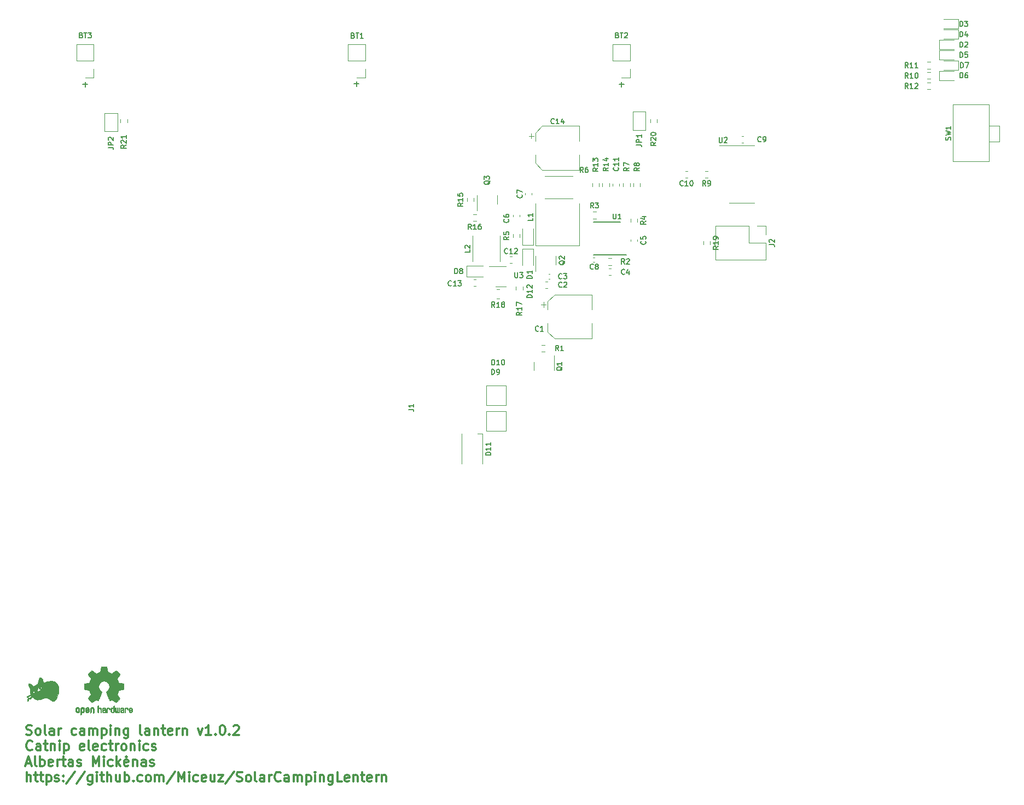
<source format=gbr>
%TF.GenerationSoftware,KiCad,Pcbnew,6.0.0-rc1-unknown-c40e921cb3~144~ubuntu20.04.1*%
%TF.CreationDate,2021-11-23T20:48:53+02:00*%
%TF.ProjectId,solar_lantern,736f6c61-725f-46c6-916e-7465726e2e6b,1*%
%TF.SameCoordinates,Original*%
%TF.FileFunction,Legend,Top*%
%TF.FilePolarity,Positive*%
%FSLAX46Y46*%
G04 Gerber Fmt 4.6, Leading zero omitted, Abs format (unit mm)*
G04 Created by KiCad (PCBNEW 6.0.0-rc1-unknown-c40e921cb3~144~ubuntu20.04.1) date 2021-11-23 20:48:53*
%MOMM*%
%LPD*%
G01*
G04 APERTURE LIST*
%ADD10C,0.150000*%
%ADD11C,0.300000*%
%ADD12C,0.120000*%
%ADD13C,0.010000*%
G04 APERTURE END LIST*
D10*
X145619047Y-33371428D02*
X146380952Y-33371428D01*
X146000000Y-33752380D02*
X146000000Y-32990476D01*
X104619047Y-33271428D02*
X105380952Y-33271428D01*
X105000000Y-33652380D02*
X105000000Y-32890476D01*
D11*
X53880714Y-133984642D02*
X54095000Y-134056071D01*
X54452142Y-134056071D01*
X54595000Y-133984642D01*
X54666428Y-133913214D01*
X54737857Y-133770357D01*
X54737857Y-133627500D01*
X54666428Y-133484642D01*
X54595000Y-133413214D01*
X54452142Y-133341785D01*
X54166428Y-133270357D01*
X54023571Y-133198928D01*
X53952142Y-133127500D01*
X53880714Y-132984642D01*
X53880714Y-132841785D01*
X53952142Y-132698928D01*
X54023571Y-132627500D01*
X54166428Y-132556071D01*
X54523571Y-132556071D01*
X54737857Y-132627500D01*
X55595000Y-134056071D02*
X55452142Y-133984642D01*
X55380714Y-133913214D01*
X55309285Y-133770357D01*
X55309285Y-133341785D01*
X55380714Y-133198928D01*
X55452142Y-133127500D01*
X55595000Y-133056071D01*
X55809285Y-133056071D01*
X55952142Y-133127500D01*
X56023571Y-133198928D01*
X56095000Y-133341785D01*
X56095000Y-133770357D01*
X56023571Y-133913214D01*
X55952142Y-133984642D01*
X55809285Y-134056071D01*
X55595000Y-134056071D01*
X56952142Y-134056071D02*
X56809285Y-133984642D01*
X56737857Y-133841785D01*
X56737857Y-132556071D01*
X58166428Y-134056071D02*
X58166428Y-133270357D01*
X58095000Y-133127500D01*
X57952142Y-133056071D01*
X57666428Y-133056071D01*
X57523571Y-133127500D01*
X58166428Y-133984642D02*
X58023571Y-134056071D01*
X57666428Y-134056071D01*
X57523571Y-133984642D01*
X57452142Y-133841785D01*
X57452142Y-133698928D01*
X57523571Y-133556071D01*
X57666428Y-133484642D01*
X58023571Y-133484642D01*
X58166428Y-133413214D01*
X58880714Y-134056071D02*
X58880714Y-133056071D01*
X58880714Y-133341785D02*
X58952142Y-133198928D01*
X59023571Y-133127500D01*
X59166428Y-133056071D01*
X59309285Y-133056071D01*
X61595000Y-133984642D02*
X61452142Y-134056071D01*
X61166428Y-134056071D01*
X61023571Y-133984642D01*
X60952142Y-133913214D01*
X60880714Y-133770357D01*
X60880714Y-133341785D01*
X60952142Y-133198928D01*
X61023571Y-133127500D01*
X61166428Y-133056071D01*
X61452142Y-133056071D01*
X61595000Y-133127500D01*
X62880714Y-134056071D02*
X62880714Y-133270357D01*
X62809285Y-133127500D01*
X62666428Y-133056071D01*
X62380714Y-133056071D01*
X62237857Y-133127500D01*
X62880714Y-133984642D02*
X62737857Y-134056071D01*
X62380714Y-134056071D01*
X62237857Y-133984642D01*
X62166428Y-133841785D01*
X62166428Y-133698928D01*
X62237857Y-133556071D01*
X62380714Y-133484642D01*
X62737857Y-133484642D01*
X62880714Y-133413214D01*
X63595000Y-134056071D02*
X63595000Y-133056071D01*
X63595000Y-133198928D02*
X63666428Y-133127500D01*
X63809285Y-133056071D01*
X64023571Y-133056071D01*
X64166428Y-133127500D01*
X64237857Y-133270357D01*
X64237857Y-134056071D01*
X64237857Y-133270357D02*
X64309285Y-133127500D01*
X64452142Y-133056071D01*
X64666428Y-133056071D01*
X64809285Y-133127500D01*
X64880714Y-133270357D01*
X64880714Y-134056071D01*
X65595000Y-133056071D02*
X65595000Y-134556071D01*
X65595000Y-133127500D02*
X65737857Y-133056071D01*
X66023571Y-133056071D01*
X66166428Y-133127500D01*
X66237857Y-133198928D01*
X66309285Y-133341785D01*
X66309285Y-133770357D01*
X66237857Y-133913214D01*
X66166428Y-133984642D01*
X66023571Y-134056071D01*
X65737857Y-134056071D01*
X65595000Y-133984642D01*
X66952142Y-134056071D02*
X66952142Y-133056071D01*
X66952142Y-132556071D02*
X66880714Y-132627500D01*
X66952142Y-132698928D01*
X67023571Y-132627500D01*
X66952142Y-132556071D01*
X66952142Y-132698928D01*
X67666428Y-133056071D02*
X67666428Y-134056071D01*
X67666428Y-133198928D02*
X67737857Y-133127500D01*
X67880714Y-133056071D01*
X68095000Y-133056071D01*
X68237857Y-133127500D01*
X68309285Y-133270357D01*
X68309285Y-134056071D01*
X69666428Y-133056071D02*
X69666428Y-134270357D01*
X69595000Y-134413214D01*
X69523571Y-134484642D01*
X69380714Y-134556071D01*
X69166428Y-134556071D01*
X69023571Y-134484642D01*
X69666428Y-133984642D02*
X69523571Y-134056071D01*
X69237857Y-134056071D01*
X69095000Y-133984642D01*
X69023571Y-133913214D01*
X68952142Y-133770357D01*
X68952142Y-133341785D01*
X69023571Y-133198928D01*
X69095000Y-133127500D01*
X69237857Y-133056071D01*
X69523571Y-133056071D01*
X69666428Y-133127500D01*
X71737857Y-134056071D02*
X71595000Y-133984642D01*
X71523571Y-133841785D01*
X71523571Y-132556071D01*
X72952142Y-134056071D02*
X72952142Y-133270357D01*
X72880714Y-133127500D01*
X72737857Y-133056071D01*
X72452142Y-133056071D01*
X72309285Y-133127500D01*
X72952142Y-133984642D02*
X72809285Y-134056071D01*
X72452142Y-134056071D01*
X72309285Y-133984642D01*
X72237857Y-133841785D01*
X72237857Y-133698928D01*
X72309285Y-133556071D01*
X72452142Y-133484642D01*
X72809285Y-133484642D01*
X72952142Y-133413214D01*
X73666428Y-133056071D02*
X73666428Y-134056071D01*
X73666428Y-133198928D02*
X73737857Y-133127500D01*
X73880714Y-133056071D01*
X74095000Y-133056071D01*
X74237857Y-133127500D01*
X74309285Y-133270357D01*
X74309285Y-134056071D01*
X74809285Y-133056071D02*
X75380714Y-133056071D01*
X75023571Y-132556071D02*
X75023571Y-133841785D01*
X75095000Y-133984642D01*
X75237857Y-134056071D01*
X75380714Y-134056071D01*
X76452142Y-133984642D02*
X76309285Y-134056071D01*
X76023571Y-134056071D01*
X75880714Y-133984642D01*
X75809285Y-133841785D01*
X75809285Y-133270357D01*
X75880714Y-133127500D01*
X76023571Y-133056071D01*
X76309285Y-133056071D01*
X76452142Y-133127500D01*
X76523571Y-133270357D01*
X76523571Y-133413214D01*
X75809285Y-133556071D01*
X77166428Y-134056071D02*
X77166428Y-133056071D01*
X77166428Y-133341785D02*
X77237857Y-133198928D01*
X77309285Y-133127500D01*
X77452142Y-133056071D01*
X77595000Y-133056071D01*
X78095000Y-133056071D02*
X78095000Y-134056071D01*
X78095000Y-133198928D02*
X78166428Y-133127500D01*
X78309285Y-133056071D01*
X78523571Y-133056071D01*
X78666428Y-133127500D01*
X78737857Y-133270357D01*
X78737857Y-134056071D01*
X80452142Y-133056071D02*
X80809285Y-134056071D01*
X81166428Y-133056071D01*
X82523571Y-134056071D02*
X81666428Y-134056071D01*
X82095000Y-134056071D02*
X82095000Y-132556071D01*
X81952142Y-132770357D01*
X81809285Y-132913214D01*
X81666428Y-132984642D01*
X83166428Y-133913214D02*
X83237857Y-133984642D01*
X83166428Y-134056071D01*
X83095000Y-133984642D01*
X83166428Y-133913214D01*
X83166428Y-134056071D01*
X84166428Y-132556071D02*
X84309285Y-132556071D01*
X84452142Y-132627500D01*
X84523571Y-132698928D01*
X84595000Y-132841785D01*
X84666428Y-133127500D01*
X84666428Y-133484642D01*
X84595000Y-133770357D01*
X84523571Y-133913214D01*
X84452142Y-133984642D01*
X84309285Y-134056071D01*
X84166428Y-134056071D01*
X84023571Y-133984642D01*
X83952142Y-133913214D01*
X83880714Y-133770357D01*
X83809285Y-133484642D01*
X83809285Y-133127500D01*
X83880714Y-132841785D01*
X83952142Y-132698928D01*
X84023571Y-132627500D01*
X84166428Y-132556071D01*
X85309285Y-133913214D02*
X85380714Y-133984642D01*
X85309285Y-134056071D01*
X85237857Y-133984642D01*
X85309285Y-133913214D01*
X85309285Y-134056071D01*
X85952142Y-132698928D02*
X86023571Y-132627500D01*
X86166428Y-132556071D01*
X86523571Y-132556071D01*
X86666428Y-132627500D01*
X86737857Y-132698928D01*
X86809285Y-132841785D01*
X86809285Y-132984642D01*
X86737857Y-133198928D01*
X85880714Y-134056071D01*
X86809285Y-134056071D01*
X54809285Y-136328214D02*
X54737857Y-136399642D01*
X54523571Y-136471071D01*
X54380714Y-136471071D01*
X54166428Y-136399642D01*
X54023571Y-136256785D01*
X53952142Y-136113928D01*
X53880714Y-135828214D01*
X53880714Y-135613928D01*
X53952142Y-135328214D01*
X54023571Y-135185357D01*
X54166428Y-135042500D01*
X54380714Y-134971071D01*
X54523571Y-134971071D01*
X54737857Y-135042500D01*
X54809285Y-135113928D01*
X56095000Y-136471071D02*
X56095000Y-135685357D01*
X56023571Y-135542500D01*
X55880714Y-135471071D01*
X55595000Y-135471071D01*
X55452142Y-135542500D01*
X56095000Y-136399642D02*
X55952142Y-136471071D01*
X55595000Y-136471071D01*
X55452142Y-136399642D01*
X55380714Y-136256785D01*
X55380714Y-136113928D01*
X55452142Y-135971071D01*
X55595000Y-135899642D01*
X55952142Y-135899642D01*
X56095000Y-135828214D01*
X56595000Y-135471071D02*
X57166428Y-135471071D01*
X56809285Y-134971071D02*
X56809285Y-136256785D01*
X56880714Y-136399642D01*
X57023571Y-136471071D01*
X57166428Y-136471071D01*
X57666428Y-135471071D02*
X57666428Y-136471071D01*
X57666428Y-135613928D02*
X57737857Y-135542500D01*
X57880714Y-135471071D01*
X58095000Y-135471071D01*
X58237857Y-135542500D01*
X58309285Y-135685357D01*
X58309285Y-136471071D01*
X59023571Y-136471071D02*
X59023571Y-135471071D01*
X59023571Y-134971071D02*
X58952142Y-135042500D01*
X59023571Y-135113928D01*
X59095000Y-135042500D01*
X59023571Y-134971071D01*
X59023571Y-135113928D01*
X59737857Y-135471071D02*
X59737857Y-136971071D01*
X59737857Y-135542500D02*
X59880714Y-135471071D01*
X60166428Y-135471071D01*
X60309285Y-135542500D01*
X60380714Y-135613928D01*
X60452142Y-135756785D01*
X60452142Y-136185357D01*
X60380714Y-136328214D01*
X60309285Y-136399642D01*
X60166428Y-136471071D01*
X59880714Y-136471071D01*
X59737857Y-136399642D01*
X62809285Y-136399642D02*
X62666428Y-136471071D01*
X62380714Y-136471071D01*
X62237857Y-136399642D01*
X62166428Y-136256785D01*
X62166428Y-135685357D01*
X62237857Y-135542500D01*
X62380714Y-135471071D01*
X62666428Y-135471071D01*
X62809285Y-135542500D01*
X62880714Y-135685357D01*
X62880714Y-135828214D01*
X62166428Y-135971071D01*
X63737857Y-136471071D02*
X63595000Y-136399642D01*
X63523571Y-136256785D01*
X63523571Y-134971071D01*
X64880714Y-136399642D02*
X64737857Y-136471071D01*
X64452142Y-136471071D01*
X64309285Y-136399642D01*
X64237857Y-136256785D01*
X64237857Y-135685357D01*
X64309285Y-135542500D01*
X64452142Y-135471071D01*
X64737857Y-135471071D01*
X64880714Y-135542500D01*
X64952142Y-135685357D01*
X64952142Y-135828214D01*
X64237857Y-135971071D01*
X66237857Y-136399642D02*
X66095000Y-136471071D01*
X65809285Y-136471071D01*
X65666428Y-136399642D01*
X65595000Y-136328214D01*
X65523571Y-136185357D01*
X65523571Y-135756785D01*
X65595000Y-135613928D01*
X65666428Y-135542500D01*
X65809285Y-135471071D01*
X66095000Y-135471071D01*
X66237857Y-135542500D01*
X66666428Y-135471071D02*
X67237857Y-135471071D01*
X66880714Y-134971071D02*
X66880714Y-136256785D01*
X66952142Y-136399642D01*
X67095000Y-136471071D01*
X67237857Y-136471071D01*
X67737857Y-136471071D02*
X67737857Y-135471071D01*
X67737857Y-135756785D02*
X67809285Y-135613928D01*
X67880714Y-135542500D01*
X68023571Y-135471071D01*
X68166428Y-135471071D01*
X68880714Y-136471071D02*
X68737857Y-136399642D01*
X68666428Y-136328214D01*
X68595000Y-136185357D01*
X68595000Y-135756785D01*
X68666428Y-135613928D01*
X68737857Y-135542500D01*
X68880714Y-135471071D01*
X69095000Y-135471071D01*
X69237857Y-135542500D01*
X69309285Y-135613928D01*
X69380714Y-135756785D01*
X69380714Y-136185357D01*
X69309285Y-136328214D01*
X69237857Y-136399642D01*
X69095000Y-136471071D01*
X68880714Y-136471071D01*
X70023571Y-135471071D02*
X70023571Y-136471071D01*
X70023571Y-135613928D02*
X70095000Y-135542500D01*
X70237857Y-135471071D01*
X70452142Y-135471071D01*
X70595000Y-135542500D01*
X70666428Y-135685357D01*
X70666428Y-136471071D01*
X71380714Y-136471071D02*
X71380714Y-135471071D01*
X71380714Y-134971071D02*
X71309285Y-135042500D01*
X71380714Y-135113928D01*
X71452142Y-135042500D01*
X71380714Y-134971071D01*
X71380714Y-135113928D01*
X72737857Y-136399642D02*
X72595000Y-136471071D01*
X72309285Y-136471071D01*
X72166428Y-136399642D01*
X72095000Y-136328214D01*
X72023571Y-136185357D01*
X72023571Y-135756785D01*
X72095000Y-135613928D01*
X72166428Y-135542500D01*
X72309285Y-135471071D01*
X72595000Y-135471071D01*
X72737857Y-135542500D01*
X73309285Y-136399642D02*
X73452142Y-136471071D01*
X73737857Y-136471071D01*
X73880714Y-136399642D01*
X73952142Y-136256785D01*
X73952142Y-136185357D01*
X73880714Y-136042500D01*
X73737857Y-135971071D01*
X73523571Y-135971071D01*
X73380714Y-135899642D01*
X73309285Y-135756785D01*
X73309285Y-135685357D01*
X73380714Y-135542500D01*
X73523571Y-135471071D01*
X73737857Y-135471071D01*
X73880714Y-135542500D01*
X53880714Y-138457500D02*
X54595000Y-138457500D01*
X53737857Y-138886071D02*
X54237857Y-137386071D01*
X54737857Y-138886071D01*
X55452142Y-138886071D02*
X55309285Y-138814642D01*
X55237857Y-138671785D01*
X55237857Y-137386071D01*
X56023571Y-138886071D02*
X56023571Y-137386071D01*
X56023571Y-137957500D02*
X56166428Y-137886071D01*
X56452142Y-137886071D01*
X56595000Y-137957500D01*
X56666428Y-138028928D01*
X56737857Y-138171785D01*
X56737857Y-138600357D01*
X56666428Y-138743214D01*
X56595000Y-138814642D01*
X56452142Y-138886071D01*
X56166428Y-138886071D01*
X56023571Y-138814642D01*
X57952142Y-138814642D02*
X57809285Y-138886071D01*
X57523571Y-138886071D01*
X57380714Y-138814642D01*
X57309285Y-138671785D01*
X57309285Y-138100357D01*
X57380714Y-137957500D01*
X57523571Y-137886071D01*
X57809285Y-137886071D01*
X57952142Y-137957500D01*
X58023571Y-138100357D01*
X58023571Y-138243214D01*
X57309285Y-138386071D01*
X58666428Y-138886071D02*
X58666428Y-137886071D01*
X58666428Y-138171785D02*
X58737857Y-138028928D01*
X58809285Y-137957500D01*
X58952142Y-137886071D01*
X59095000Y-137886071D01*
X59380714Y-137886071D02*
X59952142Y-137886071D01*
X59595000Y-137386071D02*
X59595000Y-138671785D01*
X59666428Y-138814642D01*
X59809285Y-138886071D01*
X59952142Y-138886071D01*
X61095000Y-138886071D02*
X61095000Y-138100357D01*
X61023571Y-137957500D01*
X60880714Y-137886071D01*
X60595000Y-137886071D01*
X60452142Y-137957500D01*
X61095000Y-138814642D02*
X60952142Y-138886071D01*
X60595000Y-138886071D01*
X60452142Y-138814642D01*
X60380714Y-138671785D01*
X60380714Y-138528928D01*
X60452142Y-138386071D01*
X60595000Y-138314642D01*
X60952142Y-138314642D01*
X61095000Y-138243214D01*
X61737857Y-138814642D02*
X61880714Y-138886071D01*
X62166428Y-138886071D01*
X62309285Y-138814642D01*
X62380714Y-138671785D01*
X62380714Y-138600357D01*
X62309285Y-138457500D01*
X62166428Y-138386071D01*
X61952142Y-138386071D01*
X61809285Y-138314642D01*
X61737857Y-138171785D01*
X61737857Y-138100357D01*
X61809285Y-137957500D01*
X61952142Y-137886071D01*
X62166428Y-137886071D01*
X62309285Y-137957500D01*
X64166428Y-138886071D02*
X64166428Y-137386071D01*
X64666428Y-138457500D01*
X65166428Y-137386071D01*
X65166428Y-138886071D01*
X65880714Y-138886071D02*
X65880714Y-137886071D01*
X65880714Y-137386071D02*
X65809285Y-137457500D01*
X65880714Y-137528928D01*
X65952142Y-137457500D01*
X65880714Y-137386071D01*
X65880714Y-137528928D01*
X67237857Y-138814642D02*
X67095000Y-138886071D01*
X66809285Y-138886071D01*
X66666428Y-138814642D01*
X66595000Y-138743214D01*
X66523571Y-138600357D01*
X66523571Y-138171785D01*
X66595000Y-138028928D01*
X66666428Y-137957500D01*
X66809285Y-137886071D01*
X67095000Y-137886071D01*
X67237857Y-137957500D01*
X67880714Y-138886071D02*
X67880714Y-137386071D01*
X68023571Y-138314642D02*
X68452142Y-138886071D01*
X68452142Y-137886071D02*
X67880714Y-138457500D01*
X69666428Y-138814642D02*
X69523571Y-138886071D01*
X69237857Y-138886071D01*
X69095000Y-138814642D01*
X69023571Y-138671785D01*
X69023571Y-138100357D01*
X69095000Y-137957500D01*
X69237857Y-137886071D01*
X69523571Y-137886071D01*
X69666428Y-137957500D01*
X69737857Y-138100357D01*
X69737857Y-138243214D01*
X69023571Y-138386071D01*
X69380714Y-137386071D02*
X69309285Y-137457500D01*
X69380714Y-137528928D01*
X69452142Y-137457500D01*
X69380714Y-137386071D01*
X69380714Y-137528928D01*
X70380714Y-137886071D02*
X70380714Y-138886071D01*
X70380714Y-138028928D02*
X70452142Y-137957500D01*
X70595000Y-137886071D01*
X70809285Y-137886071D01*
X70952142Y-137957500D01*
X71023571Y-138100357D01*
X71023571Y-138886071D01*
X72380714Y-138886071D02*
X72380714Y-138100357D01*
X72309285Y-137957500D01*
X72166428Y-137886071D01*
X71880714Y-137886071D01*
X71737857Y-137957500D01*
X72380714Y-138814642D02*
X72237857Y-138886071D01*
X71880714Y-138886071D01*
X71737857Y-138814642D01*
X71666428Y-138671785D01*
X71666428Y-138528928D01*
X71737857Y-138386071D01*
X71880714Y-138314642D01*
X72237857Y-138314642D01*
X72380714Y-138243214D01*
X73023571Y-138814642D02*
X73166428Y-138886071D01*
X73452142Y-138886071D01*
X73595000Y-138814642D01*
X73666428Y-138671785D01*
X73666428Y-138600357D01*
X73595000Y-138457500D01*
X73452142Y-138386071D01*
X73237857Y-138386071D01*
X73095000Y-138314642D01*
X73023571Y-138171785D01*
X73023571Y-138100357D01*
X73095000Y-137957500D01*
X73237857Y-137886071D01*
X73452142Y-137886071D01*
X73595000Y-137957500D01*
X53952142Y-141301071D02*
X53952142Y-139801071D01*
X54595000Y-141301071D02*
X54595000Y-140515357D01*
X54523571Y-140372500D01*
X54380714Y-140301071D01*
X54166428Y-140301071D01*
X54023571Y-140372500D01*
X53952142Y-140443928D01*
X55095000Y-140301071D02*
X55666428Y-140301071D01*
X55309285Y-139801071D02*
X55309285Y-141086785D01*
X55380714Y-141229642D01*
X55523571Y-141301071D01*
X55666428Y-141301071D01*
X55952142Y-140301071D02*
X56523571Y-140301071D01*
X56166428Y-139801071D02*
X56166428Y-141086785D01*
X56237857Y-141229642D01*
X56380714Y-141301071D01*
X56523571Y-141301071D01*
X57023571Y-140301071D02*
X57023571Y-141801071D01*
X57023571Y-140372500D02*
X57166428Y-140301071D01*
X57452142Y-140301071D01*
X57595000Y-140372500D01*
X57666428Y-140443928D01*
X57737857Y-140586785D01*
X57737857Y-141015357D01*
X57666428Y-141158214D01*
X57595000Y-141229642D01*
X57452142Y-141301071D01*
X57166428Y-141301071D01*
X57023571Y-141229642D01*
X58309285Y-141229642D02*
X58452142Y-141301071D01*
X58737857Y-141301071D01*
X58880714Y-141229642D01*
X58952142Y-141086785D01*
X58952142Y-141015357D01*
X58880714Y-140872500D01*
X58737857Y-140801071D01*
X58523571Y-140801071D01*
X58380714Y-140729642D01*
X58309285Y-140586785D01*
X58309285Y-140515357D01*
X58380714Y-140372500D01*
X58523571Y-140301071D01*
X58737857Y-140301071D01*
X58880714Y-140372500D01*
X59595000Y-141158214D02*
X59666428Y-141229642D01*
X59595000Y-141301071D01*
X59523571Y-141229642D01*
X59595000Y-141158214D01*
X59595000Y-141301071D01*
X59595000Y-140372500D02*
X59666428Y-140443928D01*
X59595000Y-140515357D01*
X59523571Y-140443928D01*
X59595000Y-140372500D01*
X59595000Y-140515357D01*
X61380714Y-139729642D02*
X60095000Y-141658214D01*
X62952142Y-139729642D02*
X61666428Y-141658214D01*
X64095000Y-140301071D02*
X64095000Y-141515357D01*
X64023571Y-141658214D01*
X63952142Y-141729642D01*
X63809285Y-141801071D01*
X63595000Y-141801071D01*
X63452142Y-141729642D01*
X64095000Y-141229642D02*
X63952142Y-141301071D01*
X63666428Y-141301071D01*
X63523571Y-141229642D01*
X63452142Y-141158214D01*
X63380714Y-141015357D01*
X63380714Y-140586785D01*
X63452142Y-140443928D01*
X63523571Y-140372500D01*
X63666428Y-140301071D01*
X63952142Y-140301071D01*
X64095000Y-140372500D01*
X64809285Y-141301071D02*
X64809285Y-140301071D01*
X64809285Y-139801071D02*
X64737857Y-139872500D01*
X64809285Y-139943928D01*
X64880714Y-139872500D01*
X64809285Y-139801071D01*
X64809285Y-139943928D01*
X65309285Y-140301071D02*
X65880714Y-140301071D01*
X65523571Y-139801071D02*
X65523571Y-141086785D01*
X65595000Y-141229642D01*
X65737857Y-141301071D01*
X65880714Y-141301071D01*
X66380714Y-141301071D02*
X66380714Y-139801071D01*
X67023571Y-141301071D02*
X67023571Y-140515357D01*
X66952142Y-140372500D01*
X66809285Y-140301071D01*
X66595000Y-140301071D01*
X66452142Y-140372500D01*
X66380714Y-140443928D01*
X68380714Y-140301071D02*
X68380714Y-141301071D01*
X67737857Y-140301071D02*
X67737857Y-141086785D01*
X67809285Y-141229642D01*
X67952142Y-141301071D01*
X68166428Y-141301071D01*
X68309285Y-141229642D01*
X68380714Y-141158214D01*
X69095000Y-141301071D02*
X69095000Y-139801071D01*
X69095000Y-140372500D02*
X69237857Y-140301071D01*
X69523571Y-140301071D01*
X69666428Y-140372500D01*
X69737857Y-140443928D01*
X69809285Y-140586785D01*
X69809285Y-141015357D01*
X69737857Y-141158214D01*
X69666428Y-141229642D01*
X69523571Y-141301071D01*
X69237857Y-141301071D01*
X69095000Y-141229642D01*
X70452142Y-141158214D02*
X70523571Y-141229642D01*
X70452142Y-141301071D01*
X70380714Y-141229642D01*
X70452142Y-141158214D01*
X70452142Y-141301071D01*
X71809285Y-141229642D02*
X71666428Y-141301071D01*
X71380714Y-141301071D01*
X71237857Y-141229642D01*
X71166428Y-141158214D01*
X71095000Y-141015357D01*
X71095000Y-140586785D01*
X71166428Y-140443928D01*
X71237857Y-140372500D01*
X71380714Y-140301071D01*
X71666428Y-140301071D01*
X71809285Y-140372500D01*
X72666428Y-141301071D02*
X72523571Y-141229642D01*
X72452142Y-141158214D01*
X72380714Y-141015357D01*
X72380714Y-140586785D01*
X72452142Y-140443928D01*
X72523571Y-140372500D01*
X72666428Y-140301071D01*
X72880714Y-140301071D01*
X73023571Y-140372500D01*
X73095000Y-140443928D01*
X73166428Y-140586785D01*
X73166428Y-141015357D01*
X73095000Y-141158214D01*
X73023571Y-141229642D01*
X72880714Y-141301071D01*
X72666428Y-141301071D01*
X73809285Y-141301071D02*
X73809285Y-140301071D01*
X73809285Y-140443928D02*
X73880714Y-140372500D01*
X74023571Y-140301071D01*
X74237857Y-140301071D01*
X74380714Y-140372500D01*
X74452142Y-140515357D01*
X74452142Y-141301071D01*
X74452142Y-140515357D02*
X74523571Y-140372500D01*
X74666428Y-140301071D01*
X74880714Y-140301071D01*
X75023571Y-140372500D01*
X75095000Y-140515357D01*
X75095000Y-141301071D01*
X76880714Y-139729642D02*
X75595000Y-141658214D01*
X77380714Y-141301071D02*
X77380714Y-139801071D01*
X77880714Y-140872500D01*
X78380714Y-139801071D01*
X78380714Y-141301071D01*
X79095000Y-141301071D02*
X79095000Y-140301071D01*
X79095000Y-139801071D02*
X79023571Y-139872500D01*
X79095000Y-139943928D01*
X79166428Y-139872500D01*
X79095000Y-139801071D01*
X79095000Y-139943928D01*
X80452142Y-141229642D02*
X80309285Y-141301071D01*
X80023571Y-141301071D01*
X79880714Y-141229642D01*
X79809285Y-141158214D01*
X79737857Y-141015357D01*
X79737857Y-140586785D01*
X79809285Y-140443928D01*
X79880714Y-140372500D01*
X80023571Y-140301071D01*
X80309285Y-140301071D01*
X80452142Y-140372500D01*
X81666428Y-141229642D02*
X81523571Y-141301071D01*
X81237857Y-141301071D01*
X81095000Y-141229642D01*
X81023571Y-141086785D01*
X81023571Y-140515357D01*
X81095000Y-140372500D01*
X81237857Y-140301071D01*
X81523571Y-140301071D01*
X81666428Y-140372500D01*
X81737857Y-140515357D01*
X81737857Y-140658214D01*
X81023571Y-140801071D01*
X83023571Y-140301071D02*
X83023571Y-141301071D01*
X82380714Y-140301071D02*
X82380714Y-141086785D01*
X82452142Y-141229642D01*
X82595000Y-141301071D01*
X82809285Y-141301071D01*
X82952142Y-141229642D01*
X83023571Y-141158214D01*
X83595000Y-140301071D02*
X84380714Y-140301071D01*
X83595000Y-141301071D01*
X84380714Y-141301071D01*
X86023571Y-139729642D02*
X84737857Y-141658214D01*
X86452142Y-141229642D02*
X86666428Y-141301071D01*
X87023571Y-141301071D01*
X87166428Y-141229642D01*
X87237857Y-141158214D01*
X87309285Y-141015357D01*
X87309285Y-140872500D01*
X87237857Y-140729642D01*
X87166428Y-140658214D01*
X87023571Y-140586785D01*
X86737857Y-140515357D01*
X86595000Y-140443928D01*
X86523571Y-140372500D01*
X86452142Y-140229642D01*
X86452142Y-140086785D01*
X86523571Y-139943928D01*
X86595000Y-139872500D01*
X86737857Y-139801071D01*
X87095000Y-139801071D01*
X87309285Y-139872500D01*
X88166428Y-141301071D02*
X88023571Y-141229642D01*
X87952142Y-141158214D01*
X87880714Y-141015357D01*
X87880714Y-140586785D01*
X87952142Y-140443928D01*
X88023571Y-140372500D01*
X88166428Y-140301071D01*
X88380714Y-140301071D01*
X88523571Y-140372500D01*
X88595000Y-140443928D01*
X88666428Y-140586785D01*
X88666428Y-141015357D01*
X88595000Y-141158214D01*
X88523571Y-141229642D01*
X88380714Y-141301071D01*
X88166428Y-141301071D01*
X89523571Y-141301071D02*
X89380714Y-141229642D01*
X89309285Y-141086785D01*
X89309285Y-139801071D01*
X90737857Y-141301071D02*
X90737857Y-140515357D01*
X90666428Y-140372500D01*
X90523571Y-140301071D01*
X90237857Y-140301071D01*
X90095000Y-140372500D01*
X90737857Y-141229642D02*
X90595000Y-141301071D01*
X90237857Y-141301071D01*
X90095000Y-141229642D01*
X90023571Y-141086785D01*
X90023571Y-140943928D01*
X90095000Y-140801071D01*
X90237857Y-140729642D01*
X90595000Y-140729642D01*
X90737857Y-140658214D01*
X91452142Y-141301071D02*
X91452142Y-140301071D01*
X91452142Y-140586785D02*
X91523571Y-140443928D01*
X91595000Y-140372500D01*
X91737857Y-140301071D01*
X91880714Y-140301071D01*
X93237857Y-141158214D02*
X93166428Y-141229642D01*
X92952142Y-141301071D01*
X92809285Y-141301071D01*
X92595000Y-141229642D01*
X92452142Y-141086785D01*
X92380714Y-140943928D01*
X92309285Y-140658214D01*
X92309285Y-140443928D01*
X92380714Y-140158214D01*
X92452142Y-140015357D01*
X92595000Y-139872500D01*
X92809285Y-139801071D01*
X92952142Y-139801071D01*
X93166428Y-139872500D01*
X93237857Y-139943928D01*
X94523571Y-141301071D02*
X94523571Y-140515357D01*
X94452142Y-140372500D01*
X94309285Y-140301071D01*
X94023571Y-140301071D01*
X93880714Y-140372500D01*
X94523571Y-141229642D02*
X94380714Y-141301071D01*
X94023571Y-141301071D01*
X93880714Y-141229642D01*
X93809285Y-141086785D01*
X93809285Y-140943928D01*
X93880714Y-140801071D01*
X94023571Y-140729642D01*
X94380714Y-140729642D01*
X94523571Y-140658214D01*
X95237857Y-141301071D02*
X95237857Y-140301071D01*
X95237857Y-140443928D02*
X95309285Y-140372500D01*
X95452142Y-140301071D01*
X95666428Y-140301071D01*
X95809285Y-140372500D01*
X95880714Y-140515357D01*
X95880714Y-141301071D01*
X95880714Y-140515357D02*
X95952142Y-140372500D01*
X96095000Y-140301071D01*
X96309285Y-140301071D01*
X96452142Y-140372500D01*
X96523571Y-140515357D01*
X96523571Y-141301071D01*
X97237857Y-140301071D02*
X97237857Y-141801071D01*
X97237857Y-140372500D02*
X97380714Y-140301071D01*
X97666428Y-140301071D01*
X97809285Y-140372500D01*
X97880714Y-140443928D01*
X97952142Y-140586785D01*
X97952142Y-141015357D01*
X97880714Y-141158214D01*
X97809285Y-141229642D01*
X97666428Y-141301071D01*
X97380714Y-141301071D01*
X97237857Y-141229642D01*
X98595000Y-141301071D02*
X98595000Y-140301071D01*
X98595000Y-139801071D02*
X98523571Y-139872500D01*
X98595000Y-139943928D01*
X98666428Y-139872500D01*
X98595000Y-139801071D01*
X98595000Y-139943928D01*
X99309285Y-140301071D02*
X99309285Y-141301071D01*
X99309285Y-140443928D02*
X99380714Y-140372500D01*
X99523571Y-140301071D01*
X99737857Y-140301071D01*
X99880714Y-140372500D01*
X99952142Y-140515357D01*
X99952142Y-141301071D01*
X101309285Y-140301071D02*
X101309285Y-141515357D01*
X101237857Y-141658214D01*
X101166428Y-141729642D01*
X101023571Y-141801071D01*
X100809285Y-141801071D01*
X100666428Y-141729642D01*
X101309285Y-141229642D02*
X101166428Y-141301071D01*
X100880714Y-141301071D01*
X100737857Y-141229642D01*
X100666428Y-141158214D01*
X100595000Y-141015357D01*
X100595000Y-140586785D01*
X100666428Y-140443928D01*
X100737857Y-140372500D01*
X100880714Y-140301071D01*
X101166428Y-140301071D01*
X101309285Y-140372500D01*
X102737857Y-141301071D02*
X102023571Y-141301071D01*
X102023571Y-139801071D01*
X103809285Y-141229642D02*
X103666428Y-141301071D01*
X103380714Y-141301071D01*
X103237857Y-141229642D01*
X103166428Y-141086785D01*
X103166428Y-140515357D01*
X103237857Y-140372500D01*
X103380714Y-140301071D01*
X103666428Y-140301071D01*
X103809285Y-140372500D01*
X103880714Y-140515357D01*
X103880714Y-140658214D01*
X103166428Y-140801071D01*
X104523571Y-140301071D02*
X104523571Y-141301071D01*
X104523571Y-140443928D02*
X104595000Y-140372500D01*
X104737857Y-140301071D01*
X104952142Y-140301071D01*
X105095000Y-140372500D01*
X105166428Y-140515357D01*
X105166428Y-141301071D01*
X105666428Y-140301071D02*
X106237857Y-140301071D01*
X105880714Y-139801071D02*
X105880714Y-141086785D01*
X105952142Y-141229642D01*
X106095000Y-141301071D01*
X106237857Y-141301071D01*
X107309285Y-141229642D02*
X107166428Y-141301071D01*
X106880714Y-141301071D01*
X106737857Y-141229642D01*
X106666428Y-141086785D01*
X106666428Y-140515357D01*
X106737857Y-140372500D01*
X106880714Y-140301071D01*
X107166428Y-140301071D01*
X107309285Y-140372500D01*
X107380714Y-140515357D01*
X107380714Y-140658214D01*
X106666428Y-140801071D01*
X108023571Y-141301071D02*
X108023571Y-140301071D01*
X108023571Y-140586785D02*
X108095000Y-140443928D01*
X108166428Y-140372500D01*
X108309285Y-140301071D01*
X108452142Y-140301071D01*
X108952142Y-140301071D02*
X108952142Y-141301071D01*
X108952142Y-140443928D02*
X109023571Y-140372500D01*
X109166428Y-140301071D01*
X109380714Y-140301071D01*
X109523571Y-140372500D01*
X109595000Y-140515357D01*
X109595000Y-141301071D01*
D10*
X62619047Y-33371428D02*
X63380952Y-33371428D01*
X63000000Y-33752380D02*
X63000000Y-32990476D01*
%TO.C,D10*%
X125928571Y-76761904D02*
X125928571Y-75961904D01*
X126119047Y-75961904D01*
X126233333Y-76000000D01*
X126309523Y-76076190D01*
X126347619Y-76152380D01*
X126385714Y-76304761D01*
X126385714Y-76419047D01*
X126347619Y-76571428D01*
X126309523Y-76647619D01*
X126233333Y-76723809D01*
X126119047Y-76761904D01*
X125928571Y-76761904D01*
X127147619Y-76761904D02*
X126690476Y-76761904D01*
X126919047Y-76761904D02*
X126919047Y-75961904D01*
X126842857Y-76076190D01*
X126766666Y-76152380D01*
X126690476Y-76190476D01*
X127642857Y-75961904D02*
X127719047Y-75961904D01*
X127795238Y-76000000D01*
X127833333Y-76038095D01*
X127871428Y-76114285D01*
X127909523Y-76266666D01*
X127909523Y-76457142D01*
X127871428Y-76609523D01*
X127833333Y-76685714D01*
X127795238Y-76723809D01*
X127719047Y-76761904D01*
X127642857Y-76761904D01*
X127566666Y-76723809D01*
X127528571Y-76685714D01*
X127490476Y-76609523D01*
X127452380Y-76457142D01*
X127452380Y-76266666D01*
X127490476Y-76114285D01*
X127528571Y-76038095D01*
X127566666Y-76000000D01*
X127642857Y-75961904D01*
%TO.C,C14*%
X135585714Y-39385714D02*
X135547619Y-39423809D01*
X135433333Y-39461904D01*
X135357142Y-39461904D01*
X135242857Y-39423809D01*
X135166666Y-39347619D01*
X135128571Y-39271428D01*
X135090476Y-39119047D01*
X135090476Y-39004761D01*
X135128571Y-38852380D01*
X135166666Y-38776190D01*
X135242857Y-38700000D01*
X135357142Y-38661904D01*
X135433333Y-38661904D01*
X135547619Y-38700000D01*
X135585714Y-38738095D01*
X136347619Y-39461904D02*
X135890476Y-39461904D01*
X136119047Y-39461904D02*
X136119047Y-38661904D01*
X136042857Y-38776190D01*
X135966666Y-38852380D01*
X135890476Y-38890476D01*
X137033333Y-38928571D02*
X137033333Y-39461904D01*
X136842857Y-38623809D02*
X136652380Y-39195238D01*
X137147619Y-39195238D01*
%TO.C,BT1*%
X104471428Y-25767857D02*
X104585714Y-25805952D01*
X104623809Y-25844047D01*
X104661904Y-25920238D01*
X104661904Y-26034523D01*
X104623809Y-26110714D01*
X104585714Y-26148809D01*
X104509523Y-26186904D01*
X104204761Y-26186904D01*
X104204761Y-25386904D01*
X104471428Y-25386904D01*
X104547619Y-25425000D01*
X104585714Y-25463095D01*
X104623809Y-25539285D01*
X104623809Y-25615476D01*
X104585714Y-25691666D01*
X104547619Y-25729761D01*
X104471428Y-25767857D01*
X104204761Y-25767857D01*
X104890476Y-25386904D02*
X105347619Y-25386904D01*
X105119047Y-26186904D02*
X105119047Y-25386904D01*
X106033333Y-26186904D02*
X105576190Y-26186904D01*
X105804761Y-26186904D02*
X105804761Y-25386904D01*
X105728571Y-25501190D01*
X105652380Y-25577380D01*
X105576190Y-25615476D01*
%TO.C,C4*%
X146489166Y-62688214D02*
X146451071Y-62726309D01*
X146336785Y-62764404D01*
X146260595Y-62764404D01*
X146146309Y-62726309D01*
X146070119Y-62650119D01*
X146032023Y-62573928D01*
X145993928Y-62421547D01*
X145993928Y-62307261D01*
X146032023Y-62154880D01*
X146070119Y-62078690D01*
X146146309Y-62002500D01*
X146260595Y-61964404D01*
X146336785Y-61964404D01*
X146451071Y-62002500D01*
X146489166Y-62040595D01*
X147174880Y-62231071D02*
X147174880Y-62764404D01*
X146984404Y-61926309D02*
X146793928Y-62497738D01*
X147289166Y-62497738D01*
%TO.C,R1*%
X136266666Y-74561904D02*
X136000000Y-74180952D01*
X135809523Y-74561904D02*
X135809523Y-73761904D01*
X136114285Y-73761904D01*
X136190476Y-73800000D01*
X136228571Y-73838095D01*
X136266666Y-73914285D01*
X136266666Y-74028571D01*
X136228571Y-74104761D01*
X136190476Y-74142857D01*
X136114285Y-74180952D01*
X135809523Y-74180952D01*
X137028571Y-74561904D02*
X136571428Y-74561904D01*
X136800000Y-74561904D02*
X136800000Y-73761904D01*
X136723809Y-73876190D01*
X136647619Y-73952380D01*
X136571428Y-73990476D01*
%TO.C,C12*%
X128385714Y-59485714D02*
X128347619Y-59523809D01*
X128233333Y-59561904D01*
X128157142Y-59561904D01*
X128042857Y-59523809D01*
X127966666Y-59447619D01*
X127928571Y-59371428D01*
X127890476Y-59219047D01*
X127890476Y-59104761D01*
X127928571Y-58952380D01*
X127966666Y-58876190D01*
X128042857Y-58800000D01*
X128157142Y-58761904D01*
X128233333Y-58761904D01*
X128347619Y-58800000D01*
X128385714Y-58838095D01*
X129147619Y-59561904D02*
X128690476Y-59561904D01*
X128919047Y-59561904D02*
X128919047Y-58761904D01*
X128842857Y-58876190D01*
X128766666Y-58952380D01*
X128690476Y-58990476D01*
X129452380Y-58838095D02*
X129490476Y-58800000D01*
X129566666Y-58761904D01*
X129757142Y-58761904D01*
X129833333Y-58800000D01*
X129871428Y-58838095D01*
X129909523Y-58914285D01*
X129909523Y-58990476D01*
X129871428Y-59104761D01*
X129414285Y-59561904D01*
X129909523Y-59561904D01*
%TO.C,C2*%
X136766666Y-64685714D02*
X136728571Y-64723809D01*
X136614285Y-64761904D01*
X136538095Y-64761904D01*
X136423809Y-64723809D01*
X136347619Y-64647619D01*
X136309523Y-64571428D01*
X136271428Y-64419047D01*
X136271428Y-64304761D01*
X136309523Y-64152380D01*
X136347619Y-64076190D01*
X136423809Y-64000000D01*
X136538095Y-63961904D01*
X136614285Y-63961904D01*
X136728571Y-64000000D01*
X136766666Y-64038095D01*
X137071428Y-64038095D02*
X137109523Y-64000000D01*
X137185714Y-63961904D01*
X137376190Y-63961904D01*
X137452380Y-64000000D01*
X137490476Y-64038095D01*
X137528571Y-64114285D01*
X137528571Y-64190476D01*
X137490476Y-64304761D01*
X137033333Y-64761904D01*
X137528571Y-64761904D01*
%TO.C,BT2*%
X145371428Y-25742857D02*
X145485714Y-25780952D01*
X145523809Y-25819047D01*
X145561904Y-25895238D01*
X145561904Y-26009523D01*
X145523809Y-26085714D01*
X145485714Y-26123809D01*
X145409523Y-26161904D01*
X145104761Y-26161904D01*
X145104761Y-25361904D01*
X145371428Y-25361904D01*
X145447619Y-25400000D01*
X145485714Y-25438095D01*
X145523809Y-25514285D01*
X145523809Y-25590476D01*
X145485714Y-25666666D01*
X145447619Y-25704761D01*
X145371428Y-25742857D01*
X145104761Y-25742857D01*
X145790476Y-25361904D02*
X146247619Y-25361904D01*
X146019047Y-26161904D02*
X146019047Y-25361904D01*
X146476190Y-25438095D02*
X146514285Y-25400000D01*
X146590476Y-25361904D01*
X146780952Y-25361904D01*
X146857142Y-25400000D01*
X146895238Y-25438095D01*
X146933333Y-25514285D01*
X146933333Y-25590476D01*
X146895238Y-25704761D01*
X146438095Y-26161904D01*
X146933333Y-26161904D01*
%TO.C,R12*%
X190358214Y-33971904D02*
X190091547Y-33590952D01*
X189901071Y-33971904D02*
X189901071Y-33171904D01*
X190205833Y-33171904D01*
X190282023Y-33210000D01*
X190320119Y-33248095D01*
X190358214Y-33324285D01*
X190358214Y-33438571D01*
X190320119Y-33514761D01*
X190282023Y-33552857D01*
X190205833Y-33590952D01*
X189901071Y-33590952D01*
X191120119Y-33971904D02*
X190662976Y-33971904D01*
X190891547Y-33971904D02*
X190891547Y-33171904D01*
X190815357Y-33286190D01*
X190739166Y-33362380D01*
X190662976Y-33400476D01*
X191424880Y-33248095D02*
X191462976Y-33210000D01*
X191539166Y-33171904D01*
X191729642Y-33171904D01*
X191805833Y-33210000D01*
X191843928Y-33248095D01*
X191882023Y-33324285D01*
X191882023Y-33400476D01*
X191843928Y-33514761D01*
X191386785Y-33971904D01*
X191882023Y-33971904D01*
%TO.C,D3*%
X198382023Y-24371904D02*
X198382023Y-23571904D01*
X198572500Y-23571904D01*
X198686785Y-23610000D01*
X198762976Y-23686190D01*
X198801071Y-23762380D01*
X198839166Y-23914761D01*
X198839166Y-24029047D01*
X198801071Y-24181428D01*
X198762976Y-24257619D01*
X198686785Y-24333809D01*
X198572500Y-24371904D01*
X198382023Y-24371904D01*
X199105833Y-23571904D02*
X199601071Y-23571904D01*
X199334404Y-23876666D01*
X199448690Y-23876666D01*
X199524880Y-23914761D01*
X199562976Y-23952857D01*
X199601071Y-24029047D01*
X199601071Y-24219523D01*
X199562976Y-24295714D01*
X199524880Y-24333809D01*
X199448690Y-24371904D01*
X199220119Y-24371904D01*
X199143928Y-24333809D01*
X199105833Y-24295714D01*
%TO.C,R15*%
X121461904Y-51714285D02*
X121080952Y-51980952D01*
X121461904Y-52171428D02*
X120661904Y-52171428D01*
X120661904Y-51866666D01*
X120700000Y-51790476D01*
X120738095Y-51752380D01*
X120814285Y-51714285D01*
X120928571Y-51714285D01*
X121004761Y-51752380D01*
X121042857Y-51790476D01*
X121080952Y-51866666D01*
X121080952Y-52171428D01*
X121461904Y-50952380D02*
X121461904Y-51409523D01*
X121461904Y-51180952D02*
X120661904Y-51180952D01*
X120776190Y-51257142D01*
X120852380Y-51333333D01*
X120890476Y-51409523D01*
X120661904Y-50228571D02*
X120661904Y-50609523D01*
X121042857Y-50647619D01*
X121004761Y-50609523D01*
X120966666Y-50533333D01*
X120966666Y-50342857D01*
X121004761Y-50266666D01*
X121042857Y-50228571D01*
X121119047Y-50190476D01*
X121309523Y-50190476D01*
X121385714Y-50228571D01*
X121423809Y-50266666D01*
X121461904Y-50342857D01*
X121461904Y-50533333D01*
X121423809Y-50609523D01*
X121385714Y-50647619D01*
%TO.C,R16*%
X122785714Y-55791904D02*
X122519047Y-55410952D01*
X122328571Y-55791904D02*
X122328571Y-54991904D01*
X122633333Y-54991904D01*
X122709523Y-55030000D01*
X122747619Y-55068095D01*
X122785714Y-55144285D01*
X122785714Y-55258571D01*
X122747619Y-55334761D01*
X122709523Y-55372857D01*
X122633333Y-55410952D01*
X122328571Y-55410952D01*
X123547619Y-55791904D02*
X123090476Y-55791904D01*
X123319047Y-55791904D02*
X123319047Y-54991904D01*
X123242857Y-55106190D01*
X123166666Y-55182380D01*
X123090476Y-55220476D01*
X124233333Y-54991904D02*
X124080952Y-54991904D01*
X124004761Y-55030000D01*
X123966666Y-55068095D01*
X123890476Y-55182380D01*
X123852380Y-55334761D01*
X123852380Y-55639523D01*
X123890476Y-55715714D01*
X123928571Y-55753809D01*
X124004761Y-55791904D01*
X124157142Y-55791904D01*
X124233333Y-55753809D01*
X124271428Y-55715714D01*
X124309523Y-55639523D01*
X124309523Y-55449047D01*
X124271428Y-55372857D01*
X124233333Y-55334761D01*
X124157142Y-55296666D01*
X124004761Y-55296666D01*
X123928571Y-55334761D01*
X123890476Y-55372857D01*
X123852380Y-55449047D01*
%TO.C,R5*%
X128584404Y-56935833D02*
X128203452Y-57202500D01*
X128584404Y-57392976D02*
X127784404Y-57392976D01*
X127784404Y-57088214D01*
X127822500Y-57012023D01*
X127860595Y-56973928D01*
X127936785Y-56935833D01*
X128051071Y-56935833D01*
X128127261Y-56973928D01*
X128165357Y-57012023D01*
X128203452Y-57088214D01*
X128203452Y-57392976D01*
X127784404Y-56212023D02*
X127784404Y-56592976D01*
X128165357Y-56631071D01*
X128127261Y-56592976D01*
X128089166Y-56516785D01*
X128089166Y-56326309D01*
X128127261Y-56250119D01*
X128165357Y-56212023D01*
X128241547Y-56173928D01*
X128432023Y-56173928D01*
X128508214Y-56212023D01*
X128546309Y-56250119D01*
X128584404Y-56326309D01*
X128584404Y-56516785D01*
X128546309Y-56592976D01*
X128508214Y-56631071D01*
%TO.C,D4*%
X198382023Y-25971904D02*
X198382023Y-25171904D01*
X198572500Y-25171904D01*
X198686785Y-25210000D01*
X198762976Y-25286190D01*
X198801071Y-25362380D01*
X198839166Y-25514761D01*
X198839166Y-25629047D01*
X198801071Y-25781428D01*
X198762976Y-25857619D01*
X198686785Y-25933809D01*
X198572500Y-25971904D01*
X198382023Y-25971904D01*
X199524880Y-25438571D02*
X199524880Y-25971904D01*
X199334404Y-25133809D02*
X199143928Y-25705238D01*
X199639166Y-25705238D01*
%TO.C,C3*%
X136766666Y-63385714D02*
X136728571Y-63423809D01*
X136614285Y-63461904D01*
X136538095Y-63461904D01*
X136423809Y-63423809D01*
X136347619Y-63347619D01*
X136309523Y-63271428D01*
X136271428Y-63119047D01*
X136271428Y-63004761D01*
X136309523Y-62852380D01*
X136347619Y-62776190D01*
X136423809Y-62700000D01*
X136538095Y-62661904D01*
X136614285Y-62661904D01*
X136728571Y-62700000D01*
X136766666Y-62738095D01*
X137033333Y-62661904D02*
X137528571Y-62661904D01*
X137261904Y-62966666D01*
X137376190Y-62966666D01*
X137452380Y-63004761D01*
X137490476Y-63042857D01*
X137528571Y-63119047D01*
X137528571Y-63309523D01*
X137490476Y-63385714D01*
X137452380Y-63423809D01*
X137376190Y-63461904D01*
X137147619Y-63461904D01*
X137071428Y-63423809D01*
X137033333Y-63385714D01*
%TO.C,Q3*%
X125638095Y-48276190D02*
X125600000Y-48352380D01*
X125523809Y-48428571D01*
X125409523Y-48542857D01*
X125371428Y-48619047D01*
X125371428Y-48695238D01*
X125561904Y-48657142D02*
X125523809Y-48733333D01*
X125447619Y-48809523D01*
X125295238Y-48847619D01*
X125028571Y-48847619D01*
X124876190Y-48809523D01*
X124800000Y-48733333D01*
X124761904Y-48657142D01*
X124761904Y-48504761D01*
X124800000Y-48428571D01*
X124876190Y-48352380D01*
X125028571Y-48314285D01*
X125295238Y-48314285D01*
X125447619Y-48352380D01*
X125523809Y-48428571D01*
X125561904Y-48504761D01*
X125561904Y-48657142D01*
X124761904Y-48047619D02*
X124761904Y-47552380D01*
X125066666Y-47819047D01*
X125066666Y-47704761D01*
X125104761Y-47628571D01*
X125142857Y-47590476D01*
X125219047Y-47552380D01*
X125409523Y-47552380D01*
X125485714Y-47590476D01*
X125523809Y-47628571D01*
X125561904Y-47704761D01*
X125561904Y-47933333D01*
X125523809Y-48009523D01*
X125485714Y-48047619D01*
%TO.C,D11*%
X125761904Y-90771428D02*
X124961904Y-90771428D01*
X124961904Y-90580952D01*
X125000000Y-90466666D01*
X125076190Y-90390476D01*
X125152380Y-90352380D01*
X125304761Y-90314285D01*
X125419047Y-90314285D01*
X125571428Y-90352380D01*
X125647619Y-90390476D01*
X125723809Y-90466666D01*
X125761904Y-90580952D01*
X125761904Y-90771428D01*
X125761904Y-89552380D02*
X125761904Y-90009523D01*
X125761904Y-89780952D02*
X124961904Y-89780952D01*
X125076190Y-89857142D01*
X125152380Y-89933333D01*
X125190476Y-90009523D01*
X125761904Y-88790476D02*
X125761904Y-89247619D01*
X125761904Y-89019047D02*
X124961904Y-89019047D01*
X125076190Y-89095238D01*
X125152380Y-89171428D01*
X125190476Y-89247619D01*
%TO.C,D12*%
X132161904Y-66371428D02*
X131361904Y-66371428D01*
X131361904Y-66180952D01*
X131400000Y-66066666D01*
X131476190Y-65990476D01*
X131552380Y-65952380D01*
X131704761Y-65914285D01*
X131819047Y-65914285D01*
X131971428Y-65952380D01*
X132047619Y-65990476D01*
X132123809Y-66066666D01*
X132161904Y-66180952D01*
X132161904Y-66371428D01*
X132161904Y-65152380D02*
X132161904Y-65609523D01*
X132161904Y-65380952D02*
X131361904Y-65380952D01*
X131476190Y-65457142D01*
X131552380Y-65533333D01*
X131590476Y-65609523D01*
X131438095Y-64847619D02*
X131400000Y-64809523D01*
X131361904Y-64733333D01*
X131361904Y-64542857D01*
X131400000Y-64466666D01*
X131438095Y-64428571D01*
X131514285Y-64390476D01*
X131590476Y-64390476D01*
X131704761Y-64428571D01*
X132161904Y-64885714D01*
X132161904Y-64390476D01*
%TO.C,R4*%
X149784404Y-54535833D02*
X149403452Y-54802500D01*
X149784404Y-54992976D02*
X148984404Y-54992976D01*
X148984404Y-54688214D01*
X149022500Y-54612023D01*
X149060595Y-54573928D01*
X149136785Y-54535833D01*
X149251071Y-54535833D01*
X149327261Y-54573928D01*
X149365357Y-54612023D01*
X149403452Y-54688214D01*
X149403452Y-54992976D01*
X149251071Y-53850119D02*
X149784404Y-53850119D01*
X148946309Y-54040595D02*
X149517738Y-54231071D01*
X149517738Y-53735833D01*
%TO.C,C13*%
X119685714Y-64485714D02*
X119647619Y-64523809D01*
X119533333Y-64561904D01*
X119457142Y-64561904D01*
X119342857Y-64523809D01*
X119266666Y-64447619D01*
X119228571Y-64371428D01*
X119190476Y-64219047D01*
X119190476Y-64104761D01*
X119228571Y-63952380D01*
X119266666Y-63876190D01*
X119342857Y-63800000D01*
X119457142Y-63761904D01*
X119533333Y-63761904D01*
X119647619Y-63800000D01*
X119685714Y-63838095D01*
X120447619Y-64561904D02*
X119990476Y-64561904D01*
X120219047Y-64561904D02*
X120219047Y-63761904D01*
X120142857Y-63876190D01*
X120066666Y-63952380D01*
X119990476Y-63990476D01*
X120714285Y-63761904D02*
X121209523Y-63761904D01*
X120942857Y-64066666D01*
X121057142Y-64066666D01*
X121133333Y-64104761D01*
X121171428Y-64142857D01*
X121209523Y-64219047D01*
X121209523Y-64409523D01*
X121171428Y-64485714D01*
X121133333Y-64523809D01*
X121057142Y-64561904D01*
X120828571Y-64561904D01*
X120752380Y-64523809D01*
X120714285Y-64485714D01*
%TO.C,JP1*%
X148311904Y-42691666D02*
X148883333Y-42691666D01*
X148997619Y-42729761D01*
X149073809Y-42805952D01*
X149111904Y-42920238D01*
X149111904Y-42996428D01*
X149111904Y-42310714D02*
X148311904Y-42310714D01*
X148311904Y-42005952D01*
X148350000Y-41929761D01*
X148388095Y-41891666D01*
X148464285Y-41853571D01*
X148578571Y-41853571D01*
X148654761Y-41891666D01*
X148692857Y-41929761D01*
X148730952Y-42005952D01*
X148730952Y-42310714D01*
X149111904Y-41091666D02*
X149111904Y-41548809D01*
X149111904Y-41320238D02*
X148311904Y-41320238D01*
X148426190Y-41396428D01*
X148502380Y-41472619D01*
X148540476Y-41548809D01*
%TO.C,R18*%
X126385714Y-67861904D02*
X126119047Y-67480952D01*
X125928571Y-67861904D02*
X125928571Y-67061904D01*
X126233333Y-67061904D01*
X126309523Y-67100000D01*
X126347619Y-67138095D01*
X126385714Y-67214285D01*
X126385714Y-67328571D01*
X126347619Y-67404761D01*
X126309523Y-67442857D01*
X126233333Y-67480952D01*
X125928571Y-67480952D01*
X127147619Y-67861904D02*
X126690476Y-67861904D01*
X126919047Y-67861904D02*
X126919047Y-67061904D01*
X126842857Y-67176190D01*
X126766666Y-67252380D01*
X126690476Y-67290476D01*
X127604761Y-67404761D02*
X127528571Y-67366666D01*
X127490476Y-67328571D01*
X127452380Y-67252380D01*
X127452380Y-67214285D01*
X127490476Y-67138095D01*
X127528571Y-67100000D01*
X127604761Y-67061904D01*
X127757142Y-67061904D01*
X127833333Y-67100000D01*
X127871428Y-67138095D01*
X127909523Y-67214285D01*
X127909523Y-67252380D01*
X127871428Y-67328571D01*
X127833333Y-67366666D01*
X127757142Y-67404761D01*
X127604761Y-67404761D01*
X127528571Y-67442857D01*
X127490476Y-67480952D01*
X127452380Y-67557142D01*
X127452380Y-67709523D01*
X127490476Y-67785714D01*
X127528571Y-67823809D01*
X127604761Y-67861904D01*
X127757142Y-67861904D01*
X127833333Y-67823809D01*
X127871428Y-67785714D01*
X127909523Y-67709523D01*
X127909523Y-67557142D01*
X127871428Y-67480952D01*
X127833333Y-67442857D01*
X127757142Y-67404761D01*
%TO.C,L1*%
X132284404Y-54035833D02*
X132284404Y-54416785D01*
X131484404Y-54416785D01*
X132284404Y-53350119D02*
X132284404Y-53807261D01*
X132284404Y-53578690D02*
X131484404Y-53578690D01*
X131598690Y-53654880D01*
X131674880Y-53731071D01*
X131712976Y-53807261D01*
%TO.C,C9*%
X167591177Y-42170715D02*
X167553082Y-42208810D01*
X167438796Y-42246905D01*
X167362606Y-42246905D01*
X167248320Y-42208810D01*
X167172130Y-42132620D01*
X167134034Y-42056429D01*
X167095939Y-41904048D01*
X167095939Y-41789762D01*
X167134034Y-41637381D01*
X167172130Y-41561191D01*
X167248320Y-41485001D01*
X167362606Y-41446905D01*
X167438796Y-41446905D01*
X167553082Y-41485001D01*
X167591177Y-41523096D01*
X167972130Y-42246905D02*
X168124511Y-42246905D01*
X168200701Y-42208810D01*
X168238796Y-42170715D01*
X168314987Y-42056429D01*
X168353082Y-41904048D01*
X168353082Y-41599286D01*
X168314987Y-41523096D01*
X168276891Y-41485001D01*
X168200701Y-41446905D01*
X168048320Y-41446905D01*
X167972130Y-41485001D01*
X167934034Y-41523096D01*
X167895939Y-41599286D01*
X167895939Y-41789762D01*
X167934034Y-41865953D01*
X167972130Y-41904048D01*
X168048320Y-41942143D01*
X168200701Y-41942143D01*
X168276891Y-41904048D01*
X168314987Y-41865953D01*
X168353082Y-41789762D01*
%TO.C,C1*%
X133166666Y-71485714D02*
X133128571Y-71523809D01*
X133014285Y-71561904D01*
X132938095Y-71561904D01*
X132823809Y-71523809D01*
X132747619Y-71447619D01*
X132709523Y-71371428D01*
X132671428Y-71219047D01*
X132671428Y-71104761D01*
X132709523Y-70952380D01*
X132747619Y-70876190D01*
X132823809Y-70800000D01*
X132938095Y-70761904D01*
X133014285Y-70761904D01*
X133128571Y-70800000D01*
X133166666Y-70838095D01*
X133928571Y-71561904D02*
X133471428Y-71561904D01*
X133700000Y-71561904D02*
X133700000Y-70761904D01*
X133623809Y-70876190D01*
X133547619Y-70952380D01*
X133471428Y-70990476D01*
%TO.C,R21*%
X69331904Y-42744285D02*
X68950952Y-43010952D01*
X69331904Y-43201428D02*
X68531904Y-43201428D01*
X68531904Y-42896666D01*
X68570000Y-42820476D01*
X68608095Y-42782380D01*
X68684285Y-42744285D01*
X68798571Y-42744285D01*
X68874761Y-42782380D01*
X68912857Y-42820476D01*
X68950952Y-42896666D01*
X68950952Y-43201428D01*
X68608095Y-42439523D02*
X68570000Y-42401428D01*
X68531904Y-42325238D01*
X68531904Y-42134761D01*
X68570000Y-42058571D01*
X68608095Y-42020476D01*
X68684285Y-41982380D01*
X68760476Y-41982380D01*
X68874761Y-42020476D01*
X69331904Y-42477619D01*
X69331904Y-41982380D01*
X69331904Y-41220476D02*
X69331904Y-41677619D01*
X69331904Y-41449047D02*
X68531904Y-41449047D01*
X68646190Y-41525238D01*
X68722380Y-41601428D01*
X68760476Y-41677619D01*
%TO.C,L2*%
X122561904Y-58933333D02*
X122561904Y-59314285D01*
X121761904Y-59314285D01*
X121838095Y-58704761D02*
X121800000Y-58666666D01*
X121761904Y-58590476D01*
X121761904Y-58400000D01*
X121800000Y-58323809D01*
X121838095Y-58285714D01*
X121914285Y-58247619D01*
X121990476Y-58247619D01*
X122104761Y-58285714D01*
X122561904Y-58742857D01*
X122561904Y-58247619D01*
%TO.C,C7*%
X130585714Y-50433333D02*
X130623809Y-50471428D01*
X130661904Y-50585714D01*
X130661904Y-50661904D01*
X130623809Y-50776190D01*
X130547619Y-50852380D01*
X130471428Y-50890476D01*
X130319047Y-50928571D01*
X130204761Y-50928571D01*
X130052380Y-50890476D01*
X129976190Y-50852380D01*
X129900000Y-50776190D01*
X129861904Y-50661904D01*
X129861904Y-50585714D01*
X129900000Y-50471428D01*
X129938095Y-50433333D01*
X129861904Y-50166666D02*
X129861904Y-49633333D01*
X130661904Y-49976190D01*
%TO.C,R17*%
X130561904Y-68614285D02*
X130180952Y-68880952D01*
X130561904Y-69071428D02*
X129761904Y-69071428D01*
X129761904Y-68766666D01*
X129800000Y-68690476D01*
X129838095Y-68652380D01*
X129914285Y-68614285D01*
X130028571Y-68614285D01*
X130104761Y-68652380D01*
X130142857Y-68690476D01*
X130180952Y-68766666D01*
X130180952Y-69071428D01*
X130561904Y-67852380D02*
X130561904Y-68309523D01*
X130561904Y-68080952D02*
X129761904Y-68080952D01*
X129876190Y-68157142D01*
X129952380Y-68233333D01*
X129990476Y-68309523D01*
X129761904Y-67585714D02*
X129761904Y-67052380D01*
X130561904Y-67395238D01*
%TO.C,R6*%
X140066666Y-46961904D02*
X139800000Y-46580952D01*
X139609523Y-46961904D02*
X139609523Y-46161904D01*
X139914285Y-46161904D01*
X139990476Y-46200000D01*
X140028571Y-46238095D01*
X140066666Y-46314285D01*
X140066666Y-46428571D01*
X140028571Y-46504761D01*
X139990476Y-46542857D01*
X139914285Y-46580952D01*
X139609523Y-46580952D01*
X140752380Y-46161904D02*
X140600000Y-46161904D01*
X140523809Y-46200000D01*
X140485714Y-46238095D01*
X140409523Y-46352380D01*
X140371428Y-46504761D01*
X140371428Y-46809523D01*
X140409523Y-46885714D01*
X140447619Y-46923809D01*
X140523809Y-46961904D01*
X140676190Y-46961904D01*
X140752380Y-46923809D01*
X140790476Y-46885714D01*
X140828571Y-46809523D01*
X140828571Y-46619047D01*
X140790476Y-46542857D01*
X140752380Y-46504761D01*
X140676190Y-46466666D01*
X140523809Y-46466666D01*
X140447619Y-46504761D01*
X140409523Y-46542857D01*
X140371428Y-46619047D01*
%TO.C,BT3*%
X62371428Y-25742857D02*
X62485714Y-25780952D01*
X62523809Y-25819047D01*
X62561904Y-25895238D01*
X62561904Y-26009523D01*
X62523809Y-26085714D01*
X62485714Y-26123809D01*
X62409523Y-26161904D01*
X62104761Y-26161904D01*
X62104761Y-25361904D01*
X62371428Y-25361904D01*
X62447619Y-25400000D01*
X62485714Y-25438095D01*
X62523809Y-25514285D01*
X62523809Y-25590476D01*
X62485714Y-25666666D01*
X62447619Y-25704761D01*
X62371428Y-25742857D01*
X62104761Y-25742857D01*
X62790476Y-25361904D02*
X63247619Y-25361904D01*
X63019047Y-26161904D02*
X63019047Y-25361904D01*
X63438095Y-25361904D02*
X63933333Y-25361904D01*
X63666666Y-25666666D01*
X63780952Y-25666666D01*
X63857142Y-25704761D01*
X63895238Y-25742857D01*
X63933333Y-25819047D01*
X63933333Y-26009523D01*
X63895238Y-26085714D01*
X63857142Y-26123809D01*
X63780952Y-26161904D01*
X63552380Y-26161904D01*
X63476190Y-26123809D01*
X63438095Y-26085714D01*
%TO.C,U1*%
X144690476Y-53361904D02*
X144690476Y-54009523D01*
X144728571Y-54085714D01*
X144766666Y-54123809D01*
X144842857Y-54161904D01*
X144995238Y-54161904D01*
X145071428Y-54123809D01*
X145109523Y-54085714D01*
X145147619Y-54009523D01*
X145147619Y-53361904D01*
X145947619Y-54161904D02*
X145490476Y-54161904D01*
X145719047Y-54161904D02*
X145719047Y-53361904D01*
X145642857Y-53476190D01*
X145566666Y-53552380D01*
X145490476Y-53590476D01*
%TO.C,R9*%
X159031177Y-49066905D02*
X158764511Y-48685953D01*
X158574034Y-49066905D02*
X158574034Y-48266905D01*
X158878796Y-48266905D01*
X158954987Y-48305001D01*
X158993082Y-48343096D01*
X159031177Y-48419286D01*
X159031177Y-48533572D01*
X158993082Y-48609762D01*
X158954987Y-48647858D01*
X158878796Y-48685953D01*
X158574034Y-48685953D01*
X159412130Y-49066905D02*
X159564511Y-49066905D01*
X159640701Y-49028810D01*
X159678796Y-48990715D01*
X159754987Y-48876429D01*
X159793082Y-48724048D01*
X159793082Y-48419286D01*
X159754987Y-48343096D01*
X159716891Y-48305001D01*
X159640701Y-48266905D01*
X159488320Y-48266905D01*
X159412130Y-48305001D01*
X159374034Y-48343096D01*
X159335939Y-48419286D01*
X159335939Y-48609762D01*
X159374034Y-48685953D01*
X159412130Y-48724048D01*
X159488320Y-48762143D01*
X159640701Y-48762143D01*
X159716891Y-48724048D01*
X159754987Y-48685953D01*
X159793082Y-48609762D01*
%TO.C,U2*%
X161114987Y-41566905D02*
X161114987Y-42214524D01*
X161153082Y-42290715D01*
X161191177Y-42328810D01*
X161267368Y-42366905D01*
X161419749Y-42366905D01*
X161495939Y-42328810D01*
X161534034Y-42290715D01*
X161572130Y-42214524D01*
X161572130Y-41566905D01*
X161914987Y-41643096D02*
X161953082Y-41605001D01*
X162029272Y-41566905D01*
X162219749Y-41566905D01*
X162295939Y-41605001D01*
X162334034Y-41643096D01*
X162372130Y-41719286D01*
X162372130Y-41795477D01*
X162334034Y-41909762D01*
X161876891Y-42366905D01*
X162372130Y-42366905D01*
%TO.C,Q2*%
X137238095Y-60676190D02*
X137200000Y-60752380D01*
X137123809Y-60828571D01*
X137009523Y-60942857D01*
X136971428Y-61019047D01*
X136971428Y-61095238D01*
X137161904Y-61057142D02*
X137123809Y-61133333D01*
X137047619Y-61209523D01*
X136895238Y-61247619D01*
X136628571Y-61247619D01*
X136476190Y-61209523D01*
X136400000Y-61133333D01*
X136361904Y-61057142D01*
X136361904Y-60904761D01*
X136400000Y-60828571D01*
X136476190Y-60752380D01*
X136628571Y-60714285D01*
X136895238Y-60714285D01*
X137047619Y-60752380D01*
X137123809Y-60828571D01*
X137161904Y-60904761D01*
X137161904Y-61057142D01*
X136438095Y-60409523D02*
X136400000Y-60371428D01*
X136361904Y-60295238D01*
X136361904Y-60104761D01*
X136400000Y-60028571D01*
X136438095Y-59990476D01*
X136514285Y-59952380D01*
X136590476Y-59952380D01*
X136704761Y-59990476D01*
X137161904Y-60447619D01*
X137161904Y-59952380D01*
%TO.C,U3*%
X129490476Y-62461904D02*
X129490476Y-63109523D01*
X129528571Y-63185714D01*
X129566666Y-63223809D01*
X129642857Y-63261904D01*
X129795238Y-63261904D01*
X129871428Y-63223809D01*
X129909523Y-63185714D01*
X129947619Y-63109523D01*
X129947619Y-62461904D01*
X130252380Y-62461904D02*
X130747619Y-62461904D01*
X130480952Y-62766666D01*
X130595238Y-62766666D01*
X130671428Y-62804761D01*
X130709523Y-62842857D01*
X130747619Y-62919047D01*
X130747619Y-63109523D01*
X130709523Y-63185714D01*
X130671428Y-63223809D01*
X130595238Y-63261904D01*
X130366666Y-63261904D01*
X130290476Y-63223809D01*
X130252380Y-63185714D01*
%TO.C,D7*%
X198482023Y-30771904D02*
X198482023Y-29971904D01*
X198672500Y-29971904D01*
X198786785Y-30010000D01*
X198862976Y-30086190D01*
X198901071Y-30162380D01*
X198939166Y-30314761D01*
X198939166Y-30429047D01*
X198901071Y-30581428D01*
X198862976Y-30657619D01*
X198786785Y-30733809D01*
X198672500Y-30771904D01*
X198482023Y-30771904D01*
X199205833Y-29971904D02*
X199739166Y-29971904D01*
X199396309Y-30771904D01*
%TO.C,R10*%
X190358214Y-32371904D02*
X190091547Y-31990952D01*
X189901071Y-32371904D02*
X189901071Y-31571904D01*
X190205833Y-31571904D01*
X190282023Y-31610000D01*
X190320119Y-31648095D01*
X190358214Y-31724285D01*
X190358214Y-31838571D01*
X190320119Y-31914761D01*
X190282023Y-31952857D01*
X190205833Y-31990952D01*
X189901071Y-31990952D01*
X191120119Y-32371904D02*
X190662976Y-32371904D01*
X190891547Y-32371904D02*
X190891547Y-31571904D01*
X190815357Y-31686190D01*
X190739166Y-31762380D01*
X190662976Y-31800476D01*
X191615357Y-31571904D02*
X191691547Y-31571904D01*
X191767738Y-31610000D01*
X191805833Y-31648095D01*
X191843928Y-31724285D01*
X191882023Y-31876666D01*
X191882023Y-32067142D01*
X191843928Y-32219523D01*
X191805833Y-32295714D01*
X191767738Y-32333809D01*
X191691547Y-32371904D01*
X191615357Y-32371904D01*
X191539166Y-32333809D01*
X191501071Y-32295714D01*
X191462976Y-32219523D01*
X191424880Y-32067142D01*
X191424880Y-31876666D01*
X191462976Y-31724285D01*
X191501071Y-31648095D01*
X191539166Y-31610000D01*
X191615357Y-31571904D01*
%TO.C,D2*%
X198382023Y-27571904D02*
X198382023Y-26771904D01*
X198572500Y-26771904D01*
X198686785Y-26810000D01*
X198762976Y-26886190D01*
X198801071Y-26962380D01*
X198839166Y-27114761D01*
X198839166Y-27229047D01*
X198801071Y-27381428D01*
X198762976Y-27457619D01*
X198686785Y-27533809D01*
X198572500Y-27571904D01*
X198382023Y-27571904D01*
X199143928Y-26848095D02*
X199182023Y-26810000D01*
X199258214Y-26771904D01*
X199448690Y-26771904D01*
X199524880Y-26810000D01*
X199562976Y-26848095D01*
X199601071Y-26924285D01*
X199601071Y-27000476D01*
X199562976Y-27114761D01*
X199105833Y-27571904D01*
X199601071Y-27571904D01*
%TO.C,J1*%
X113061904Y-83666666D02*
X113633333Y-83666666D01*
X113747619Y-83704761D01*
X113823809Y-83780952D01*
X113861904Y-83895238D01*
X113861904Y-83971428D01*
X113861904Y-82866666D02*
X113861904Y-83323809D01*
X113861904Y-83095238D02*
X113061904Y-83095238D01*
X113176190Y-83171428D01*
X113252380Y-83247619D01*
X113290476Y-83323809D01*
%TO.C,D1*%
X132161904Y-63390476D02*
X131361904Y-63390476D01*
X131361904Y-63200000D01*
X131400000Y-63085714D01*
X131476190Y-63009523D01*
X131552380Y-62971428D01*
X131704761Y-62933333D01*
X131819047Y-62933333D01*
X131971428Y-62971428D01*
X132047619Y-63009523D01*
X132123809Y-63085714D01*
X132161904Y-63200000D01*
X132161904Y-63390476D01*
X132161904Y-62171428D02*
X132161904Y-62628571D01*
X132161904Y-62400000D02*
X131361904Y-62400000D01*
X131476190Y-62476190D01*
X131552380Y-62552380D01*
X131590476Y-62628571D01*
%TO.C,R3*%
X141689166Y-52464404D02*
X141422500Y-52083452D01*
X141232023Y-52464404D02*
X141232023Y-51664404D01*
X141536785Y-51664404D01*
X141612976Y-51702500D01*
X141651071Y-51740595D01*
X141689166Y-51816785D01*
X141689166Y-51931071D01*
X141651071Y-52007261D01*
X141612976Y-52045357D01*
X141536785Y-52083452D01*
X141232023Y-52083452D01*
X141955833Y-51664404D02*
X142451071Y-51664404D01*
X142184404Y-51969166D01*
X142298690Y-51969166D01*
X142374880Y-52007261D01*
X142412976Y-52045357D01*
X142451071Y-52121547D01*
X142451071Y-52312023D01*
X142412976Y-52388214D01*
X142374880Y-52426309D01*
X142298690Y-52464404D01*
X142070119Y-52464404D01*
X141993928Y-52426309D01*
X141955833Y-52388214D01*
%TO.C,C6*%
X128508214Y-54235833D02*
X128546309Y-54273928D01*
X128584404Y-54388214D01*
X128584404Y-54464404D01*
X128546309Y-54578690D01*
X128470119Y-54654880D01*
X128393928Y-54692976D01*
X128241547Y-54731071D01*
X128127261Y-54731071D01*
X127974880Y-54692976D01*
X127898690Y-54654880D01*
X127822500Y-54578690D01*
X127784404Y-54464404D01*
X127784404Y-54388214D01*
X127822500Y-54273928D01*
X127860595Y-54235833D01*
X127784404Y-53550119D02*
X127784404Y-53702500D01*
X127822500Y-53778690D01*
X127860595Y-53816785D01*
X127974880Y-53892976D01*
X128127261Y-53931071D01*
X128432023Y-53931071D01*
X128508214Y-53892976D01*
X128546309Y-53854880D01*
X128584404Y-53778690D01*
X128584404Y-53626309D01*
X128546309Y-53550119D01*
X128508214Y-53512023D01*
X128432023Y-53473928D01*
X128241547Y-53473928D01*
X128165357Y-53512023D01*
X128127261Y-53550119D01*
X128089166Y-53626309D01*
X128089166Y-53778690D01*
X128127261Y-53854880D01*
X128165357Y-53892976D01*
X128241547Y-53931071D01*
%TO.C,SW1*%
X196923809Y-41966666D02*
X196961904Y-41852380D01*
X196961904Y-41661904D01*
X196923809Y-41585714D01*
X196885714Y-41547619D01*
X196809523Y-41509523D01*
X196733333Y-41509523D01*
X196657142Y-41547619D01*
X196619047Y-41585714D01*
X196580952Y-41661904D01*
X196542857Y-41814285D01*
X196504761Y-41890476D01*
X196466666Y-41928571D01*
X196390476Y-41966666D01*
X196314285Y-41966666D01*
X196238095Y-41928571D01*
X196200000Y-41890476D01*
X196161904Y-41814285D01*
X196161904Y-41623809D01*
X196200000Y-41509523D01*
X196161904Y-41242857D02*
X196961904Y-41052380D01*
X196390476Y-40900000D01*
X196961904Y-40747619D01*
X196161904Y-40557142D01*
X196961904Y-39833333D02*
X196961904Y-40290476D01*
X196961904Y-40061904D02*
X196161904Y-40061904D01*
X196276190Y-40138095D01*
X196352380Y-40214285D01*
X196390476Y-40290476D01*
%TO.C,R8*%
X148761904Y-46252890D02*
X148380952Y-46519557D01*
X148761904Y-46710033D02*
X147961904Y-46710033D01*
X147961904Y-46405271D01*
X148000000Y-46329080D01*
X148038095Y-46290985D01*
X148114285Y-46252890D01*
X148228571Y-46252890D01*
X148304761Y-46290985D01*
X148342857Y-46329080D01*
X148380952Y-46405271D01*
X148380952Y-46710033D01*
X148304761Y-45795747D02*
X148266666Y-45871937D01*
X148228571Y-45910033D01*
X148152380Y-45948128D01*
X148114285Y-45948128D01*
X148038095Y-45910033D01*
X148000000Y-45871937D01*
X147961904Y-45795747D01*
X147961904Y-45643366D01*
X148000000Y-45567176D01*
X148038095Y-45529080D01*
X148114285Y-45490985D01*
X148152380Y-45490985D01*
X148228571Y-45529080D01*
X148266666Y-45567176D01*
X148304761Y-45643366D01*
X148304761Y-45795747D01*
X148342857Y-45871937D01*
X148380952Y-45910033D01*
X148457142Y-45948128D01*
X148609523Y-45948128D01*
X148685714Y-45910033D01*
X148723809Y-45871937D01*
X148761904Y-45795747D01*
X148761904Y-45643366D01*
X148723809Y-45567176D01*
X148685714Y-45529080D01*
X148609523Y-45490985D01*
X148457142Y-45490985D01*
X148380952Y-45529080D01*
X148342857Y-45567176D01*
X148304761Y-45643366D01*
%TO.C,J2*%
X168881415Y-58136666D02*
X169452844Y-58136666D01*
X169567130Y-58174761D01*
X169643320Y-58250952D01*
X169681415Y-58365238D01*
X169681415Y-58441428D01*
X168957606Y-57793809D02*
X168919511Y-57755714D01*
X168881415Y-57679523D01*
X168881415Y-57489047D01*
X168919511Y-57412857D01*
X168957606Y-57374761D01*
X169033796Y-57336666D01*
X169109987Y-57336666D01*
X169224272Y-57374761D01*
X169681415Y-57831904D01*
X169681415Y-57336666D01*
%TO.C,C5*%
X149708214Y-57635833D02*
X149746309Y-57673928D01*
X149784404Y-57788214D01*
X149784404Y-57864404D01*
X149746309Y-57978690D01*
X149670119Y-58054880D01*
X149593928Y-58092976D01*
X149441547Y-58131071D01*
X149327261Y-58131071D01*
X149174880Y-58092976D01*
X149098690Y-58054880D01*
X149022500Y-57978690D01*
X148984404Y-57864404D01*
X148984404Y-57788214D01*
X149022500Y-57673928D01*
X149060595Y-57635833D01*
X148984404Y-56912023D02*
X148984404Y-57292976D01*
X149365357Y-57331071D01*
X149327261Y-57292976D01*
X149289166Y-57216785D01*
X149289166Y-57026309D01*
X149327261Y-56950119D01*
X149365357Y-56912023D01*
X149441547Y-56873928D01*
X149632023Y-56873928D01*
X149708214Y-56912023D01*
X149746309Y-56950119D01*
X149784404Y-57026309D01*
X149784404Y-57216785D01*
X149746309Y-57292976D01*
X149708214Y-57331071D01*
%TO.C,R2*%
X146489166Y-61164404D02*
X146222500Y-60783452D01*
X146032023Y-61164404D02*
X146032023Y-60364404D01*
X146336785Y-60364404D01*
X146412976Y-60402500D01*
X146451071Y-60440595D01*
X146489166Y-60516785D01*
X146489166Y-60631071D01*
X146451071Y-60707261D01*
X146412976Y-60745357D01*
X146336785Y-60783452D01*
X146032023Y-60783452D01*
X146793928Y-60440595D02*
X146832023Y-60402500D01*
X146908214Y-60364404D01*
X147098690Y-60364404D01*
X147174880Y-60402500D01*
X147212976Y-60440595D01*
X147251071Y-60516785D01*
X147251071Y-60592976D01*
X147212976Y-60707261D01*
X146755833Y-61164404D01*
X147251071Y-61164404D01*
%TO.C,JP2*%
X66561904Y-43141666D02*
X67133333Y-43141666D01*
X67247619Y-43179761D01*
X67323809Y-43255952D01*
X67361904Y-43370238D01*
X67361904Y-43446428D01*
X67361904Y-42760714D02*
X66561904Y-42760714D01*
X66561904Y-42455952D01*
X66600000Y-42379761D01*
X66638095Y-42341666D01*
X66714285Y-42303571D01*
X66828571Y-42303571D01*
X66904761Y-42341666D01*
X66942857Y-42379761D01*
X66980952Y-42455952D01*
X66980952Y-42760714D01*
X66638095Y-41998809D02*
X66600000Y-41960714D01*
X66561904Y-41884523D01*
X66561904Y-41694047D01*
X66600000Y-41617857D01*
X66638095Y-41579761D01*
X66714285Y-41541666D01*
X66790476Y-41541666D01*
X66904761Y-41579761D01*
X67361904Y-42036904D01*
X67361904Y-41541666D01*
%TO.C,D6*%
X198409523Y-32351904D02*
X198409523Y-31551904D01*
X198600000Y-31551904D01*
X198714285Y-31590000D01*
X198790476Y-31666190D01*
X198828571Y-31742380D01*
X198866666Y-31894761D01*
X198866666Y-32009047D01*
X198828571Y-32161428D01*
X198790476Y-32237619D01*
X198714285Y-32313809D01*
X198600000Y-32351904D01*
X198409523Y-32351904D01*
X199552380Y-31551904D02*
X199400000Y-31551904D01*
X199323809Y-31590000D01*
X199285714Y-31628095D01*
X199209523Y-31742380D01*
X199171428Y-31894761D01*
X199171428Y-32199523D01*
X199209523Y-32275714D01*
X199247619Y-32313809D01*
X199323809Y-32351904D01*
X199476190Y-32351904D01*
X199552380Y-32313809D01*
X199590476Y-32275714D01*
X199628571Y-32199523D01*
X199628571Y-32009047D01*
X199590476Y-31932857D01*
X199552380Y-31894761D01*
X199476190Y-31856666D01*
X199323809Y-31856666D01*
X199247619Y-31894761D01*
X199209523Y-31932857D01*
X199171428Y-32009047D01*
%TO.C,C10*%
X155550225Y-48970715D02*
X155512130Y-49008810D01*
X155397844Y-49046905D01*
X155321653Y-49046905D01*
X155207368Y-49008810D01*
X155131177Y-48932620D01*
X155093082Y-48856429D01*
X155054987Y-48704048D01*
X155054987Y-48589762D01*
X155093082Y-48437381D01*
X155131177Y-48361191D01*
X155207368Y-48285001D01*
X155321653Y-48246905D01*
X155397844Y-48246905D01*
X155512130Y-48285001D01*
X155550225Y-48323096D01*
X156312130Y-49046905D02*
X155854987Y-49046905D01*
X156083558Y-49046905D02*
X156083558Y-48246905D01*
X156007368Y-48361191D01*
X155931177Y-48437381D01*
X155854987Y-48475477D01*
X156807368Y-48246905D02*
X156883558Y-48246905D01*
X156959749Y-48285001D01*
X156997844Y-48323096D01*
X157035939Y-48399286D01*
X157074034Y-48551667D01*
X157074034Y-48742143D01*
X157035939Y-48894524D01*
X156997844Y-48970715D01*
X156959749Y-49008810D01*
X156883558Y-49046905D01*
X156807368Y-49046905D01*
X156731177Y-49008810D01*
X156693082Y-48970715D01*
X156654987Y-48894524D01*
X156616891Y-48742143D01*
X156616891Y-48551667D01*
X156654987Y-48399286D01*
X156693082Y-48323096D01*
X156731177Y-48285001D01*
X156807368Y-48246905D01*
%TO.C,R14*%
X143961904Y-46271100D02*
X143580952Y-46537767D01*
X143961904Y-46728243D02*
X143161904Y-46728243D01*
X143161904Y-46423481D01*
X143200000Y-46347291D01*
X143238095Y-46309195D01*
X143314285Y-46271100D01*
X143428571Y-46271100D01*
X143504761Y-46309195D01*
X143542857Y-46347291D01*
X143580952Y-46423481D01*
X143580952Y-46728243D01*
X143961904Y-45509195D02*
X143961904Y-45966338D01*
X143961904Y-45737767D02*
X143161904Y-45737767D01*
X143276190Y-45813957D01*
X143352380Y-45890148D01*
X143390476Y-45966338D01*
X143428571Y-44823481D02*
X143961904Y-44823481D01*
X143123809Y-45013957D02*
X143695238Y-45204434D01*
X143695238Y-44709195D01*
%TO.C,D8*%
X120209523Y-62661904D02*
X120209523Y-61861904D01*
X120400000Y-61861904D01*
X120514285Y-61900000D01*
X120590476Y-61976190D01*
X120628571Y-62052380D01*
X120666666Y-62204761D01*
X120666666Y-62319047D01*
X120628571Y-62471428D01*
X120590476Y-62547619D01*
X120514285Y-62623809D01*
X120400000Y-62661904D01*
X120209523Y-62661904D01*
X121123809Y-62204761D02*
X121047619Y-62166666D01*
X121009523Y-62128571D01*
X120971428Y-62052380D01*
X120971428Y-62014285D01*
X121009523Y-61938095D01*
X121047619Y-61900000D01*
X121123809Y-61861904D01*
X121276190Y-61861904D01*
X121352380Y-61900000D01*
X121390476Y-61938095D01*
X121428571Y-62014285D01*
X121428571Y-62052380D01*
X121390476Y-62128571D01*
X121352380Y-62166666D01*
X121276190Y-62204761D01*
X121123809Y-62204761D01*
X121047619Y-62242857D01*
X121009523Y-62280952D01*
X120971428Y-62357142D01*
X120971428Y-62509523D01*
X121009523Y-62585714D01*
X121047619Y-62623809D01*
X121123809Y-62661904D01*
X121276190Y-62661904D01*
X121352380Y-62623809D01*
X121390476Y-62585714D01*
X121428571Y-62509523D01*
X121428571Y-62357142D01*
X121390476Y-62280952D01*
X121352380Y-62242857D01*
X121276190Y-62204761D01*
%TO.C,R7*%
X147161904Y-46252890D02*
X146780952Y-46519557D01*
X147161904Y-46710033D02*
X146361904Y-46710033D01*
X146361904Y-46405271D01*
X146400000Y-46329080D01*
X146438095Y-46290985D01*
X146514285Y-46252890D01*
X146628571Y-46252890D01*
X146704761Y-46290985D01*
X146742857Y-46329080D01*
X146780952Y-46405271D01*
X146780952Y-46710033D01*
X146361904Y-45986223D02*
X146361904Y-45452890D01*
X147161904Y-45795747D01*
%TO.C,R13*%
X142361904Y-46314285D02*
X141980952Y-46580952D01*
X142361904Y-46771428D02*
X141561904Y-46771428D01*
X141561904Y-46466666D01*
X141600000Y-46390476D01*
X141638095Y-46352380D01*
X141714285Y-46314285D01*
X141828571Y-46314285D01*
X141904761Y-46352380D01*
X141942857Y-46390476D01*
X141980952Y-46466666D01*
X141980952Y-46771428D01*
X142361904Y-45552380D02*
X142361904Y-46009523D01*
X142361904Y-45780952D02*
X141561904Y-45780952D01*
X141676190Y-45857142D01*
X141752380Y-45933333D01*
X141790476Y-46009523D01*
X141561904Y-45285714D02*
X141561904Y-44790476D01*
X141866666Y-45057142D01*
X141866666Y-44942857D01*
X141904761Y-44866666D01*
X141942857Y-44828571D01*
X142019047Y-44790476D01*
X142209523Y-44790476D01*
X142285714Y-44828571D01*
X142323809Y-44866666D01*
X142361904Y-44942857D01*
X142361904Y-45171428D01*
X142323809Y-45247619D01*
X142285714Y-45285714D01*
%TO.C,D5*%
X198382023Y-29171904D02*
X198382023Y-28371904D01*
X198572500Y-28371904D01*
X198686785Y-28410000D01*
X198762976Y-28486190D01*
X198801071Y-28562380D01*
X198839166Y-28714761D01*
X198839166Y-28829047D01*
X198801071Y-28981428D01*
X198762976Y-29057619D01*
X198686785Y-29133809D01*
X198572500Y-29171904D01*
X198382023Y-29171904D01*
X199562976Y-28371904D02*
X199182023Y-28371904D01*
X199143928Y-28752857D01*
X199182023Y-28714761D01*
X199258214Y-28676666D01*
X199448690Y-28676666D01*
X199524880Y-28714761D01*
X199562976Y-28752857D01*
X199601071Y-28829047D01*
X199601071Y-29019523D01*
X199562976Y-29095714D01*
X199524880Y-29133809D01*
X199448690Y-29171904D01*
X199258214Y-29171904D01*
X199182023Y-29133809D01*
X199143928Y-29095714D01*
%TO.C,C11*%
X145485714Y-46233842D02*
X145523809Y-46271937D01*
X145561904Y-46386223D01*
X145561904Y-46462414D01*
X145523809Y-46576699D01*
X145447619Y-46652890D01*
X145371428Y-46690985D01*
X145219047Y-46729080D01*
X145104761Y-46729080D01*
X144952380Y-46690985D01*
X144876190Y-46652890D01*
X144800000Y-46576699D01*
X144761904Y-46462414D01*
X144761904Y-46386223D01*
X144800000Y-46271937D01*
X144838095Y-46233842D01*
X145561904Y-45471937D02*
X145561904Y-45929080D01*
X145561904Y-45700509D02*
X144761904Y-45700509D01*
X144876190Y-45776699D01*
X144952380Y-45852890D01*
X144990476Y-45929080D01*
X145561904Y-44710033D02*
X145561904Y-45167176D01*
X145561904Y-44938604D02*
X144761904Y-44938604D01*
X144876190Y-45014795D01*
X144952380Y-45090985D01*
X144990476Y-45167176D01*
%TO.C,R19*%
X160991904Y-58414285D02*
X160610952Y-58680952D01*
X160991904Y-58871428D02*
X160191904Y-58871428D01*
X160191904Y-58566666D01*
X160230000Y-58490476D01*
X160268095Y-58452380D01*
X160344285Y-58414285D01*
X160458571Y-58414285D01*
X160534761Y-58452380D01*
X160572857Y-58490476D01*
X160610952Y-58566666D01*
X160610952Y-58871428D01*
X160991904Y-57652380D02*
X160991904Y-58109523D01*
X160991904Y-57880952D02*
X160191904Y-57880952D01*
X160306190Y-57957142D01*
X160382380Y-58033333D01*
X160420476Y-58109523D01*
X160991904Y-57271428D02*
X160991904Y-57119047D01*
X160953809Y-57042857D01*
X160915714Y-57004761D01*
X160801428Y-56928571D01*
X160649047Y-56890476D01*
X160344285Y-56890476D01*
X160268095Y-56928571D01*
X160230000Y-56966666D01*
X160191904Y-57042857D01*
X160191904Y-57195238D01*
X160230000Y-57271428D01*
X160268095Y-57309523D01*
X160344285Y-57347619D01*
X160534761Y-57347619D01*
X160610952Y-57309523D01*
X160649047Y-57271428D01*
X160687142Y-57195238D01*
X160687142Y-57042857D01*
X160649047Y-56966666D01*
X160610952Y-56928571D01*
X160534761Y-56890476D01*
%TO.C,D9*%
X125909523Y-78261904D02*
X125909523Y-77461904D01*
X126100000Y-77461904D01*
X126214285Y-77500000D01*
X126290476Y-77576190D01*
X126328571Y-77652380D01*
X126366666Y-77804761D01*
X126366666Y-77919047D01*
X126328571Y-78071428D01*
X126290476Y-78147619D01*
X126214285Y-78223809D01*
X126100000Y-78261904D01*
X125909523Y-78261904D01*
X126747619Y-78261904D02*
X126900000Y-78261904D01*
X126976190Y-78223809D01*
X127014285Y-78185714D01*
X127090476Y-78071428D01*
X127128571Y-77919047D01*
X127128571Y-77614285D01*
X127090476Y-77538095D01*
X127052380Y-77500000D01*
X126976190Y-77461904D01*
X126823809Y-77461904D01*
X126747619Y-77500000D01*
X126709523Y-77538095D01*
X126671428Y-77614285D01*
X126671428Y-77804761D01*
X126709523Y-77880952D01*
X126747619Y-77919047D01*
X126823809Y-77957142D01*
X126976190Y-77957142D01*
X127052380Y-77919047D01*
X127090476Y-77880952D01*
X127128571Y-77804761D01*
%TO.C,Q1*%
X136838095Y-77076190D02*
X136800000Y-77152380D01*
X136723809Y-77228571D01*
X136609523Y-77342857D01*
X136571428Y-77419047D01*
X136571428Y-77495238D01*
X136761904Y-77457142D02*
X136723809Y-77533333D01*
X136647619Y-77609523D01*
X136495238Y-77647619D01*
X136228571Y-77647619D01*
X136076190Y-77609523D01*
X136000000Y-77533333D01*
X135961904Y-77457142D01*
X135961904Y-77304761D01*
X136000000Y-77228571D01*
X136076190Y-77152380D01*
X136228571Y-77114285D01*
X136495238Y-77114285D01*
X136647619Y-77152380D01*
X136723809Y-77228571D01*
X136761904Y-77304761D01*
X136761904Y-77457142D01*
X136761904Y-76352380D02*
X136761904Y-76809523D01*
X136761904Y-76580952D02*
X135961904Y-76580952D01*
X136076190Y-76657142D01*
X136152380Y-76733333D01*
X136190476Y-76809523D01*
%TO.C,R20*%
X151331904Y-42339285D02*
X150950952Y-42605952D01*
X151331904Y-42796428D02*
X150531904Y-42796428D01*
X150531904Y-42491666D01*
X150570000Y-42415476D01*
X150608095Y-42377380D01*
X150684285Y-42339285D01*
X150798571Y-42339285D01*
X150874761Y-42377380D01*
X150912857Y-42415476D01*
X150950952Y-42491666D01*
X150950952Y-42796428D01*
X150608095Y-42034523D02*
X150570000Y-41996428D01*
X150531904Y-41920238D01*
X150531904Y-41729761D01*
X150570000Y-41653571D01*
X150608095Y-41615476D01*
X150684285Y-41577380D01*
X150760476Y-41577380D01*
X150874761Y-41615476D01*
X151331904Y-42072619D01*
X151331904Y-41577380D01*
X150531904Y-41082142D02*
X150531904Y-41005952D01*
X150570000Y-40929761D01*
X150608095Y-40891666D01*
X150684285Y-40853571D01*
X150836666Y-40815476D01*
X151027142Y-40815476D01*
X151179523Y-40853571D01*
X151255714Y-40891666D01*
X151293809Y-40929761D01*
X151331904Y-41005952D01*
X151331904Y-41082142D01*
X151293809Y-41158333D01*
X151255714Y-41196428D01*
X151179523Y-41234523D01*
X151027142Y-41272619D01*
X150836666Y-41272619D01*
X150684285Y-41234523D01*
X150608095Y-41196428D01*
X150570000Y-41158333D01*
X150531904Y-41082142D01*
%TO.C,R11*%
X190358214Y-30771904D02*
X190091547Y-30390952D01*
X189901071Y-30771904D02*
X189901071Y-29971904D01*
X190205833Y-29971904D01*
X190282023Y-30010000D01*
X190320119Y-30048095D01*
X190358214Y-30124285D01*
X190358214Y-30238571D01*
X190320119Y-30314761D01*
X190282023Y-30352857D01*
X190205833Y-30390952D01*
X189901071Y-30390952D01*
X191120119Y-30771904D02*
X190662976Y-30771904D01*
X190891547Y-30771904D02*
X190891547Y-29971904D01*
X190815357Y-30086190D01*
X190739166Y-30162380D01*
X190662976Y-30200476D01*
X191882023Y-30771904D02*
X191424880Y-30771904D01*
X191653452Y-30771904D02*
X191653452Y-29971904D01*
X191577261Y-30086190D01*
X191501071Y-30162380D01*
X191424880Y-30200476D01*
%TO.C,C8*%
X141666666Y-61885714D02*
X141628571Y-61923809D01*
X141514285Y-61961904D01*
X141438095Y-61961904D01*
X141323809Y-61923809D01*
X141247619Y-61847619D01*
X141209523Y-61771428D01*
X141171428Y-61619047D01*
X141171428Y-61504761D01*
X141209523Y-61352380D01*
X141247619Y-61276190D01*
X141323809Y-61200000D01*
X141438095Y-61161904D01*
X141514285Y-61161904D01*
X141628571Y-61200000D01*
X141666666Y-61238095D01*
X142123809Y-61504761D02*
X142047619Y-61466666D01*
X142009523Y-61428571D01*
X141971428Y-61352380D01*
X141971428Y-61314285D01*
X142009523Y-61238095D01*
X142047619Y-61200000D01*
X142123809Y-61161904D01*
X142276190Y-61161904D01*
X142352380Y-61200000D01*
X142390476Y-61238095D01*
X142428571Y-61314285D01*
X142428571Y-61352380D01*
X142390476Y-61428571D01*
X142352380Y-61466666D01*
X142276190Y-61504761D01*
X142123809Y-61504761D01*
X142047619Y-61542857D01*
X142009523Y-61580952D01*
X141971428Y-61657142D01*
X141971428Y-61809523D01*
X142009523Y-61885714D01*
X142047619Y-61923809D01*
X142123809Y-61961904D01*
X142276190Y-61961904D01*
X142352380Y-61923809D01*
X142390476Y-61885714D01*
X142428571Y-61809523D01*
X142428571Y-61657142D01*
X142390476Y-61580952D01*
X142352380Y-61542857D01*
X142276190Y-61504761D01*
D12*
%TO.C,D10*%
X125100000Y-80000000D02*
X128100000Y-80000000D01*
X128100000Y-80000000D02*
X128100000Y-83000000D01*
X128100000Y-83000000D02*
X125100000Y-83000000D01*
X125100000Y-83000000D02*
X125100000Y-80000000D01*
%TO.C,C14*%
X131662500Y-41352500D02*
X132450000Y-41352500D01*
X132690000Y-45545563D02*
X132690000Y-44260000D01*
X132056250Y-40958750D02*
X132056250Y-41746250D01*
X132690000Y-45545563D02*
X133754437Y-46610000D01*
X132690000Y-40854437D02*
X133754437Y-39790000D01*
X139510000Y-46610000D02*
X139510000Y-44260000D01*
X133754437Y-46610000D02*
X139510000Y-46610000D01*
X132690000Y-40854437D02*
X132690000Y-42140000D01*
X139510000Y-39790000D02*
X139510000Y-42140000D01*
X133754437Y-39790000D02*
X139510000Y-39790000D01*
%TO.C,BT1*%
X106330000Y-29730000D02*
X106330000Y-27130000D01*
X106330000Y-32330000D02*
X105000000Y-32330000D01*
X106330000Y-27130000D02*
X103670000Y-27130000D01*
X106330000Y-29730000D02*
X103670000Y-29730000D01*
X106330000Y-31000000D02*
X106330000Y-32330000D01*
X103670000Y-29730000D02*
X103670000Y-27130000D01*
%TO.C,C4*%
X144363080Y-61892500D02*
X144081920Y-61892500D01*
X144363080Y-62912500D02*
X144081920Y-62912500D01*
%TO.C,R1*%
X134137258Y-74722500D02*
X133662742Y-74722500D01*
X134137258Y-73677500D02*
X133662742Y-73677500D01*
%TO.C,C12*%
X129040580Y-59990000D02*
X128759420Y-59990000D01*
X129040580Y-61010000D02*
X128759420Y-61010000D01*
%TO.C,C2*%
X134259420Y-63890000D02*
X134540580Y-63890000D01*
X134259420Y-64910000D02*
X134540580Y-64910000D01*
D13*
%TO.C,REF\u002A\u002A*%
X63434254Y-129799745D02*
X63511286Y-129851567D01*
X63511286Y-129851567D02*
X63570816Y-129926412D01*
X63570816Y-129926412D02*
X63606378Y-130021654D01*
X63606378Y-130021654D02*
X63613571Y-130091756D01*
X63613571Y-130091756D02*
X63612754Y-130121009D01*
X63612754Y-130121009D02*
X63605914Y-130143407D01*
X63605914Y-130143407D02*
X63587112Y-130163474D01*
X63587112Y-130163474D02*
X63550408Y-130185733D01*
X63550408Y-130185733D02*
X63489862Y-130214709D01*
X63489862Y-130214709D02*
X63399534Y-130254927D01*
X63399534Y-130254927D02*
X63399077Y-130255129D01*
X63399077Y-130255129D02*
X63315933Y-130293210D01*
X63315933Y-130293210D02*
X63247753Y-130327025D01*
X63247753Y-130327025D02*
X63201505Y-130352933D01*
X63201505Y-130352933D02*
X63184158Y-130367295D01*
X63184158Y-130367295D02*
X63184154Y-130367411D01*
X63184154Y-130367411D02*
X63199443Y-130398685D01*
X63199443Y-130398685D02*
X63235196Y-130433157D01*
X63235196Y-130433157D02*
X63276242Y-130457990D01*
X63276242Y-130457990D02*
X63297037Y-130462923D01*
X63297037Y-130462923D02*
X63353770Y-130445862D01*
X63353770Y-130445862D02*
X63402627Y-130403133D01*
X63402627Y-130403133D02*
X63426465Y-130356155D01*
X63426465Y-130356155D02*
X63449397Y-130321522D01*
X63449397Y-130321522D02*
X63494318Y-130282081D01*
X63494318Y-130282081D02*
X63547123Y-130248009D01*
X63547123Y-130248009D02*
X63593710Y-130229480D01*
X63593710Y-130229480D02*
X63603452Y-130228462D01*
X63603452Y-130228462D02*
X63614418Y-130245215D01*
X63614418Y-130245215D02*
X63615079Y-130288039D01*
X63615079Y-130288039D02*
X63607020Y-130345781D01*
X63607020Y-130345781D02*
X63591827Y-130407289D01*
X63591827Y-130407289D02*
X63571086Y-130461409D01*
X63571086Y-130461409D02*
X63570038Y-130463510D01*
X63570038Y-130463510D02*
X63507621Y-130550660D01*
X63507621Y-130550660D02*
X63426726Y-130609939D01*
X63426726Y-130609939D02*
X63334856Y-130639034D01*
X63334856Y-130639034D02*
X63239513Y-130635634D01*
X63239513Y-130635634D02*
X63148198Y-130597428D01*
X63148198Y-130597428D02*
X63144138Y-130594741D01*
X63144138Y-130594741D02*
X63072306Y-130529642D01*
X63072306Y-130529642D02*
X63025073Y-130444705D01*
X63025073Y-130444705D02*
X62998934Y-130333021D01*
X62998934Y-130333021D02*
X62995426Y-130301643D01*
X62995426Y-130301643D02*
X62989213Y-130153536D01*
X62989213Y-130153536D02*
X62996661Y-130084468D01*
X62996661Y-130084468D02*
X63184154Y-130084468D01*
X63184154Y-130084468D02*
X63186590Y-130127552D01*
X63186590Y-130127552D02*
X63199914Y-130140126D01*
X63199914Y-130140126D02*
X63233132Y-130130719D01*
X63233132Y-130130719D02*
X63285494Y-130108483D01*
X63285494Y-130108483D02*
X63344024Y-130080610D01*
X63344024Y-130080610D02*
X63345479Y-130079872D01*
X63345479Y-130079872D02*
X63395089Y-130053777D01*
X63395089Y-130053777D02*
X63415000Y-130036363D01*
X63415000Y-130036363D02*
X63410090Y-130018107D01*
X63410090Y-130018107D02*
X63389416Y-129994120D01*
X63389416Y-129994120D02*
X63336819Y-129959406D01*
X63336819Y-129959406D02*
X63280177Y-129956856D01*
X63280177Y-129956856D02*
X63229369Y-129982119D01*
X63229369Y-129982119D02*
X63194276Y-130030847D01*
X63194276Y-130030847D02*
X63184154Y-130084468D01*
X63184154Y-130084468D02*
X62996661Y-130084468D01*
X62996661Y-130084468D02*
X63001992Y-130035036D01*
X63001992Y-130035036D02*
X63034778Y-129941055D01*
X63034778Y-129941055D02*
X63080421Y-129875215D01*
X63080421Y-129875215D02*
X63162802Y-129808681D01*
X63162802Y-129808681D02*
X63253546Y-129775676D01*
X63253546Y-129775676D02*
X63346185Y-129773573D01*
X63346185Y-129773573D02*
X63434254Y-129799745D01*
X63434254Y-129799745D02*
X63434254Y-129799745D01*
G36*
X63034778Y-129941055D02*
G01*
X63080421Y-129875215D01*
X63162802Y-129808681D01*
X63253546Y-129775676D01*
X63346185Y-129773573D01*
X63434254Y-129799745D01*
X63511286Y-129851567D01*
X63570816Y-129926412D01*
X63606378Y-130021654D01*
X63613571Y-130091756D01*
X63612754Y-130121009D01*
X63605914Y-130143407D01*
X63587112Y-130163474D01*
X63550408Y-130185733D01*
X63489862Y-130214709D01*
X63399534Y-130254927D01*
X63399077Y-130255129D01*
X63315933Y-130293210D01*
X63247753Y-130327025D01*
X63201505Y-130352933D01*
X63184158Y-130367295D01*
X63184154Y-130367411D01*
X63199443Y-130398685D01*
X63235196Y-130433157D01*
X63276242Y-130457990D01*
X63297037Y-130462923D01*
X63353770Y-130445862D01*
X63402627Y-130403133D01*
X63426465Y-130356155D01*
X63449397Y-130321522D01*
X63494318Y-130282081D01*
X63547123Y-130248009D01*
X63593710Y-130229480D01*
X63603452Y-130228462D01*
X63614418Y-130245215D01*
X63615079Y-130288039D01*
X63607020Y-130345781D01*
X63591827Y-130407289D01*
X63571086Y-130461409D01*
X63570038Y-130463510D01*
X63507621Y-130550660D01*
X63426726Y-130609939D01*
X63334856Y-130639034D01*
X63239513Y-130635634D01*
X63148198Y-130597428D01*
X63144138Y-130594741D01*
X63072306Y-130529642D01*
X63025073Y-130444705D01*
X62998934Y-130333021D01*
X62995426Y-130301643D01*
X62989213Y-130153536D01*
X62996661Y-130084468D01*
X63184154Y-130084468D01*
X63186590Y-130127552D01*
X63199914Y-130140126D01*
X63233132Y-130130719D01*
X63285494Y-130108483D01*
X63344024Y-130080610D01*
X63345479Y-130079872D01*
X63395089Y-130053777D01*
X63415000Y-130036363D01*
X63410090Y-130018107D01*
X63389416Y-129994120D01*
X63336819Y-129959406D01*
X63280177Y-129956856D01*
X63229369Y-129982119D01*
X63194276Y-130030847D01*
X63184154Y-130084468D01*
X62996661Y-130084468D01*
X63001992Y-130035036D01*
X63034778Y-129941055D01*
G37*
X63034778Y-129941055D02*
X63080421Y-129875215D01*
X63162802Y-129808681D01*
X63253546Y-129775676D01*
X63346185Y-129773573D01*
X63434254Y-129799745D01*
X63511286Y-129851567D01*
X63570816Y-129926412D01*
X63606378Y-130021654D01*
X63613571Y-130091756D01*
X63612754Y-130121009D01*
X63605914Y-130143407D01*
X63587112Y-130163474D01*
X63550408Y-130185733D01*
X63489862Y-130214709D01*
X63399534Y-130254927D01*
X63399077Y-130255129D01*
X63315933Y-130293210D01*
X63247753Y-130327025D01*
X63201505Y-130352933D01*
X63184158Y-130367295D01*
X63184154Y-130367411D01*
X63199443Y-130398685D01*
X63235196Y-130433157D01*
X63276242Y-130457990D01*
X63297037Y-130462923D01*
X63353770Y-130445862D01*
X63402627Y-130403133D01*
X63426465Y-130356155D01*
X63449397Y-130321522D01*
X63494318Y-130282081D01*
X63547123Y-130248009D01*
X63593710Y-130229480D01*
X63603452Y-130228462D01*
X63614418Y-130245215D01*
X63615079Y-130288039D01*
X63607020Y-130345781D01*
X63591827Y-130407289D01*
X63571086Y-130461409D01*
X63570038Y-130463510D01*
X63507621Y-130550660D01*
X63426726Y-130609939D01*
X63334856Y-130639034D01*
X63239513Y-130635634D01*
X63148198Y-130597428D01*
X63144138Y-130594741D01*
X63072306Y-130529642D01*
X63025073Y-130444705D01*
X62998934Y-130333021D01*
X62995426Y-130301643D01*
X62989213Y-130153536D01*
X62996661Y-130084468D01*
X63184154Y-130084468D01*
X63186590Y-130127552D01*
X63199914Y-130140126D01*
X63233132Y-130130719D01*
X63285494Y-130108483D01*
X63344024Y-130080610D01*
X63345479Y-130079872D01*
X63395089Y-130053777D01*
X63415000Y-130036363D01*
X63410090Y-130018107D01*
X63389416Y-129994120D01*
X63336819Y-129959406D01*
X63280177Y-129956856D01*
X63229369Y-129982119D01*
X63194276Y-130030847D01*
X63184154Y-130084468D01*
X62996661Y-130084468D01*
X63001992Y-130035036D01*
X63034778Y-129941055D01*
X64171664Y-129795089D02*
X64234367Y-129831358D01*
X64234367Y-129831358D02*
X64277961Y-129867358D01*
X64277961Y-129867358D02*
X64309845Y-129905075D01*
X64309845Y-129905075D02*
X64331810Y-129951199D01*
X64331810Y-129951199D02*
X64345649Y-130012421D01*
X64345649Y-130012421D02*
X64353153Y-130095431D01*
X64353153Y-130095431D02*
X64356117Y-130206919D01*
X64356117Y-130206919D02*
X64356461Y-130287062D01*
X64356461Y-130287062D02*
X64356461Y-130582065D01*
X64356461Y-130582065D02*
X64190385Y-130656515D01*
X64190385Y-130656515D02*
X64180615Y-130333402D01*
X64180615Y-130333402D02*
X64176579Y-130212729D01*
X64176579Y-130212729D02*
X64172344Y-130125141D01*
X64172344Y-130125141D02*
X64167097Y-130064650D01*
X64167097Y-130064650D02*
X64160025Y-130025268D01*
X64160025Y-130025268D02*
X64150311Y-130001007D01*
X64150311Y-130001007D02*
X64137144Y-129985880D01*
X64137144Y-129985880D02*
X64132919Y-129982606D01*
X64132919Y-129982606D02*
X64068909Y-129957034D01*
X64068909Y-129957034D02*
X64004208Y-129967153D01*
X64004208Y-129967153D02*
X63965692Y-129994000D01*
X63965692Y-129994000D02*
X63950025Y-130013024D01*
X63950025Y-130013024D02*
X63939180Y-130037988D01*
X63939180Y-130037988D02*
X63932288Y-130075834D01*
X63932288Y-130075834D02*
X63928479Y-130133502D01*
X63928479Y-130133502D02*
X63926883Y-130217935D01*
X63926883Y-130217935D02*
X63926615Y-130305928D01*
X63926615Y-130305928D02*
X63926563Y-130416323D01*
X63926563Y-130416323D02*
X63924672Y-130494463D01*
X63924672Y-130494463D02*
X63918345Y-130547165D01*
X63918345Y-130547165D02*
X63904983Y-130581242D01*
X63904983Y-130581242D02*
X63881985Y-130603511D01*
X63881985Y-130603511D02*
X63846754Y-130620787D01*
X63846754Y-130620787D02*
X63799697Y-130638738D01*
X63799697Y-130638738D02*
X63748303Y-130658278D01*
X63748303Y-130658278D02*
X63754421Y-130311485D01*
X63754421Y-130311485D02*
X63756884Y-130186468D01*
X63756884Y-130186468D02*
X63759767Y-130094082D01*
X63759767Y-130094082D02*
X63763898Y-130027881D01*
X63763898Y-130027881D02*
X63770107Y-129981420D01*
X63770107Y-129981420D02*
X63779226Y-129948256D01*
X63779226Y-129948256D02*
X63792083Y-129921944D01*
X63792083Y-129921944D02*
X63807584Y-129898729D01*
X63807584Y-129898729D02*
X63882371Y-129824569D01*
X63882371Y-129824569D02*
X63973628Y-129781684D01*
X63973628Y-129781684D02*
X64072883Y-129771412D01*
X64072883Y-129771412D02*
X64171664Y-129795089D01*
X64171664Y-129795089D02*
X64171664Y-129795089D01*
G36*
X64171664Y-129795089D02*
G01*
X64234367Y-129831358D01*
X64277961Y-129867358D01*
X64309845Y-129905075D01*
X64331810Y-129951199D01*
X64345649Y-130012421D01*
X64353153Y-130095431D01*
X64356117Y-130206919D01*
X64356461Y-130287062D01*
X64356461Y-130582065D01*
X64190385Y-130656515D01*
X64180615Y-130333402D01*
X64176579Y-130212729D01*
X64172344Y-130125141D01*
X64167097Y-130064650D01*
X64160025Y-130025268D01*
X64150311Y-130001007D01*
X64137144Y-129985880D01*
X64132919Y-129982606D01*
X64068909Y-129957034D01*
X64004208Y-129967153D01*
X63965692Y-129994000D01*
X63950025Y-130013024D01*
X63939180Y-130037988D01*
X63932288Y-130075834D01*
X63928479Y-130133502D01*
X63926883Y-130217935D01*
X63926615Y-130305928D01*
X63926563Y-130416323D01*
X63924672Y-130494463D01*
X63918345Y-130547165D01*
X63904983Y-130581242D01*
X63881985Y-130603511D01*
X63846754Y-130620787D01*
X63799697Y-130638738D01*
X63748303Y-130658278D01*
X63754421Y-130311485D01*
X63756884Y-130186468D01*
X63759767Y-130094082D01*
X63763898Y-130027881D01*
X63770107Y-129981420D01*
X63779226Y-129948256D01*
X63792083Y-129921944D01*
X63807584Y-129898729D01*
X63882371Y-129824569D01*
X63973628Y-129781684D01*
X64072883Y-129771412D01*
X64171664Y-129795089D01*
G37*
X64171664Y-129795089D02*
X64234367Y-129831358D01*
X64277961Y-129867358D01*
X64309845Y-129905075D01*
X64331810Y-129951199D01*
X64345649Y-130012421D01*
X64353153Y-130095431D01*
X64356117Y-130206919D01*
X64356461Y-130287062D01*
X64356461Y-130582065D01*
X64190385Y-130656515D01*
X64180615Y-130333402D01*
X64176579Y-130212729D01*
X64172344Y-130125141D01*
X64167097Y-130064650D01*
X64160025Y-130025268D01*
X64150311Y-130001007D01*
X64137144Y-129985880D01*
X64132919Y-129982606D01*
X64068909Y-129957034D01*
X64004208Y-129967153D01*
X63965692Y-129994000D01*
X63950025Y-130013024D01*
X63939180Y-130037988D01*
X63932288Y-130075834D01*
X63928479Y-130133502D01*
X63926883Y-130217935D01*
X63926615Y-130305928D01*
X63926563Y-130416323D01*
X63924672Y-130494463D01*
X63918345Y-130547165D01*
X63904983Y-130581242D01*
X63881985Y-130603511D01*
X63846754Y-130620787D01*
X63799697Y-130638738D01*
X63748303Y-130658278D01*
X63754421Y-130311485D01*
X63756884Y-130186468D01*
X63759767Y-130094082D01*
X63763898Y-130027881D01*
X63770107Y-129981420D01*
X63779226Y-129948256D01*
X63792083Y-129921944D01*
X63807584Y-129898729D01*
X63882371Y-129824569D01*
X63973628Y-129781684D01*
X64072883Y-129771412D01*
X64171664Y-129795089D01*
X68295929Y-129836662D02*
X68298911Y-129888068D01*
X68298911Y-129888068D02*
X68301247Y-129966192D01*
X68301247Y-129966192D02*
X68302749Y-130064857D01*
X68302749Y-130064857D02*
X68303231Y-130168343D01*
X68303231Y-130168343D02*
X68303231Y-130518533D01*
X68303231Y-130518533D02*
X68241401Y-130580363D01*
X68241401Y-130580363D02*
X68198793Y-130618462D01*
X68198793Y-130618462D02*
X68161390Y-130633895D01*
X68161390Y-130633895D02*
X68110270Y-130632918D01*
X68110270Y-130632918D02*
X68089978Y-130630433D01*
X68089978Y-130630433D02*
X68026554Y-130623200D01*
X68026554Y-130623200D02*
X67974095Y-130619055D01*
X67974095Y-130619055D02*
X67961308Y-130618672D01*
X67961308Y-130618672D02*
X67918199Y-130621176D01*
X67918199Y-130621176D02*
X67856544Y-130627462D01*
X67856544Y-130627462D02*
X67832638Y-130630433D01*
X67832638Y-130630433D02*
X67773922Y-130635028D01*
X67773922Y-130635028D02*
X67734464Y-130625046D01*
X67734464Y-130625046D02*
X67695338Y-130594228D01*
X67695338Y-130594228D02*
X67681215Y-130580363D01*
X67681215Y-130580363D02*
X67619385Y-130518533D01*
X67619385Y-130518533D02*
X67619385Y-129863503D01*
X67619385Y-129863503D02*
X67669150Y-129840829D01*
X67669150Y-129840829D02*
X67712002Y-129824034D01*
X67712002Y-129824034D02*
X67737073Y-129818154D01*
X67737073Y-129818154D02*
X67743501Y-129836736D01*
X67743501Y-129836736D02*
X67749509Y-129888655D01*
X67749509Y-129888655D02*
X67754697Y-129968172D01*
X67754697Y-129968172D02*
X67758664Y-130069546D01*
X67758664Y-130069546D02*
X67760577Y-130155192D01*
X67760577Y-130155192D02*
X67765923Y-130492231D01*
X67765923Y-130492231D02*
X67812560Y-130498825D01*
X67812560Y-130498825D02*
X67854976Y-130494214D01*
X67854976Y-130494214D02*
X67875760Y-130479287D01*
X67875760Y-130479287D02*
X67881570Y-130451377D01*
X67881570Y-130451377D02*
X67886530Y-130391925D01*
X67886530Y-130391925D02*
X67890246Y-130308466D01*
X67890246Y-130308466D02*
X67892324Y-130208532D01*
X67892324Y-130208532D02*
X67892624Y-130157104D01*
X67892624Y-130157104D02*
X67892923Y-129861054D01*
X67892923Y-129861054D02*
X67954454Y-129839604D01*
X67954454Y-129839604D02*
X67998004Y-129825020D01*
X67998004Y-129825020D02*
X68021694Y-129818219D01*
X68021694Y-129818219D02*
X68022377Y-129818154D01*
X68022377Y-129818154D02*
X68024754Y-129836642D01*
X68024754Y-129836642D02*
X68027366Y-129887906D01*
X68027366Y-129887906D02*
X68029995Y-129965649D01*
X68029995Y-129965649D02*
X68032421Y-130063574D01*
X68032421Y-130063574D02*
X68034115Y-130155192D01*
X68034115Y-130155192D02*
X68039461Y-130492231D01*
X68039461Y-130492231D02*
X68156692Y-130492231D01*
X68156692Y-130492231D02*
X68162072Y-130184746D01*
X68162072Y-130184746D02*
X68167451Y-129877261D01*
X68167451Y-129877261D02*
X68224601Y-129847707D01*
X68224601Y-129847707D02*
X68266797Y-129827413D01*
X68266797Y-129827413D02*
X68291770Y-129818204D01*
X68291770Y-129818204D02*
X68292491Y-129818154D01*
X68292491Y-129818154D02*
X68295929Y-129836662D01*
X68295929Y-129836662D02*
X68295929Y-129836662D01*
G36*
X68295929Y-129836662D02*
G01*
X68298911Y-129888068D01*
X68301247Y-129966192D01*
X68302749Y-130064857D01*
X68303231Y-130168343D01*
X68303231Y-130518533D01*
X68241401Y-130580363D01*
X68198793Y-130618462D01*
X68161390Y-130633895D01*
X68110270Y-130632918D01*
X68089978Y-130630433D01*
X68026554Y-130623200D01*
X67974095Y-130619055D01*
X67961308Y-130618672D01*
X67918199Y-130621176D01*
X67856544Y-130627462D01*
X67832638Y-130630433D01*
X67773922Y-130635028D01*
X67734464Y-130625046D01*
X67695338Y-130594228D01*
X67681215Y-130580363D01*
X67619385Y-130518533D01*
X67619385Y-129863503D01*
X67669150Y-129840829D01*
X67712002Y-129824034D01*
X67737073Y-129818154D01*
X67743501Y-129836736D01*
X67749509Y-129888655D01*
X67754697Y-129968172D01*
X67758664Y-130069546D01*
X67760577Y-130155192D01*
X67765923Y-130492231D01*
X67812560Y-130498825D01*
X67854976Y-130494214D01*
X67875760Y-130479287D01*
X67881570Y-130451377D01*
X67886530Y-130391925D01*
X67890246Y-130308466D01*
X67892324Y-130208532D01*
X67892624Y-130157104D01*
X67892923Y-129861054D01*
X67954454Y-129839604D01*
X67998004Y-129825020D01*
X68021694Y-129818219D01*
X68022377Y-129818154D01*
X68024754Y-129836642D01*
X68027366Y-129887906D01*
X68029995Y-129965649D01*
X68032421Y-130063574D01*
X68034115Y-130155192D01*
X68039461Y-130492231D01*
X68156692Y-130492231D01*
X68162072Y-130184746D01*
X68167451Y-129877261D01*
X68224601Y-129847707D01*
X68266797Y-129827413D01*
X68291770Y-129818204D01*
X68292491Y-129818154D01*
X68295929Y-129836662D01*
G37*
X68295929Y-129836662D02*
X68298911Y-129888068D01*
X68301247Y-129966192D01*
X68302749Y-130064857D01*
X68303231Y-130168343D01*
X68303231Y-130518533D01*
X68241401Y-130580363D01*
X68198793Y-130618462D01*
X68161390Y-130633895D01*
X68110270Y-130632918D01*
X68089978Y-130630433D01*
X68026554Y-130623200D01*
X67974095Y-130619055D01*
X67961308Y-130618672D01*
X67918199Y-130621176D01*
X67856544Y-130627462D01*
X67832638Y-130630433D01*
X67773922Y-130635028D01*
X67734464Y-130625046D01*
X67695338Y-130594228D01*
X67681215Y-130580363D01*
X67619385Y-130518533D01*
X67619385Y-129863503D01*
X67669150Y-129840829D01*
X67712002Y-129824034D01*
X67737073Y-129818154D01*
X67743501Y-129836736D01*
X67749509Y-129888655D01*
X67754697Y-129968172D01*
X67758664Y-130069546D01*
X67760577Y-130155192D01*
X67765923Y-130492231D01*
X67812560Y-130498825D01*
X67854976Y-130494214D01*
X67875760Y-130479287D01*
X67881570Y-130451377D01*
X67886530Y-130391925D01*
X67890246Y-130308466D01*
X67892324Y-130208532D01*
X67892624Y-130157104D01*
X67892923Y-129861054D01*
X67954454Y-129839604D01*
X67998004Y-129825020D01*
X68021694Y-129818219D01*
X68022377Y-129818154D01*
X68024754Y-129836642D01*
X68027366Y-129887906D01*
X68029995Y-129965649D01*
X68032421Y-130063574D01*
X68034115Y-130155192D01*
X68039461Y-130492231D01*
X68156692Y-130492231D01*
X68162072Y-130184746D01*
X68167451Y-129877261D01*
X68224601Y-129847707D01*
X68266797Y-129827413D01*
X68291770Y-129818204D01*
X68292491Y-129818154D01*
X68295929Y-129836662D01*
X70145224Y-129847838D02*
X70222528Y-129898361D01*
X70222528Y-129898361D02*
X70259814Y-129943590D01*
X70259814Y-129943590D02*
X70289353Y-130025663D01*
X70289353Y-130025663D02*
X70291699Y-130090607D01*
X70291699Y-130090607D02*
X70286385Y-130177445D01*
X70286385Y-130177445D02*
X70086115Y-130265103D01*
X70086115Y-130265103D02*
X69988739Y-130309887D01*
X69988739Y-130309887D02*
X69925113Y-130345913D01*
X69925113Y-130345913D02*
X69892029Y-130377117D01*
X69892029Y-130377117D02*
X69886280Y-130407436D01*
X69886280Y-130407436D02*
X69904658Y-130440805D01*
X69904658Y-130440805D02*
X69924923Y-130462923D01*
X69924923Y-130462923D02*
X69983889Y-130498393D01*
X69983889Y-130498393D02*
X70048024Y-130500879D01*
X70048024Y-130500879D02*
X70106926Y-130473235D01*
X70106926Y-130473235D02*
X70150197Y-130418320D01*
X70150197Y-130418320D02*
X70157936Y-130398928D01*
X70157936Y-130398928D02*
X70195006Y-130338364D01*
X70195006Y-130338364D02*
X70237654Y-130312552D01*
X70237654Y-130312552D02*
X70296154Y-130290471D01*
X70296154Y-130290471D02*
X70296154Y-130374184D01*
X70296154Y-130374184D02*
X70290982Y-130431150D01*
X70290982Y-130431150D02*
X70270723Y-130479189D01*
X70270723Y-130479189D02*
X70228262Y-130534346D01*
X70228262Y-130534346D02*
X70221951Y-130541514D01*
X70221951Y-130541514D02*
X70174720Y-130590585D01*
X70174720Y-130590585D02*
X70134121Y-130616920D01*
X70134121Y-130616920D02*
X70083328Y-130629035D01*
X70083328Y-130629035D02*
X70041220Y-130633003D01*
X70041220Y-130633003D02*
X69965902Y-130633991D01*
X69965902Y-130633991D02*
X69912286Y-130621466D01*
X69912286Y-130621466D02*
X69878838Y-130602869D01*
X69878838Y-130602869D02*
X69826268Y-130561975D01*
X69826268Y-130561975D02*
X69789879Y-130517748D01*
X69789879Y-130517748D02*
X69766850Y-130462126D01*
X69766850Y-130462126D02*
X69754359Y-130387047D01*
X69754359Y-130387047D02*
X69749587Y-130284449D01*
X69749587Y-130284449D02*
X69749206Y-130232376D01*
X69749206Y-130232376D02*
X69750501Y-130169948D01*
X69750501Y-130169948D02*
X69868471Y-130169948D01*
X69868471Y-130169948D02*
X69869839Y-130203438D01*
X69869839Y-130203438D02*
X69873249Y-130208923D01*
X69873249Y-130208923D02*
X69895753Y-130201472D01*
X69895753Y-130201472D02*
X69944182Y-130181753D01*
X69944182Y-130181753D02*
X70008908Y-130153718D01*
X70008908Y-130153718D02*
X70022443Y-130147692D01*
X70022443Y-130147692D02*
X70104244Y-130106096D01*
X70104244Y-130106096D02*
X70149312Y-130069538D01*
X70149312Y-130069538D02*
X70159217Y-130035296D01*
X70159217Y-130035296D02*
X70135526Y-130000648D01*
X70135526Y-130000648D02*
X70115960Y-129985339D01*
X70115960Y-129985339D02*
X70045360Y-129954721D01*
X70045360Y-129954721D02*
X69979280Y-129959780D01*
X69979280Y-129959780D02*
X69923959Y-129997151D01*
X69923959Y-129997151D02*
X69885636Y-130063473D01*
X69885636Y-130063473D02*
X69873349Y-130116116D01*
X69873349Y-130116116D02*
X69868471Y-130169948D01*
X69868471Y-130169948D02*
X69750501Y-130169948D01*
X69750501Y-130169948D02*
X69751730Y-130110720D01*
X69751730Y-130110720D02*
X69761032Y-130020710D01*
X69761032Y-130020710D02*
X69779460Y-129955167D01*
X69779460Y-129955167D02*
X69809360Y-129906912D01*
X69809360Y-129906912D02*
X69853080Y-129868767D01*
X69853080Y-129868767D02*
X69872141Y-129856440D01*
X69872141Y-129856440D02*
X69958726Y-129824336D01*
X69958726Y-129824336D02*
X70053522Y-129822316D01*
X70053522Y-129822316D02*
X70145224Y-129847838D01*
X70145224Y-129847838D02*
X70145224Y-129847838D01*
G36*
X69761032Y-130020710D02*
G01*
X69779460Y-129955167D01*
X69809360Y-129906912D01*
X69853080Y-129868767D01*
X69872141Y-129856440D01*
X69958726Y-129824336D01*
X70053522Y-129822316D01*
X70145224Y-129847838D01*
X70222528Y-129898361D01*
X70259814Y-129943590D01*
X70289353Y-130025663D01*
X70291699Y-130090607D01*
X70286385Y-130177445D01*
X70086115Y-130265103D01*
X69988739Y-130309887D01*
X69925113Y-130345913D01*
X69892029Y-130377117D01*
X69886280Y-130407436D01*
X69904658Y-130440805D01*
X69924923Y-130462923D01*
X69983889Y-130498393D01*
X70048024Y-130500879D01*
X70106926Y-130473235D01*
X70150197Y-130418320D01*
X70157936Y-130398928D01*
X70195006Y-130338364D01*
X70237654Y-130312552D01*
X70296154Y-130290471D01*
X70296154Y-130374184D01*
X70290982Y-130431150D01*
X70270723Y-130479189D01*
X70228262Y-130534346D01*
X70221951Y-130541514D01*
X70174720Y-130590585D01*
X70134121Y-130616920D01*
X70083328Y-130629035D01*
X70041220Y-130633003D01*
X69965902Y-130633991D01*
X69912286Y-130621466D01*
X69878838Y-130602869D01*
X69826268Y-130561975D01*
X69789879Y-130517748D01*
X69766850Y-130462126D01*
X69754359Y-130387047D01*
X69749587Y-130284449D01*
X69749206Y-130232376D01*
X69750501Y-130169948D01*
X69868471Y-130169948D01*
X69869839Y-130203438D01*
X69873249Y-130208923D01*
X69895753Y-130201472D01*
X69944182Y-130181753D01*
X70008908Y-130153718D01*
X70022443Y-130147692D01*
X70104244Y-130106096D01*
X70149312Y-130069538D01*
X70159217Y-130035296D01*
X70135526Y-130000648D01*
X70115960Y-129985339D01*
X70045360Y-129954721D01*
X69979280Y-129959780D01*
X69923959Y-129997151D01*
X69885636Y-130063473D01*
X69873349Y-130116116D01*
X69868471Y-130169948D01*
X69750501Y-130169948D01*
X69751730Y-130110720D01*
X69761032Y-130020710D01*
G37*
X69761032Y-130020710D02*
X69779460Y-129955167D01*
X69809360Y-129906912D01*
X69853080Y-129868767D01*
X69872141Y-129856440D01*
X69958726Y-129824336D01*
X70053522Y-129822316D01*
X70145224Y-129847838D01*
X70222528Y-129898361D01*
X70259814Y-129943590D01*
X70289353Y-130025663D01*
X70291699Y-130090607D01*
X70286385Y-130177445D01*
X70086115Y-130265103D01*
X69988739Y-130309887D01*
X69925113Y-130345913D01*
X69892029Y-130377117D01*
X69886280Y-130407436D01*
X69904658Y-130440805D01*
X69924923Y-130462923D01*
X69983889Y-130498393D01*
X70048024Y-130500879D01*
X70106926Y-130473235D01*
X70150197Y-130418320D01*
X70157936Y-130398928D01*
X70195006Y-130338364D01*
X70237654Y-130312552D01*
X70296154Y-130290471D01*
X70296154Y-130374184D01*
X70290982Y-130431150D01*
X70270723Y-130479189D01*
X70228262Y-130534346D01*
X70221951Y-130541514D01*
X70174720Y-130590585D01*
X70134121Y-130616920D01*
X70083328Y-130629035D01*
X70041220Y-130633003D01*
X69965902Y-130633991D01*
X69912286Y-130621466D01*
X69878838Y-130602869D01*
X69826268Y-130561975D01*
X69789879Y-130517748D01*
X69766850Y-130462126D01*
X69754359Y-130387047D01*
X69749587Y-130284449D01*
X69749206Y-130232376D01*
X69750501Y-130169948D01*
X69868471Y-130169948D01*
X69869839Y-130203438D01*
X69873249Y-130208923D01*
X69895753Y-130201472D01*
X69944182Y-130181753D01*
X70008908Y-130153718D01*
X70022443Y-130147692D01*
X70104244Y-130106096D01*
X70149312Y-130069538D01*
X70159217Y-130035296D01*
X70135526Y-130000648D01*
X70115960Y-129985339D01*
X70045360Y-129954721D01*
X69979280Y-129959780D01*
X69923959Y-129997151D01*
X69885636Y-130063473D01*
X69873349Y-130116116D01*
X69868471Y-130169948D01*
X69750501Y-130169948D01*
X69751730Y-130110720D01*
X69761032Y-130020710D01*
X67502081Y-129980289D02*
X67501833Y-130126320D01*
X67501833Y-130126320D02*
X67500872Y-130238655D01*
X67500872Y-130238655D02*
X67498794Y-130322678D01*
X67498794Y-130322678D02*
X67495193Y-130383769D01*
X67495193Y-130383769D02*
X67489665Y-130427309D01*
X67489665Y-130427309D02*
X67481804Y-130458679D01*
X67481804Y-130458679D02*
X67471207Y-130483262D01*
X67471207Y-130483262D02*
X67463182Y-130497294D01*
X67463182Y-130497294D02*
X67396728Y-130573388D01*
X67396728Y-130573388D02*
X67312470Y-130621084D01*
X67312470Y-130621084D02*
X67219249Y-130638199D01*
X67219249Y-130638199D02*
X67125900Y-130622546D01*
X67125900Y-130622546D02*
X67070312Y-130594418D01*
X67070312Y-130594418D02*
X67011957Y-130545760D01*
X67011957Y-130545760D02*
X66972186Y-130486333D01*
X66972186Y-130486333D02*
X66948190Y-130408507D01*
X66948190Y-130408507D02*
X66937161Y-130304652D01*
X66937161Y-130304652D02*
X66935599Y-130228462D01*
X66935599Y-130228462D02*
X66935809Y-130222986D01*
X66935809Y-130222986D02*
X67072308Y-130222986D01*
X67072308Y-130222986D02*
X67073141Y-130310355D01*
X67073141Y-130310355D02*
X67076961Y-130368192D01*
X67076961Y-130368192D02*
X67085746Y-130406029D01*
X67085746Y-130406029D02*
X67101474Y-130433398D01*
X67101474Y-130433398D02*
X67120266Y-130454042D01*
X67120266Y-130454042D02*
X67183375Y-130493890D01*
X67183375Y-130493890D02*
X67251137Y-130497295D01*
X67251137Y-130497295D02*
X67315179Y-130464025D01*
X67315179Y-130464025D02*
X67320164Y-130459517D01*
X67320164Y-130459517D02*
X67341439Y-130436067D01*
X67341439Y-130436067D02*
X67354779Y-130408166D01*
X67354779Y-130408166D02*
X67362001Y-130366641D01*
X67362001Y-130366641D02*
X67364923Y-130302316D01*
X67364923Y-130302316D02*
X67365385Y-130231200D01*
X67365385Y-130231200D02*
X67364383Y-130141858D01*
X67364383Y-130141858D02*
X67360238Y-130082258D01*
X67360238Y-130082258D02*
X67351236Y-130043089D01*
X67351236Y-130043089D02*
X67335667Y-130015040D01*
X67335667Y-130015040D02*
X67322902Y-130000144D01*
X67322902Y-130000144D02*
X67263600Y-129962575D01*
X67263600Y-129962575D02*
X67195301Y-129958057D01*
X67195301Y-129958057D02*
X67130110Y-129986753D01*
X67130110Y-129986753D02*
X67117528Y-129997406D01*
X67117528Y-129997406D02*
X67096111Y-130021063D01*
X67096111Y-130021063D02*
X67082744Y-130049251D01*
X67082744Y-130049251D02*
X67075566Y-130091245D01*
X67075566Y-130091245D02*
X67072719Y-130156319D01*
X67072719Y-130156319D02*
X67072308Y-130222986D01*
X67072308Y-130222986D02*
X66935809Y-130222986D01*
X66935809Y-130222986D02*
X66940322Y-130105765D01*
X66940322Y-130105765D02*
X66956362Y-130013577D01*
X66956362Y-130013577D02*
X66986528Y-129944269D01*
X66986528Y-129944269D02*
X67033629Y-129890211D01*
X67033629Y-129890211D02*
X67070312Y-129862505D01*
X67070312Y-129862505D02*
X67136990Y-129832572D01*
X67136990Y-129832572D02*
X67214272Y-129818678D01*
X67214272Y-129818678D02*
X67286110Y-129822397D01*
X67286110Y-129822397D02*
X67326308Y-129837400D01*
X67326308Y-129837400D02*
X67342082Y-129841670D01*
X67342082Y-129841670D02*
X67352550Y-129825750D01*
X67352550Y-129825750D02*
X67359856Y-129783089D01*
X67359856Y-129783089D02*
X67365385Y-129718106D01*
X67365385Y-129718106D02*
X67371437Y-129645732D01*
X67371437Y-129645732D02*
X67379844Y-129602187D01*
X67379844Y-129602187D02*
X67395141Y-129577287D01*
X67395141Y-129577287D02*
X67421864Y-129560845D01*
X67421864Y-129560845D02*
X67438654Y-129553564D01*
X67438654Y-129553564D02*
X67502154Y-129526963D01*
X67502154Y-129526963D02*
X67502081Y-129980289D01*
X67502081Y-129980289D02*
X67502081Y-129980289D01*
G36*
X66956362Y-130013577D02*
G01*
X66986528Y-129944269D01*
X67033629Y-129890211D01*
X67070312Y-129862505D01*
X67136990Y-129832572D01*
X67214272Y-129818678D01*
X67286110Y-129822397D01*
X67326308Y-129837400D01*
X67342082Y-129841670D01*
X67352550Y-129825750D01*
X67359856Y-129783089D01*
X67365385Y-129718106D01*
X67371437Y-129645732D01*
X67379844Y-129602187D01*
X67395141Y-129577287D01*
X67421864Y-129560845D01*
X67438654Y-129553564D01*
X67502154Y-129526963D01*
X67502081Y-129980289D01*
X67501833Y-130126320D01*
X67500872Y-130238655D01*
X67498794Y-130322678D01*
X67495193Y-130383769D01*
X67489665Y-130427309D01*
X67481804Y-130458679D01*
X67471207Y-130483262D01*
X67463182Y-130497294D01*
X67396728Y-130573388D01*
X67312470Y-130621084D01*
X67219249Y-130638199D01*
X67125900Y-130622546D01*
X67070312Y-130594418D01*
X67011957Y-130545760D01*
X66972186Y-130486333D01*
X66948190Y-130408507D01*
X66937161Y-130304652D01*
X66935599Y-130228462D01*
X66935809Y-130222986D01*
X67072308Y-130222986D01*
X67073141Y-130310355D01*
X67076961Y-130368192D01*
X67085746Y-130406029D01*
X67101474Y-130433398D01*
X67120266Y-130454042D01*
X67183375Y-130493890D01*
X67251137Y-130497295D01*
X67315179Y-130464025D01*
X67320164Y-130459517D01*
X67341439Y-130436067D01*
X67354779Y-130408166D01*
X67362001Y-130366641D01*
X67364923Y-130302316D01*
X67365385Y-130231200D01*
X67364383Y-130141858D01*
X67360238Y-130082258D01*
X67351236Y-130043089D01*
X67335667Y-130015040D01*
X67322902Y-130000144D01*
X67263600Y-129962575D01*
X67195301Y-129958057D01*
X67130110Y-129986753D01*
X67117528Y-129997406D01*
X67096111Y-130021063D01*
X67082744Y-130049251D01*
X67075566Y-130091245D01*
X67072719Y-130156319D01*
X67072308Y-130222986D01*
X66935809Y-130222986D01*
X66940322Y-130105765D01*
X66956362Y-130013577D01*
G37*
X66956362Y-130013577D02*
X66986528Y-129944269D01*
X67033629Y-129890211D01*
X67070312Y-129862505D01*
X67136990Y-129832572D01*
X67214272Y-129818678D01*
X67286110Y-129822397D01*
X67326308Y-129837400D01*
X67342082Y-129841670D01*
X67352550Y-129825750D01*
X67359856Y-129783089D01*
X67365385Y-129718106D01*
X67371437Y-129645732D01*
X67379844Y-129602187D01*
X67395141Y-129577287D01*
X67421864Y-129560845D01*
X67438654Y-129553564D01*
X67502154Y-129526963D01*
X67502081Y-129980289D01*
X67501833Y-130126320D01*
X67500872Y-130238655D01*
X67498794Y-130322678D01*
X67495193Y-130383769D01*
X67489665Y-130427309D01*
X67481804Y-130458679D01*
X67471207Y-130483262D01*
X67463182Y-130497294D01*
X67396728Y-130573388D01*
X67312470Y-130621084D01*
X67219249Y-130638199D01*
X67125900Y-130622546D01*
X67070312Y-130594418D01*
X67011957Y-130545760D01*
X66972186Y-130486333D01*
X66948190Y-130408507D01*
X66937161Y-130304652D01*
X66935599Y-130228462D01*
X66935809Y-130222986D01*
X67072308Y-130222986D01*
X67073141Y-130310355D01*
X67076961Y-130368192D01*
X67085746Y-130406029D01*
X67101474Y-130433398D01*
X67120266Y-130454042D01*
X67183375Y-130493890D01*
X67251137Y-130497295D01*
X67315179Y-130464025D01*
X67320164Y-130459517D01*
X67341439Y-130436067D01*
X67354779Y-130408166D01*
X67362001Y-130366641D01*
X67364923Y-130302316D01*
X67365385Y-130231200D01*
X67364383Y-130141858D01*
X67360238Y-130082258D01*
X67351236Y-130043089D01*
X67335667Y-130015040D01*
X67322902Y-130000144D01*
X67263600Y-129962575D01*
X67195301Y-129958057D01*
X67130110Y-129986753D01*
X67117528Y-129997406D01*
X67096111Y-130021063D01*
X67082744Y-130049251D01*
X67075566Y-130091245D01*
X67072719Y-130156319D01*
X67072308Y-130222986D01*
X66935809Y-130222986D01*
X66940322Y-130105765D01*
X66956362Y-130013577D01*
X62668886Y-129784505D02*
X62743539Y-129821727D01*
X62743539Y-129821727D02*
X62809431Y-129890261D01*
X62809431Y-129890261D02*
X62827577Y-129915648D01*
X62827577Y-129915648D02*
X62847345Y-129948866D01*
X62847345Y-129948866D02*
X62860172Y-129984945D01*
X62860172Y-129984945D02*
X62867510Y-130033098D01*
X62867510Y-130033098D02*
X62870813Y-130102536D01*
X62870813Y-130102536D02*
X62871538Y-130194206D01*
X62871538Y-130194206D02*
X62868263Y-130319830D01*
X62868263Y-130319830D02*
X62856877Y-130414154D01*
X62856877Y-130414154D02*
X62835041Y-130484523D01*
X62835041Y-130484523D02*
X62800419Y-130538286D01*
X62800419Y-130538286D02*
X62750670Y-130582788D01*
X62750670Y-130582788D02*
X62747014Y-130585423D01*
X62747014Y-130585423D02*
X62697985Y-130612377D01*
X62697985Y-130612377D02*
X62638945Y-130625712D01*
X62638945Y-130625712D02*
X62563859Y-130629000D01*
X62563859Y-130629000D02*
X62441795Y-130629000D01*
X62441795Y-130629000D02*
X62441744Y-130747497D01*
X62441744Y-130747497D02*
X62440608Y-130813492D01*
X62440608Y-130813492D02*
X62433686Y-130852202D01*
X62433686Y-130852202D02*
X62415598Y-130875419D01*
X62415598Y-130875419D02*
X62380962Y-130894933D01*
X62380962Y-130894933D02*
X62372645Y-130898920D01*
X62372645Y-130898920D02*
X62333720Y-130917603D01*
X62333720Y-130917603D02*
X62303583Y-130929403D01*
X62303583Y-130929403D02*
X62281174Y-130930422D01*
X62281174Y-130930422D02*
X62265433Y-130916761D01*
X62265433Y-130916761D02*
X62255302Y-130884522D01*
X62255302Y-130884522D02*
X62249723Y-130829804D01*
X62249723Y-130829804D02*
X62247635Y-130748711D01*
X62247635Y-130748711D02*
X62247981Y-130637344D01*
X62247981Y-130637344D02*
X62249700Y-130491802D01*
X62249700Y-130491802D02*
X62250237Y-130448269D01*
X62250237Y-130448269D02*
X62252172Y-130298205D01*
X62252172Y-130298205D02*
X62253904Y-130200042D01*
X62253904Y-130200042D02*
X62441692Y-130200042D01*
X62441692Y-130200042D02*
X62442748Y-130283364D01*
X62442748Y-130283364D02*
X62447438Y-130337880D01*
X62447438Y-130337880D02*
X62458051Y-130373837D01*
X62458051Y-130373837D02*
X62476872Y-130401482D01*
X62476872Y-130401482D02*
X62489650Y-130414965D01*
X62489650Y-130414965D02*
X62541890Y-130454417D01*
X62541890Y-130454417D02*
X62588142Y-130457628D01*
X62588142Y-130457628D02*
X62635867Y-130425049D01*
X62635867Y-130425049D02*
X62637077Y-130423846D01*
X62637077Y-130423846D02*
X62656494Y-130398668D01*
X62656494Y-130398668D02*
X62668307Y-130364447D01*
X62668307Y-130364447D02*
X62674265Y-130311748D01*
X62674265Y-130311748D02*
X62676120Y-130231131D01*
X62676120Y-130231131D02*
X62676154Y-130213271D01*
X62676154Y-130213271D02*
X62671670Y-130102175D01*
X62671670Y-130102175D02*
X62657074Y-130025161D01*
X62657074Y-130025161D02*
X62630650Y-129978147D01*
X62630650Y-129978147D02*
X62590683Y-129957050D01*
X62590683Y-129957050D02*
X62567584Y-129954923D01*
X62567584Y-129954923D02*
X62512762Y-129964900D01*
X62512762Y-129964900D02*
X62475158Y-129997752D01*
X62475158Y-129997752D02*
X62452523Y-130057857D01*
X62452523Y-130057857D02*
X62442606Y-130149598D01*
X62442606Y-130149598D02*
X62441692Y-130200042D01*
X62441692Y-130200042D02*
X62253904Y-130200042D01*
X62253904Y-130200042D02*
X62254222Y-130182060D01*
X62254222Y-130182060D02*
X62256873Y-130094679D01*
X62256873Y-130094679D02*
X62260606Y-130030905D01*
X62260606Y-130030905D02*
X62265907Y-129985582D01*
X62265907Y-129985582D02*
X62273258Y-129953555D01*
X62273258Y-129953555D02*
X62283143Y-129929668D01*
X62283143Y-129929668D02*
X62296046Y-129908764D01*
X62296046Y-129908764D02*
X62301579Y-129900898D01*
X62301579Y-129900898D02*
X62374969Y-129826595D01*
X62374969Y-129826595D02*
X62467760Y-129784467D01*
X62467760Y-129784467D02*
X62575096Y-129772722D01*
X62575096Y-129772722D02*
X62668886Y-129784505D01*
X62668886Y-129784505D02*
X62668886Y-129784505D01*
G36*
X62256873Y-130094679D02*
G01*
X62260606Y-130030905D01*
X62265907Y-129985582D01*
X62273258Y-129953555D01*
X62283143Y-129929668D01*
X62296046Y-129908764D01*
X62301579Y-129900898D01*
X62374969Y-129826595D01*
X62467760Y-129784467D01*
X62575096Y-129772722D01*
X62668886Y-129784505D01*
X62743539Y-129821727D01*
X62809431Y-129890261D01*
X62827577Y-129915648D01*
X62847345Y-129948866D01*
X62860172Y-129984945D01*
X62867510Y-130033098D01*
X62870813Y-130102536D01*
X62871538Y-130194206D01*
X62868263Y-130319830D01*
X62856877Y-130414154D01*
X62835041Y-130484523D01*
X62800419Y-130538286D01*
X62750670Y-130582788D01*
X62747014Y-130585423D01*
X62697985Y-130612377D01*
X62638945Y-130625712D01*
X62563859Y-130629000D01*
X62441795Y-130629000D01*
X62441744Y-130747497D01*
X62440608Y-130813492D01*
X62433686Y-130852202D01*
X62415598Y-130875419D01*
X62380962Y-130894933D01*
X62372645Y-130898920D01*
X62333720Y-130917603D01*
X62303583Y-130929403D01*
X62281174Y-130930422D01*
X62265433Y-130916761D01*
X62255302Y-130884522D01*
X62249723Y-130829804D01*
X62247635Y-130748711D01*
X62247981Y-130637344D01*
X62249700Y-130491802D01*
X62250237Y-130448269D01*
X62252172Y-130298205D01*
X62253904Y-130200042D01*
X62441692Y-130200042D01*
X62442748Y-130283364D01*
X62447438Y-130337880D01*
X62458051Y-130373837D01*
X62476872Y-130401482D01*
X62489650Y-130414965D01*
X62541890Y-130454417D01*
X62588142Y-130457628D01*
X62635867Y-130425049D01*
X62637077Y-130423846D01*
X62656494Y-130398668D01*
X62668307Y-130364447D01*
X62674265Y-130311748D01*
X62676120Y-130231131D01*
X62676154Y-130213271D01*
X62671670Y-130102175D01*
X62657074Y-130025161D01*
X62630650Y-129978147D01*
X62590683Y-129957050D01*
X62567584Y-129954923D01*
X62512762Y-129964900D01*
X62475158Y-129997752D01*
X62452523Y-130057857D01*
X62442606Y-130149598D01*
X62441692Y-130200042D01*
X62253904Y-130200042D01*
X62254222Y-130182060D01*
X62256873Y-130094679D01*
G37*
X62256873Y-130094679D02*
X62260606Y-130030905D01*
X62265907Y-129985582D01*
X62273258Y-129953555D01*
X62283143Y-129929668D01*
X62296046Y-129908764D01*
X62301579Y-129900898D01*
X62374969Y-129826595D01*
X62467760Y-129784467D01*
X62575096Y-129772722D01*
X62668886Y-129784505D01*
X62743539Y-129821727D01*
X62809431Y-129890261D01*
X62827577Y-129915648D01*
X62847345Y-129948866D01*
X62860172Y-129984945D01*
X62867510Y-130033098D01*
X62870813Y-130102536D01*
X62871538Y-130194206D01*
X62868263Y-130319830D01*
X62856877Y-130414154D01*
X62835041Y-130484523D01*
X62800419Y-130538286D01*
X62750670Y-130582788D01*
X62747014Y-130585423D01*
X62697985Y-130612377D01*
X62638945Y-130625712D01*
X62563859Y-130629000D01*
X62441795Y-130629000D01*
X62441744Y-130747497D01*
X62440608Y-130813492D01*
X62433686Y-130852202D01*
X62415598Y-130875419D01*
X62380962Y-130894933D01*
X62372645Y-130898920D01*
X62333720Y-130917603D01*
X62303583Y-130929403D01*
X62281174Y-130930422D01*
X62265433Y-130916761D01*
X62255302Y-130884522D01*
X62249723Y-130829804D01*
X62247635Y-130748711D01*
X62247981Y-130637344D01*
X62249700Y-130491802D01*
X62250237Y-130448269D01*
X62252172Y-130298205D01*
X62253904Y-130200042D01*
X62441692Y-130200042D01*
X62442748Y-130283364D01*
X62447438Y-130337880D01*
X62458051Y-130373837D01*
X62476872Y-130401482D01*
X62489650Y-130414965D01*
X62541890Y-130454417D01*
X62588142Y-130457628D01*
X62635867Y-130425049D01*
X62637077Y-130423846D01*
X62656494Y-130398668D01*
X62668307Y-130364447D01*
X62674265Y-130311748D01*
X62676120Y-130231131D01*
X62676154Y-130213271D01*
X62671670Y-130102175D01*
X62657074Y-130025161D01*
X62630650Y-129978147D01*
X62590683Y-129957050D01*
X62567584Y-129954923D01*
X62512762Y-129964900D01*
X62475158Y-129997752D01*
X62452523Y-130057857D01*
X62442606Y-130149598D01*
X62441692Y-130200042D01*
X62253904Y-130200042D01*
X62254222Y-130182060D01*
X62256873Y-130094679D01*
X69470807Y-129836782D02*
X69494161Y-129846988D01*
X69494161Y-129846988D02*
X69549902Y-129891134D01*
X69549902Y-129891134D02*
X69597569Y-129954967D01*
X69597569Y-129954967D02*
X69627048Y-130023087D01*
X69627048Y-130023087D02*
X69631846Y-130056670D01*
X69631846Y-130056670D02*
X69615760Y-130103556D01*
X69615760Y-130103556D02*
X69580475Y-130128365D01*
X69580475Y-130128365D02*
X69542644Y-130143387D01*
X69542644Y-130143387D02*
X69525321Y-130146155D01*
X69525321Y-130146155D02*
X69516886Y-130126066D01*
X69516886Y-130126066D02*
X69500230Y-130082351D01*
X69500230Y-130082351D02*
X69492923Y-130062598D01*
X69492923Y-130062598D02*
X69451948Y-129994271D01*
X69451948Y-129994271D02*
X69392622Y-129960191D01*
X69392622Y-129960191D02*
X69316552Y-129961239D01*
X69316552Y-129961239D02*
X69310918Y-129962581D01*
X69310918Y-129962581D02*
X69270305Y-129981836D01*
X69270305Y-129981836D02*
X69240448Y-130019375D01*
X69240448Y-130019375D02*
X69220055Y-130079809D01*
X69220055Y-130079809D02*
X69207836Y-130167751D01*
X69207836Y-130167751D02*
X69202500Y-130287813D01*
X69202500Y-130287813D02*
X69202000Y-130351698D01*
X69202000Y-130351698D02*
X69201752Y-130452403D01*
X69201752Y-130452403D02*
X69200126Y-130521054D01*
X69200126Y-130521054D02*
X69195801Y-130564673D01*
X69195801Y-130564673D02*
X69187454Y-130590282D01*
X69187454Y-130590282D02*
X69173765Y-130604903D01*
X69173765Y-130604903D02*
X69153411Y-130615558D01*
X69153411Y-130615558D02*
X69152234Y-130616095D01*
X69152234Y-130616095D02*
X69113038Y-130632667D01*
X69113038Y-130632667D02*
X69093619Y-130638769D01*
X69093619Y-130638769D02*
X69090635Y-130620319D01*
X69090635Y-130620319D02*
X69088081Y-130569323D01*
X69088081Y-130569323D02*
X69086140Y-130492308D01*
X69086140Y-130492308D02*
X69084997Y-130395805D01*
X69084997Y-130395805D02*
X69084769Y-130325184D01*
X69084769Y-130325184D02*
X69085932Y-130188525D01*
X69085932Y-130188525D02*
X69090479Y-130084851D01*
X69090479Y-130084851D02*
X69099999Y-130008108D01*
X69099999Y-130008108D02*
X69116081Y-129952246D01*
X69116081Y-129952246D02*
X69140313Y-129911212D01*
X69140313Y-129911212D02*
X69174286Y-129878954D01*
X69174286Y-129878954D02*
X69207833Y-129856440D01*
X69207833Y-129856440D02*
X69288499Y-129826476D01*
X69288499Y-129826476D02*
X69382381Y-129819718D01*
X69382381Y-129819718D02*
X69470807Y-129836782D01*
X69470807Y-129836782D02*
X69470807Y-129836782D01*
G36*
X69470807Y-129836782D02*
G01*
X69494161Y-129846988D01*
X69549902Y-129891134D01*
X69597569Y-129954967D01*
X69627048Y-130023087D01*
X69631846Y-130056670D01*
X69615760Y-130103556D01*
X69580475Y-130128365D01*
X69542644Y-130143387D01*
X69525321Y-130146155D01*
X69516886Y-130126066D01*
X69500230Y-130082351D01*
X69492923Y-130062598D01*
X69451948Y-129994271D01*
X69392622Y-129960191D01*
X69316552Y-129961239D01*
X69310918Y-129962581D01*
X69270305Y-129981836D01*
X69240448Y-130019375D01*
X69220055Y-130079809D01*
X69207836Y-130167751D01*
X69202500Y-130287813D01*
X69202000Y-130351698D01*
X69201752Y-130452403D01*
X69200126Y-130521054D01*
X69195801Y-130564673D01*
X69187454Y-130590282D01*
X69173765Y-130604903D01*
X69153411Y-130615558D01*
X69152234Y-130616095D01*
X69113038Y-130632667D01*
X69093619Y-130638769D01*
X69090635Y-130620319D01*
X69088081Y-130569323D01*
X69086140Y-130492308D01*
X69084997Y-130395805D01*
X69084769Y-130325184D01*
X69085932Y-130188525D01*
X69090479Y-130084851D01*
X69099999Y-130008108D01*
X69116081Y-129952246D01*
X69140313Y-129911212D01*
X69174286Y-129878954D01*
X69207833Y-129856440D01*
X69288499Y-129826476D01*
X69382381Y-129819718D01*
X69470807Y-129836782D01*
G37*
X69470807Y-129836782D02*
X69494161Y-129846988D01*
X69549902Y-129891134D01*
X69597569Y-129954967D01*
X69627048Y-130023087D01*
X69631846Y-130056670D01*
X69615760Y-130103556D01*
X69580475Y-130128365D01*
X69542644Y-130143387D01*
X69525321Y-130146155D01*
X69516886Y-130126066D01*
X69500230Y-130082351D01*
X69492923Y-130062598D01*
X69451948Y-129994271D01*
X69392622Y-129960191D01*
X69316552Y-129961239D01*
X69310918Y-129962581D01*
X69270305Y-129981836D01*
X69240448Y-130019375D01*
X69220055Y-130079809D01*
X69207836Y-130167751D01*
X69202500Y-130287813D01*
X69202000Y-130351698D01*
X69201752Y-130452403D01*
X69200126Y-130521054D01*
X69195801Y-130564673D01*
X69187454Y-130590282D01*
X69173765Y-130604903D01*
X69153411Y-130615558D01*
X69152234Y-130616095D01*
X69113038Y-130632667D01*
X69093619Y-130638769D01*
X69090635Y-130620319D01*
X69088081Y-130569323D01*
X69086140Y-130492308D01*
X69084997Y-130395805D01*
X69084769Y-130325184D01*
X69085932Y-130188525D01*
X69090479Y-130084851D01*
X69099999Y-130008108D01*
X69116081Y-129952246D01*
X69140313Y-129911212D01*
X69174286Y-129878954D01*
X69207833Y-129856440D01*
X69288499Y-129826476D01*
X69382381Y-129819718D01*
X69470807Y-129836782D01*
X66039878Y-123487776D02*
X66145612Y-123488355D01*
X66145612Y-123488355D02*
X66222132Y-123489922D01*
X66222132Y-123489922D02*
X66274372Y-123492972D01*
X66274372Y-123492972D02*
X66307263Y-123497996D01*
X66307263Y-123497996D02*
X66325737Y-123505489D01*
X66325737Y-123505489D02*
X66334727Y-123515944D01*
X66334727Y-123515944D02*
X66339163Y-123529853D01*
X66339163Y-123529853D02*
X66339594Y-123531654D01*
X66339594Y-123531654D02*
X66346333Y-123564145D01*
X66346333Y-123564145D02*
X66358808Y-123628252D01*
X66358808Y-123628252D02*
X66375719Y-123717151D01*
X66375719Y-123717151D02*
X66395771Y-123824019D01*
X66395771Y-123824019D02*
X66417664Y-123942033D01*
X66417664Y-123942033D02*
X66418429Y-123946178D01*
X66418429Y-123946178D02*
X66440359Y-124061831D01*
X66440359Y-124061831D02*
X66460877Y-124164014D01*
X66460877Y-124164014D02*
X66478659Y-124246598D01*
X66478659Y-124246598D02*
X66492381Y-124303456D01*
X66492381Y-124303456D02*
X66500718Y-124328458D01*
X66500718Y-124328458D02*
X66501116Y-124328901D01*
X66501116Y-124328901D02*
X66525677Y-124341110D01*
X66525677Y-124341110D02*
X66576315Y-124361456D01*
X66576315Y-124361456D02*
X66642095Y-124385545D01*
X66642095Y-124385545D02*
X66642461Y-124385674D01*
X66642461Y-124385674D02*
X66725317Y-124416818D01*
X66725317Y-124416818D02*
X66823000Y-124456491D01*
X66823000Y-124456491D02*
X66915077Y-124496381D01*
X66915077Y-124496381D02*
X66919434Y-124498353D01*
X66919434Y-124498353D02*
X67069407Y-124566420D01*
X67069407Y-124566420D02*
X67401498Y-124339639D01*
X67401498Y-124339639D02*
X67503374Y-124270504D01*
X67503374Y-124270504D02*
X67595657Y-124208697D01*
X67595657Y-124208697D02*
X67673003Y-124157733D01*
X67673003Y-124157733D02*
X67730064Y-124121127D01*
X67730064Y-124121127D02*
X67761495Y-124102394D01*
X67761495Y-124102394D02*
X67764479Y-124101004D01*
X67764479Y-124101004D02*
X67787321Y-124107190D01*
X67787321Y-124107190D02*
X67829982Y-124137035D01*
X67829982Y-124137035D02*
X67894128Y-124191947D01*
X67894128Y-124191947D02*
X67981421Y-124273334D01*
X67981421Y-124273334D02*
X68070535Y-124359922D01*
X68070535Y-124359922D02*
X68156441Y-124445247D01*
X68156441Y-124445247D02*
X68233327Y-124523108D01*
X68233327Y-124523108D02*
X68296564Y-124588697D01*
X68296564Y-124588697D02*
X68341523Y-124637205D01*
X68341523Y-124637205D02*
X68363576Y-124663825D01*
X68363576Y-124663825D02*
X68364396Y-124665195D01*
X68364396Y-124665195D02*
X68366834Y-124683463D01*
X68366834Y-124683463D02*
X68357650Y-124713295D01*
X68357650Y-124713295D02*
X68334574Y-124758721D01*
X68334574Y-124758721D02*
X68295337Y-124823770D01*
X68295337Y-124823770D02*
X68237670Y-124912470D01*
X68237670Y-124912470D02*
X68160795Y-125026657D01*
X68160795Y-125026657D02*
X68092570Y-125127162D01*
X68092570Y-125127162D02*
X68031582Y-125217303D01*
X68031582Y-125217303D02*
X67981356Y-125291849D01*
X67981356Y-125291849D02*
X67945416Y-125345565D01*
X67945416Y-125345565D02*
X67927287Y-125373218D01*
X67927287Y-125373218D02*
X67926146Y-125375095D01*
X67926146Y-125375095D02*
X67928359Y-125401590D01*
X67928359Y-125401590D02*
X67945138Y-125453086D01*
X67945138Y-125453086D02*
X67973142Y-125519851D01*
X67973142Y-125519851D02*
X67983122Y-125541172D01*
X67983122Y-125541172D02*
X68026672Y-125636159D01*
X68026672Y-125636159D02*
X68073134Y-125743937D01*
X68073134Y-125743937D02*
X68110877Y-125837192D01*
X68110877Y-125837192D02*
X68138073Y-125906406D01*
X68138073Y-125906406D02*
X68159675Y-125959006D01*
X68159675Y-125959006D02*
X68172158Y-125986497D01*
X68172158Y-125986497D02*
X68173709Y-125988616D01*
X68173709Y-125988616D02*
X68196668Y-125992124D01*
X68196668Y-125992124D02*
X68250786Y-126001738D01*
X68250786Y-126001738D02*
X68328868Y-126016089D01*
X68328868Y-126016089D02*
X68423719Y-126033807D01*
X68423719Y-126033807D02*
X68528143Y-126053525D01*
X68528143Y-126053525D02*
X68634944Y-126073874D01*
X68634944Y-126073874D02*
X68736926Y-126093486D01*
X68736926Y-126093486D02*
X68826894Y-126110991D01*
X68826894Y-126110991D02*
X68897653Y-126125022D01*
X68897653Y-126125022D02*
X68942006Y-126134209D01*
X68942006Y-126134209D02*
X68952885Y-126136807D01*
X68952885Y-126136807D02*
X68964122Y-126143218D01*
X68964122Y-126143218D02*
X68972605Y-126157697D01*
X68972605Y-126157697D02*
X68978714Y-126185133D01*
X68978714Y-126185133D02*
X68982832Y-126230411D01*
X68982832Y-126230411D02*
X68985341Y-126298420D01*
X68985341Y-126298420D02*
X68986621Y-126394047D01*
X68986621Y-126394047D02*
X68987054Y-126522180D01*
X68987054Y-126522180D02*
X68987077Y-126574701D01*
X68987077Y-126574701D02*
X68987077Y-127001845D01*
X68987077Y-127001845D02*
X68884500Y-127022091D01*
X68884500Y-127022091D02*
X68827431Y-127033070D01*
X68827431Y-127033070D02*
X68742269Y-127049095D01*
X68742269Y-127049095D02*
X68639372Y-127068233D01*
X68639372Y-127068233D02*
X68529096Y-127088551D01*
X68529096Y-127088551D02*
X68498615Y-127094132D01*
X68498615Y-127094132D02*
X68396855Y-127113917D01*
X68396855Y-127113917D02*
X68308205Y-127133373D01*
X68308205Y-127133373D02*
X68240108Y-127150697D01*
X68240108Y-127150697D02*
X68200004Y-127164088D01*
X68200004Y-127164088D02*
X68193323Y-127168079D01*
X68193323Y-127168079D02*
X68176919Y-127196342D01*
X68176919Y-127196342D02*
X68153399Y-127251109D01*
X68153399Y-127251109D02*
X68127316Y-127321588D01*
X68127316Y-127321588D02*
X68122142Y-127336769D01*
X68122142Y-127336769D02*
X68087956Y-127430896D01*
X68087956Y-127430896D02*
X68045523Y-127537101D01*
X68045523Y-127537101D02*
X68003997Y-127632473D01*
X68003997Y-127632473D02*
X68003792Y-127632916D01*
X68003792Y-127632916D02*
X67934640Y-127782525D01*
X67934640Y-127782525D02*
X68389512Y-128451617D01*
X68389512Y-128451617D02*
X68097500Y-128744116D01*
X68097500Y-128744116D02*
X68009180Y-128831170D01*
X68009180Y-128831170D02*
X67928625Y-128907909D01*
X67928625Y-128907909D02*
X67860360Y-128970237D01*
X67860360Y-128970237D02*
X67808908Y-129014056D01*
X67808908Y-129014056D02*
X67778794Y-129035270D01*
X67778794Y-129035270D02*
X67774474Y-129036616D01*
X67774474Y-129036616D02*
X67749111Y-129026016D01*
X67749111Y-129026016D02*
X67697358Y-128996547D01*
X67697358Y-128996547D02*
X67624868Y-128951705D01*
X67624868Y-128951705D02*
X67537294Y-128894984D01*
X67537294Y-128894984D02*
X67442612Y-128831462D01*
X67442612Y-128831462D02*
X67346516Y-128766668D01*
X67346516Y-128766668D02*
X67260837Y-128710287D01*
X67260837Y-128710287D02*
X67191016Y-128665788D01*
X67191016Y-128665788D02*
X67142494Y-128636639D01*
X67142494Y-128636639D02*
X67120782Y-128626308D01*
X67120782Y-128626308D02*
X67094293Y-128635050D01*
X67094293Y-128635050D02*
X67044062Y-128658087D01*
X67044062Y-128658087D02*
X66980451Y-128690631D01*
X66980451Y-128690631D02*
X66973708Y-128694249D01*
X66973708Y-128694249D02*
X66888046Y-128737210D01*
X66888046Y-128737210D02*
X66829306Y-128758279D01*
X66829306Y-128758279D02*
X66792772Y-128758503D01*
X66792772Y-128758503D02*
X66773731Y-128738928D01*
X66773731Y-128738928D02*
X66773620Y-128738654D01*
X66773620Y-128738654D02*
X66764102Y-128715472D01*
X66764102Y-128715472D02*
X66741403Y-128660441D01*
X66741403Y-128660441D02*
X66707282Y-128577822D01*
X66707282Y-128577822D02*
X66663500Y-128471872D01*
X66663500Y-128471872D02*
X66611816Y-128346852D01*
X66611816Y-128346852D02*
X66553992Y-128207020D01*
X66553992Y-128207020D02*
X66497991Y-128071637D01*
X66497991Y-128071637D02*
X66436447Y-127922234D01*
X66436447Y-127922234D02*
X66379939Y-127783832D01*
X66379939Y-127783832D02*
X66330161Y-127660673D01*
X66330161Y-127660673D02*
X66288806Y-127557002D01*
X66288806Y-127557002D02*
X66257568Y-127477059D01*
X66257568Y-127477059D02*
X66238141Y-127425088D01*
X66238141Y-127425088D02*
X66232154Y-127405692D01*
X66232154Y-127405692D02*
X66247168Y-127383443D01*
X66247168Y-127383443D02*
X66286439Y-127347982D01*
X66286439Y-127347982D02*
X66338807Y-127308887D01*
X66338807Y-127308887D02*
X66487941Y-127185245D01*
X66487941Y-127185245D02*
X66604511Y-127043522D01*
X66604511Y-127043522D02*
X66687118Y-126886704D01*
X66687118Y-126886704D02*
X66734366Y-126717775D01*
X66734366Y-126717775D02*
X66744857Y-126539722D01*
X66744857Y-126539722D02*
X66737231Y-126457539D01*
X66737231Y-126457539D02*
X66695682Y-126287031D01*
X66695682Y-126287031D02*
X66624123Y-126136459D01*
X66624123Y-126136459D02*
X66526995Y-126007309D01*
X66526995Y-126007309D02*
X66408734Y-125901064D01*
X66408734Y-125901064D02*
X66273780Y-125819210D01*
X66273780Y-125819210D02*
X66126571Y-125763232D01*
X66126571Y-125763232D02*
X65971544Y-125734615D01*
X65971544Y-125734615D02*
X65813139Y-125734844D01*
X65813139Y-125734844D02*
X65655794Y-125765405D01*
X65655794Y-125765405D02*
X65503946Y-125827782D01*
X65503946Y-125827782D02*
X65362035Y-125923460D01*
X65362035Y-125923460D02*
X65302803Y-125977572D01*
X65302803Y-125977572D02*
X65189203Y-126116520D01*
X65189203Y-126116520D02*
X65110106Y-126268361D01*
X65110106Y-126268361D02*
X65064986Y-126428667D01*
X65064986Y-126428667D02*
X65053316Y-126593012D01*
X65053316Y-126593012D02*
X65074569Y-126756971D01*
X65074569Y-126756971D02*
X65128220Y-126916118D01*
X65128220Y-126916118D02*
X65213740Y-127066025D01*
X65213740Y-127066025D02*
X65330605Y-127202267D01*
X65330605Y-127202267D02*
X65461193Y-127308887D01*
X65461193Y-127308887D02*
X65515588Y-127349642D01*
X65515588Y-127349642D02*
X65554014Y-127384718D01*
X65554014Y-127384718D02*
X65567846Y-127405726D01*
X65567846Y-127405726D02*
X65560603Y-127428635D01*
X65560603Y-127428635D02*
X65540005Y-127483365D01*
X65540005Y-127483365D02*
X65507746Y-127565672D01*
X65507746Y-127565672D02*
X65465521Y-127671315D01*
X65465521Y-127671315D02*
X65415023Y-127796050D01*
X65415023Y-127796050D02*
X65357948Y-127935636D01*
X65357948Y-127935636D02*
X65301854Y-128071670D01*
X65301854Y-128071670D02*
X65239967Y-128221201D01*
X65239967Y-128221201D02*
X65182644Y-128359767D01*
X65182644Y-128359767D02*
X65131644Y-128483107D01*
X65131644Y-128483107D02*
X65088727Y-128586964D01*
X65088727Y-128586964D02*
X65055653Y-128667080D01*
X65055653Y-128667080D02*
X65034181Y-128719195D01*
X65034181Y-128719195D02*
X65026225Y-128738654D01*
X65026225Y-128738654D02*
X65007429Y-128758423D01*
X65007429Y-128758423D02*
X64971074Y-128758365D01*
X64971074Y-128758365D02*
X64912479Y-128737441D01*
X64912479Y-128737441D02*
X64826968Y-128694613D01*
X64826968Y-128694613D02*
X64826292Y-128694249D01*
X64826292Y-128694249D02*
X64761907Y-128661012D01*
X64761907Y-128661012D02*
X64709861Y-128636802D01*
X64709861Y-128636802D02*
X64680512Y-128626404D01*
X64680512Y-128626404D02*
X64679217Y-128626308D01*
X64679217Y-128626308D02*
X64657124Y-128636855D01*
X64657124Y-128636855D02*
X64608348Y-128666184D01*
X64608348Y-128666184D02*
X64538331Y-128710827D01*
X64538331Y-128710827D02*
X64452514Y-128767314D01*
X64452514Y-128767314D02*
X64357388Y-128831462D01*
X64357388Y-128831462D02*
X64260540Y-128896411D01*
X64260540Y-128896411D02*
X64173253Y-128952896D01*
X64173253Y-128952896D02*
X64101181Y-128997421D01*
X64101181Y-128997421D02*
X64049977Y-129026490D01*
X64049977Y-129026490D02*
X64025526Y-129036616D01*
X64025526Y-129036616D02*
X64003010Y-129023307D01*
X64003010Y-129023307D02*
X63957742Y-128986112D01*
X63957742Y-128986112D02*
X63894244Y-128929128D01*
X63894244Y-128929128D02*
X63817039Y-128856449D01*
X63817039Y-128856449D02*
X63730651Y-128772171D01*
X63730651Y-128772171D02*
X63702399Y-128744016D01*
X63702399Y-128744016D02*
X63410287Y-128451416D01*
X63410287Y-128451416D02*
X63632631Y-128125104D01*
X63632631Y-128125104D02*
X63700202Y-128024897D01*
X63700202Y-128024897D02*
X63759507Y-127934963D01*
X63759507Y-127934963D02*
X63807217Y-127860510D01*
X63807217Y-127860510D02*
X63840007Y-127806751D01*
X63840007Y-127806751D02*
X63854548Y-127778894D01*
X63854548Y-127778894D02*
X63854974Y-127776912D01*
X63854974Y-127776912D02*
X63847308Y-127750655D01*
X63847308Y-127750655D02*
X63826689Y-127697837D01*
X63826689Y-127697837D02*
X63796685Y-127627310D01*
X63796685Y-127627310D02*
X63775625Y-127580093D01*
X63775625Y-127580093D02*
X63736248Y-127489694D01*
X63736248Y-127489694D02*
X63699165Y-127398366D01*
X63699165Y-127398366D02*
X63670415Y-127321200D01*
X63670415Y-127321200D02*
X63662605Y-127297692D01*
X63662605Y-127297692D02*
X63640417Y-127234916D01*
X63640417Y-127234916D02*
X63618727Y-127186411D01*
X63618727Y-127186411D02*
X63606813Y-127168079D01*
X63606813Y-127168079D02*
X63580523Y-127156859D01*
X63580523Y-127156859D02*
X63523142Y-127140954D01*
X63523142Y-127140954D02*
X63442118Y-127122167D01*
X63442118Y-127122167D02*
X63344895Y-127102299D01*
X63344895Y-127102299D02*
X63301385Y-127094132D01*
X63301385Y-127094132D02*
X63190896Y-127073829D01*
X63190896Y-127073829D02*
X63084916Y-127054170D01*
X63084916Y-127054170D02*
X62993801Y-127037088D01*
X62993801Y-127037088D02*
X62927908Y-127024518D01*
X62927908Y-127024518D02*
X62915500Y-127022091D01*
X62915500Y-127022091D02*
X62812923Y-127001845D01*
X62812923Y-127001845D02*
X62812923Y-126574701D01*
X62812923Y-126574701D02*
X62813153Y-126434246D01*
X62813153Y-126434246D02*
X62814099Y-126327979D01*
X62814099Y-126327979D02*
X62816141Y-126251013D01*
X62816141Y-126251013D02*
X62819662Y-126198460D01*
X62819662Y-126198460D02*
X62825043Y-126165433D01*
X62825043Y-126165433D02*
X62832666Y-126147045D01*
X62832666Y-126147045D02*
X62842912Y-126138408D01*
X62842912Y-126138408D02*
X62847115Y-126136807D01*
X62847115Y-126136807D02*
X62872470Y-126131127D01*
X62872470Y-126131127D02*
X62928484Y-126119795D01*
X62928484Y-126119795D02*
X63007964Y-126104179D01*
X63007964Y-126104179D02*
X63103712Y-126085647D01*
X63103712Y-126085647D02*
X63208533Y-126065569D01*
X63208533Y-126065569D02*
X63315232Y-126045312D01*
X63315232Y-126045312D02*
X63416613Y-126026246D01*
X63416613Y-126026246D02*
X63505479Y-126009739D01*
X63505479Y-126009739D02*
X63574637Y-125997159D01*
X63574637Y-125997159D02*
X63616889Y-125989875D01*
X63616889Y-125989875D02*
X63626290Y-125988616D01*
X63626290Y-125988616D02*
X63634807Y-125971763D01*
X63634807Y-125971763D02*
X63653660Y-125926870D01*
X63653660Y-125926870D02*
X63679324Y-125862430D01*
X63679324Y-125862430D02*
X63689123Y-125837192D01*
X63689123Y-125837192D02*
X63728648Y-125739686D01*
X63728648Y-125739686D02*
X63775192Y-125631959D01*
X63775192Y-125631959D02*
X63816877Y-125541172D01*
X63816877Y-125541172D02*
X63847550Y-125471753D01*
X63847550Y-125471753D02*
X63867956Y-125414710D01*
X63867956Y-125414710D02*
X63874768Y-125379777D01*
X63874768Y-125379777D02*
X63873682Y-125375095D01*
X63873682Y-125375095D02*
X63859285Y-125352991D01*
X63859285Y-125352991D02*
X63826412Y-125303831D01*
X63826412Y-125303831D02*
X63778590Y-125232848D01*
X63778590Y-125232848D02*
X63719348Y-125145278D01*
X63719348Y-125145278D02*
X63652215Y-125046357D01*
X63652215Y-125046357D02*
X63638941Y-125026830D01*
X63638941Y-125026830D02*
X63561046Y-124911140D01*
X63561046Y-124911140D02*
X63503787Y-124823044D01*
X63503787Y-124823044D02*
X63464881Y-124758486D01*
X63464881Y-124758486D02*
X63442044Y-124713411D01*
X63442044Y-124713411D02*
X63432994Y-124683763D01*
X63432994Y-124683763D02*
X63435448Y-124665485D01*
X63435448Y-124665485D02*
X63435511Y-124665369D01*
X63435511Y-124665369D02*
X63454827Y-124641361D01*
X63454827Y-124641361D02*
X63497551Y-124594947D01*
X63497551Y-124594947D02*
X63559051Y-124530937D01*
X63559051Y-124530937D02*
X63634698Y-124454145D01*
X63634698Y-124454145D02*
X63719861Y-124369382D01*
X63719861Y-124369382D02*
X63729465Y-124359922D01*
X63729465Y-124359922D02*
X63836790Y-124255989D01*
X63836790Y-124255989D02*
X63919615Y-124179675D01*
X63919615Y-124179675D02*
X63979605Y-124129571D01*
X63979605Y-124129571D02*
X64018423Y-124104270D01*
X64018423Y-124104270D02*
X64035520Y-124101004D01*
X64035520Y-124101004D02*
X64060473Y-124115250D01*
X64060473Y-124115250D02*
X64112255Y-124148156D01*
X64112255Y-124148156D02*
X64185520Y-124196208D01*
X64185520Y-124196208D02*
X64274920Y-124255890D01*
X64274920Y-124255890D02*
X64375111Y-124323688D01*
X64375111Y-124323688D02*
X64398501Y-124339639D01*
X64398501Y-124339639D02*
X64730593Y-124566420D01*
X64730593Y-124566420D02*
X64880565Y-124498353D01*
X64880565Y-124498353D02*
X64971770Y-124458685D01*
X64971770Y-124458685D02*
X65069669Y-124418791D01*
X65069669Y-124418791D02*
X65153831Y-124386983D01*
X65153831Y-124386983D02*
X65157538Y-124385674D01*
X65157538Y-124385674D02*
X65223369Y-124361576D01*
X65223369Y-124361576D02*
X65274116Y-124341200D01*
X65274116Y-124341200D02*
X65298842Y-124328936D01*
X65298842Y-124328936D02*
X65298884Y-124328901D01*
X65298884Y-124328901D02*
X65306729Y-124306734D01*
X65306729Y-124306734D02*
X65320066Y-124252217D01*
X65320066Y-124252217D02*
X65337570Y-124171480D01*
X65337570Y-124171480D02*
X65357917Y-124070650D01*
X65357917Y-124070650D02*
X65379782Y-123955856D01*
X65379782Y-123955856D02*
X65381571Y-123946178D01*
X65381571Y-123946178D02*
X65403504Y-123827904D01*
X65403504Y-123827904D02*
X65423640Y-123720542D01*
X65423640Y-123720542D02*
X65440680Y-123630917D01*
X65440680Y-123630917D02*
X65453328Y-123565851D01*
X65453328Y-123565851D02*
X65460284Y-123532168D01*
X65460284Y-123532168D02*
X65460406Y-123531654D01*
X65460406Y-123531654D02*
X65464639Y-123517325D01*
X65464639Y-123517325D02*
X65472871Y-123506507D01*
X65472871Y-123506507D02*
X65490033Y-123498706D01*
X65490033Y-123498706D02*
X65521058Y-123493429D01*
X65521058Y-123493429D02*
X65570878Y-123490182D01*
X65570878Y-123490182D02*
X65644424Y-123488472D01*
X65644424Y-123488472D02*
X65746629Y-123487807D01*
X65746629Y-123487807D02*
X65882425Y-123487693D01*
X65882425Y-123487693D02*
X65900000Y-123487692D01*
X65900000Y-123487692D02*
X66039878Y-123487776D01*
X66039878Y-123487776D02*
X66039878Y-123487776D01*
G36*
X66039878Y-123487776D02*
G01*
X66145612Y-123488355D01*
X66222132Y-123489922D01*
X66274372Y-123492972D01*
X66307263Y-123497996D01*
X66325737Y-123505489D01*
X66334727Y-123515944D01*
X66339163Y-123529853D01*
X66339594Y-123531654D01*
X66346333Y-123564145D01*
X66358808Y-123628252D01*
X66375719Y-123717151D01*
X66395771Y-123824019D01*
X66417664Y-123942033D01*
X66418429Y-123946178D01*
X66440359Y-124061831D01*
X66460877Y-124164014D01*
X66478659Y-124246598D01*
X66492381Y-124303456D01*
X66500718Y-124328458D01*
X66501116Y-124328901D01*
X66525677Y-124341110D01*
X66576315Y-124361456D01*
X66642095Y-124385545D01*
X66642461Y-124385674D01*
X66725317Y-124416818D01*
X66823000Y-124456491D01*
X66915077Y-124496381D01*
X66919434Y-124498353D01*
X67069407Y-124566420D01*
X67401498Y-124339639D01*
X67503374Y-124270504D01*
X67595657Y-124208697D01*
X67673003Y-124157733D01*
X67730064Y-124121127D01*
X67761495Y-124102394D01*
X67764479Y-124101004D01*
X67787321Y-124107190D01*
X67829982Y-124137035D01*
X67894128Y-124191947D01*
X67981421Y-124273334D01*
X68070535Y-124359922D01*
X68156441Y-124445247D01*
X68233327Y-124523108D01*
X68296564Y-124588697D01*
X68341523Y-124637205D01*
X68363576Y-124663825D01*
X68364396Y-124665195D01*
X68366834Y-124683463D01*
X68357650Y-124713295D01*
X68334574Y-124758721D01*
X68295337Y-124823770D01*
X68237670Y-124912470D01*
X68160795Y-125026657D01*
X68092570Y-125127162D01*
X68031582Y-125217303D01*
X67981356Y-125291849D01*
X67945416Y-125345565D01*
X67927287Y-125373218D01*
X67926146Y-125375095D01*
X67928359Y-125401590D01*
X67945138Y-125453086D01*
X67973142Y-125519851D01*
X67983122Y-125541172D01*
X68026672Y-125636159D01*
X68073134Y-125743937D01*
X68110877Y-125837192D01*
X68138073Y-125906406D01*
X68159675Y-125959006D01*
X68172158Y-125986497D01*
X68173709Y-125988616D01*
X68196668Y-125992124D01*
X68250786Y-126001738D01*
X68328868Y-126016089D01*
X68423719Y-126033807D01*
X68528143Y-126053525D01*
X68634944Y-126073874D01*
X68736926Y-126093486D01*
X68826894Y-126110991D01*
X68897653Y-126125022D01*
X68942006Y-126134209D01*
X68952885Y-126136807D01*
X68964122Y-126143218D01*
X68972605Y-126157697D01*
X68978714Y-126185133D01*
X68982832Y-126230411D01*
X68985341Y-126298420D01*
X68986621Y-126394047D01*
X68987054Y-126522180D01*
X68987077Y-126574701D01*
X68987077Y-127001845D01*
X68884500Y-127022091D01*
X68827431Y-127033070D01*
X68742269Y-127049095D01*
X68639372Y-127068233D01*
X68529096Y-127088551D01*
X68498615Y-127094132D01*
X68396855Y-127113917D01*
X68308205Y-127133373D01*
X68240108Y-127150697D01*
X68200004Y-127164088D01*
X68193323Y-127168079D01*
X68176919Y-127196342D01*
X68153399Y-127251109D01*
X68127316Y-127321588D01*
X68122142Y-127336769D01*
X68087956Y-127430896D01*
X68045523Y-127537101D01*
X68003997Y-127632473D01*
X68003792Y-127632916D01*
X67934640Y-127782525D01*
X68389512Y-128451617D01*
X68097500Y-128744116D01*
X68009180Y-128831170D01*
X67928625Y-128907909D01*
X67860360Y-128970237D01*
X67808908Y-129014056D01*
X67778794Y-129035270D01*
X67774474Y-129036616D01*
X67749111Y-129026016D01*
X67697358Y-128996547D01*
X67624868Y-128951705D01*
X67537294Y-128894984D01*
X67442612Y-128831462D01*
X67346516Y-128766668D01*
X67260837Y-128710287D01*
X67191016Y-128665788D01*
X67142494Y-128636639D01*
X67120782Y-128626308D01*
X67094293Y-128635050D01*
X67044062Y-128658087D01*
X66980451Y-128690631D01*
X66973708Y-128694249D01*
X66888046Y-128737210D01*
X66829306Y-128758279D01*
X66792772Y-128758503D01*
X66773731Y-128738928D01*
X66773620Y-128738654D01*
X66764102Y-128715472D01*
X66741403Y-128660441D01*
X66707282Y-128577822D01*
X66663500Y-128471872D01*
X66611816Y-128346852D01*
X66553992Y-128207020D01*
X66497991Y-128071637D01*
X66436447Y-127922234D01*
X66379939Y-127783832D01*
X66330161Y-127660673D01*
X66288806Y-127557002D01*
X66257568Y-127477059D01*
X66238141Y-127425088D01*
X66232154Y-127405692D01*
X66247168Y-127383443D01*
X66286439Y-127347982D01*
X66338807Y-127308887D01*
X66487941Y-127185245D01*
X66604511Y-127043522D01*
X66687118Y-126886704D01*
X66734366Y-126717775D01*
X66744857Y-126539722D01*
X66737231Y-126457539D01*
X66695682Y-126287031D01*
X66624123Y-126136459D01*
X66526995Y-126007309D01*
X66408734Y-125901064D01*
X66273780Y-125819210D01*
X66126571Y-125763232D01*
X65971544Y-125734615D01*
X65813139Y-125734844D01*
X65655794Y-125765405D01*
X65503946Y-125827782D01*
X65362035Y-125923460D01*
X65302803Y-125977572D01*
X65189203Y-126116520D01*
X65110106Y-126268361D01*
X65064986Y-126428667D01*
X65053316Y-126593012D01*
X65074569Y-126756971D01*
X65128220Y-126916118D01*
X65213740Y-127066025D01*
X65330605Y-127202267D01*
X65461193Y-127308887D01*
X65515588Y-127349642D01*
X65554014Y-127384718D01*
X65567846Y-127405726D01*
X65560603Y-127428635D01*
X65540005Y-127483365D01*
X65507746Y-127565672D01*
X65465521Y-127671315D01*
X65415023Y-127796050D01*
X65357948Y-127935636D01*
X65301854Y-128071670D01*
X65239967Y-128221201D01*
X65182644Y-128359767D01*
X65131644Y-128483107D01*
X65088727Y-128586964D01*
X65055653Y-128667080D01*
X65034181Y-128719195D01*
X65026225Y-128738654D01*
X65007429Y-128758423D01*
X64971074Y-128758365D01*
X64912479Y-128737441D01*
X64826968Y-128694613D01*
X64826292Y-128694249D01*
X64761907Y-128661012D01*
X64709861Y-128636802D01*
X64680512Y-128626404D01*
X64679217Y-128626308D01*
X64657124Y-128636855D01*
X64608348Y-128666184D01*
X64538331Y-128710827D01*
X64452514Y-128767314D01*
X64357388Y-128831462D01*
X64260540Y-128896411D01*
X64173253Y-128952896D01*
X64101181Y-128997421D01*
X64049977Y-129026490D01*
X64025526Y-129036616D01*
X64003010Y-129023307D01*
X63957742Y-128986112D01*
X63894244Y-128929128D01*
X63817039Y-128856449D01*
X63730651Y-128772171D01*
X63702399Y-128744016D01*
X63410287Y-128451416D01*
X63632631Y-128125104D01*
X63700202Y-128024897D01*
X63759507Y-127934963D01*
X63807217Y-127860510D01*
X63840007Y-127806751D01*
X63854548Y-127778894D01*
X63854974Y-127776912D01*
X63847308Y-127750655D01*
X63826689Y-127697837D01*
X63796685Y-127627310D01*
X63775625Y-127580093D01*
X63736248Y-127489694D01*
X63699165Y-127398366D01*
X63670415Y-127321200D01*
X63662605Y-127297692D01*
X63640417Y-127234916D01*
X63618727Y-127186411D01*
X63606813Y-127168079D01*
X63580523Y-127156859D01*
X63523142Y-127140954D01*
X63442118Y-127122167D01*
X63344895Y-127102299D01*
X63301385Y-127094132D01*
X63190896Y-127073829D01*
X63084916Y-127054170D01*
X62993801Y-127037088D01*
X62927908Y-127024518D01*
X62915500Y-127022091D01*
X62812923Y-127001845D01*
X62812923Y-126574701D01*
X62813153Y-126434246D01*
X62814099Y-126327979D01*
X62816141Y-126251013D01*
X62819662Y-126198460D01*
X62825043Y-126165433D01*
X62832666Y-126147045D01*
X62842912Y-126138408D01*
X62847115Y-126136807D01*
X62872470Y-126131127D01*
X62928484Y-126119795D01*
X63007964Y-126104179D01*
X63103712Y-126085647D01*
X63208533Y-126065569D01*
X63315232Y-126045312D01*
X63416613Y-126026246D01*
X63505479Y-126009739D01*
X63574637Y-125997159D01*
X63616889Y-125989875D01*
X63626290Y-125988616D01*
X63634807Y-125971763D01*
X63653660Y-125926870D01*
X63679324Y-125862430D01*
X63689123Y-125837192D01*
X63728648Y-125739686D01*
X63775192Y-125631959D01*
X63816877Y-125541172D01*
X63847550Y-125471753D01*
X63867956Y-125414710D01*
X63874768Y-125379777D01*
X63873682Y-125375095D01*
X63859285Y-125352991D01*
X63826412Y-125303831D01*
X63778590Y-125232848D01*
X63719348Y-125145278D01*
X63652215Y-125046357D01*
X63638941Y-125026830D01*
X63561046Y-124911140D01*
X63503787Y-124823044D01*
X63464881Y-124758486D01*
X63442044Y-124713411D01*
X63432994Y-124683763D01*
X63435448Y-124665485D01*
X63435511Y-124665369D01*
X63454827Y-124641361D01*
X63497551Y-124594947D01*
X63559051Y-124530937D01*
X63634698Y-124454145D01*
X63719861Y-124369382D01*
X63729465Y-124359922D01*
X63836790Y-124255989D01*
X63919615Y-124179675D01*
X63979605Y-124129571D01*
X64018423Y-124104270D01*
X64035520Y-124101004D01*
X64060473Y-124115250D01*
X64112255Y-124148156D01*
X64185520Y-124196208D01*
X64274920Y-124255890D01*
X64375111Y-124323688D01*
X64398501Y-124339639D01*
X64730593Y-124566420D01*
X64880565Y-124498353D01*
X64971770Y-124458685D01*
X65069669Y-124418791D01*
X65153831Y-124386983D01*
X65157538Y-124385674D01*
X65223369Y-124361576D01*
X65274116Y-124341200D01*
X65298842Y-124328936D01*
X65298884Y-124328901D01*
X65306729Y-124306734D01*
X65320066Y-124252217D01*
X65337570Y-124171480D01*
X65357917Y-124070650D01*
X65379782Y-123955856D01*
X65381571Y-123946178D01*
X65403504Y-123827904D01*
X65423640Y-123720542D01*
X65440680Y-123630917D01*
X65453328Y-123565851D01*
X65460284Y-123532168D01*
X65460406Y-123531654D01*
X65464639Y-123517325D01*
X65472871Y-123506507D01*
X65490033Y-123498706D01*
X65521058Y-123493429D01*
X65570878Y-123490182D01*
X65644424Y-123488472D01*
X65746629Y-123487807D01*
X65882425Y-123487693D01*
X65900000Y-123487692D01*
X66039878Y-123487776D01*
G37*
X66039878Y-123487776D02*
X66145612Y-123488355D01*
X66222132Y-123489922D01*
X66274372Y-123492972D01*
X66307263Y-123497996D01*
X66325737Y-123505489D01*
X66334727Y-123515944D01*
X66339163Y-123529853D01*
X66339594Y-123531654D01*
X66346333Y-123564145D01*
X66358808Y-123628252D01*
X66375719Y-123717151D01*
X66395771Y-123824019D01*
X66417664Y-123942033D01*
X66418429Y-123946178D01*
X66440359Y-124061831D01*
X66460877Y-124164014D01*
X66478659Y-124246598D01*
X66492381Y-124303456D01*
X66500718Y-124328458D01*
X66501116Y-124328901D01*
X66525677Y-124341110D01*
X66576315Y-124361456D01*
X66642095Y-124385545D01*
X66642461Y-124385674D01*
X66725317Y-124416818D01*
X66823000Y-124456491D01*
X66915077Y-124496381D01*
X66919434Y-124498353D01*
X67069407Y-124566420D01*
X67401498Y-124339639D01*
X67503374Y-124270504D01*
X67595657Y-124208697D01*
X67673003Y-124157733D01*
X67730064Y-124121127D01*
X67761495Y-124102394D01*
X67764479Y-124101004D01*
X67787321Y-124107190D01*
X67829982Y-124137035D01*
X67894128Y-124191947D01*
X67981421Y-124273334D01*
X68070535Y-124359922D01*
X68156441Y-124445247D01*
X68233327Y-124523108D01*
X68296564Y-124588697D01*
X68341523Y-124637205D01*
X68363576Y-124663825D01*
X68364396Y-124665195D01*
X68366834Y-124683463D01*
X68357650Y-124713295D01*
X68334574Y-124758721D01*
X68295337Y-124823770D01*
X68237670Y-124912470D01*
X68160795Y-125026657D01*
X68092570Y-125127162D01*
X68031582Y-125217303D01*
X67981356Y-125291849D01*
X67945416Y-125345565D01*
X67927287Y-125373218D01*
X67926146Y-125375095D01*
X67928359Y-125401590D01*
X67945138Y-125453086D01*
X67973142Y-125519851D01*
X67983122Y-125541172D01*
X68026672Y-125636159D01*
X68073134Y-125743937D01*
X68110877Y-125837192D01*
X68138073Y-125906406D01*
X68159675Y-125959006D01*
X68172158Y-125986497D01*
X68173709Y-125988616D01*
X68196668Y-125992124D01*
X68250786Y-126001738D01*
X68328868Y-126016089D01*
X68423719Y-126033807D01*
X68528143Y-126053525D01*
X68634944Y-126073874D01*
X68736926Y-126093486D01*
X68826894Y-126110991D01*
X68897653Y-126125022D01*
X68942006Y-126134209D01*
X68952885Y-126136807D01*
X68964122Y-126143218D01*
X68972605Y-126157697D01*
X68978714Y-126185133D01*
X68982832Y-126230411D01*
X68985341Y-126298420D01*
X68986621Y-126394047D01*
X68987054Y-126522180D01*
X68987077Y-126574701D01*
X68987077Y-127001845D01*
X68884500Y-127022091D01*
X68827431Y-127033070D01*
X68742269Y-127049095D01*
X68639372Y-127068233D01*
X68529096Y-127088551D01*
X68498615Y-127094132D01*
X68396855Y-127113917D01*
X68308205Y-127133373D01*
X68240108Y-127150697D01*
X68200004Y-127164088D01*
X68193323Y-127168079D01*
X68176919Y-127196342D01*
X68153399Y-127251109D01*
X68127316Y-127321588D01*
X68122142Y-127336769D01*
X68087956Y-127430896D01*
X68045523Y-127537101D01*
X68003997Y-127632473D01*
X68003792Y-127632916D01*
X67934640Y-127782525D01*
X68389512Y-128451617D01*
X68097500Y-128744116D01*
X68009180Y-128831170D01*
X67928625Y-128907909D01*
X67860360Y-128970237D01*
X67808908Y-129014056D01*
X67778794Y-129035270D01*
X67774474Y-129036616D01*
X67749111Y-129026016D01*
X67697358Y-128996547D01*
X67624868Y-128951705D01*
X67537294Y-128894984D01*
X67442612Y-128831462D01*
X67346516Y-128766668D01*
X67260837Y-128710287D01*
X67191016Y-128665788D01*
X67142494Y-128636639D01*
X67120782Y-128626308D01*
X67094293Y-128635050D01*
X67044062Y-128658087D01*
X66980451Y-128690631D01*
X66973708Y-128694249D01*
X66888046Y-128737210D01*
X66829306Y-128758279D01*
X66792772Y-128758503D01*
X66773731Y-128738928D01*
X66773620Y-128738654D01*
X66764102Y-128715472D01*
X66741403Y-128660441D01*
X66707282Y-128577822D01*
X66663500Y-128471872D01*
X66611816Y-128346852D01*
X66553992Y-128207020D01*
X66497991Y-128071637D01*
X66436447Y-127922234D01*
X66379939Y-127783832D01*
X66330161Y-127660673D01*
X66288806Y-127557002D01*
X66257568Y-127477059D01*
X66238141Y-127425088D01*
X66232154Y-127405692D01*
X66247168Y-127383443D01*
X66286439Y-127347982D01*
X66338807Y-127308887D01*
X66487941Y-127185245D01*
X66604511Y-127043522D01*
X66687118Y-126886704D01*
X66734366Y-126717775D01*
X66744857Y-126539722D01*
X66737231Y-126457539D01*
X66695682Y-126287031D01*
X66624123Y-126136459D01*
X66526995Y-126007309D01*
X66408734Y-125901064D01*
X66273780Y-125819210D01*
X66126571Y-125763232D01*
X65971544Y-125734615D01*
X65813139Y-125734844D01*
X65655794Y-125765405D01*
X65503946Y-125827782D01*
X65362035Y-125923460D01*
X65302803Y-125977572D01*
X65189203Y-126116520D01*
X65110106Y-126268361D01*
X65064986Y-126428667D01*
X65053316Y-126593012D01*
X65074569Y-126756971D01*
X65128220Y-126916118D01*
X65213740Y-127066025D01*
X65330605Y-127202267D01*
X65461193Y-127308887D01*
X65515588Y-127349642D01*
X65554014Y-127384718D01*
X65567846Y-127405726D01*
X65560603Y-127428635D01*
X65540005Y-127483365D01*
X65507746Y-127565672D01*
X65465521Y-127671315D01*
X65415023Y-127796050D01*
X65357948Y-127935636D01*
X65301854Y-128071670D01*
X65239967Y-128221201D01*
X65182644Y-128359767D01*
X65131644Y-128483107D01*
X65088727Y-128586964D01*
X65055653Y-128667080D01*
X65034181Y-128719195D01*
X65026225Y-128738654D01*
X65007429Y-128758423D01*
X64971074Y-128758365D01*
X64912479Y-128737441D01*
X64826968Y-128694613D01*
X64826292Y-128694249D01*
X64761907Y-128661012D01*
X64709861Y-128636802D01*
X64680512Y-128626404D01*
X64679217Y-128626308D01*
X64657124Y-128636855D01*
X64608348Y-128666184D01*
X64538331Y-128710827D01*
X64452514Y-128767314D01*
X64357388Y-128831462D01*
X64260540Y-128896411D01*
X64173253Y-128952896D01*
X64101181Y-128997421D01*
X64049977Y-129026490D01*
X64025526Y-129036616D01*
X64003010Y-129023307D01*
X63957742Y-128986112D01*
X63894244Y-128929128D01*
X63817039Y-128856449D01*
X63730651Y-128772171D01*
X63702399Y-128744016D01*
X63410287Y-128451416D01*
X63632631Y-128125104D01*
X63700202Y-128024897D01*
X63759507Y-127934963D01*
X63807217Y-127860510D01*
X63840007Y-127806751D01*
X63854548Y-127778894D01*
X63854974Y-127776912D01*
X63847308Y-127750655D01*
X63826689Y-127697837D01*
X63796685Y-127627310D01*
X63775625Y-127580093D01*
X63736248Y-127489694D01*
X63699165Y-127398366D01*
X63670415Y-127321200D01*
X63662605Y-127297692D01*
X63640417Y-127234916D01*
X63618727Y-127186411D01*
X63606813Y-127168079D01*
X63580523Y-127156859D01*
X63523142Y-127140954D01*
X63442118Y-127122167D01*
X63344895Y-127102299D01*
X63301385Y-127094132D01*
X63190896Y-127073829D01*
X63084916Y-127054170D01*
X62993801Y-127037088D01*
X62927908Y-127024518D01*
X62915500Y-127022091D01*
X62812923Y-127001845D01*
X62812923Y-126574701D01*
X62813153Y-126434246D01*
X62814099Y-126327979D01*
X62816141Y-126251013D01*
X62819662Y-126198460D01*
X62825043Y-126165433D01*
X62832666Y-126147045D01*
X62842912Y-126138408D01*
X62847115Y-126136807D01*
X62872470Y-126131127D01*
X62928484Y-126119795D01*
X63007964Y-126104179D01*
X63103712Y-126085647D01*
X63208533Y-126065569D01*
X63315232Y-126045312D01*
X63416613Y-126026246D01*
X63505479Y-126009739D01*
X63574637Y-125997159D01*
X63616889Y-125989875D01*
X63626290Y-125988616D01*
X63634807Y-125971763D01*
X63653660Y-125926870D01*
X63679324Y-125862430D01*
X63689123Y-125837192D01*
X63728648Y-125739686D01*
X63775192Y-125631959D01*
X63816877Y-125541172D01*
X63847550Y-125471753D01*
X63867956Y-125414710D01*
X63874768Y-125379777D01*
X63873682Y-125375095D01*
X63859285Y-125352991D01*
X63826412Y-125303831D01*
X63778590Y-125232848D01*
X63719348Y-125145278D01*
X63652215Y-125046357D01*
X63638941Y-125026830D01*
X63561046Y-124911140D01*
X63503787Y-124823044D01*
X63464881Y-124758486D01*
X63442044Y-124713411D01*
X63432994Y-124683763D01*
X63435448Y-124665485D01*
X63435511Y-124665369D01*
X63454827Y-124641361D01*
X63497551Y-124594947D01*
X63559051Y-124530937D01*
X63634698Y-124454145D01*
X63719861Y-124369382D01*
X63729465Y-124359922D01*
X63836790Y-124255989D01*
X63919615Y-124179675D01*
X63979605Y-124129571D01*
X64018423Y-124104270D01*
X64035520Y-124101004D01*
X64060473Y-124115250D01*
X64112255Y-124148156D01*
X64185520Y-124196208D01*
X64274920Y-124255890D01*
X64375111Y-124323688D01*
X64398501Y-124339639D01*
X64730593Y-124566420D01*
X64880565Y-124498353D01*
X64971770Y-124458685D01*
X65069669Y-124418791D01*
X65153831Y-124386983D01*
X65157538Y-124385674D01*
X65223369Y-124361576D01*
X65274116Y-124341200D01*
X65298842Y-124328936D01*
X65298884Y-124328901D01*
X65306729Y-124306734D01*
X65320066Y-124252217D01*
X65337570Y-124171480D01*
X65357917Y-124070650D01*
X65379782Y-123955856D01*
X65381571Y-123946178D01*
X65403504Y-123827904D01*
X65423640Y-123720542D01*
X65440680Y-123630917D01*
X65453328Y-123565851D01*
X65460284Y-123532168D01*
X65460406Y-123531654D01*
X65464639Y-123517325D01*
X65472871Y-123506507D01*
X65490033Y-123498706D01*
X65521058Y-123493429D01*
X65570878Y-123490182D01*
X65644424Y-123488472D01*
X65746629Y-123487807D01*
X65882425Y-123487693D01*
X65900000Y-123487692D01*
X66039878Y-123487776D01*
X66613362Y-129824670D02*
X66702117Y-129857421D01*
X66702117Y-129857421D02*
X66774022Y-129915350D01*
X66774022Y-129915350D02*
X66802144Y-129956128D01*
X66802144Y-129956128D02*
X66832802Y-130030954D01*
X66832802Y-130030954D02*
X66832165Y-130085058D01*
X66832165Y-130085058D02*
X66799987Y-130121446D01*
X66799987Y-130121446D02*
X66788081Y-130127633D01*
X66788081Y-130127633D02*
X66736675Y-130146925D01*
X66736675Y-130146925D02*
X66710422Y-130141982D01*
X66710422Y-130141982D02*
X66701530Y-130109587D01*
X66701530Y-130109587D02*
X66701077Y-130091692D01*
X66701077Y-130091692D02*
X66684797Y-130025859D01*
X66684797Y-130025859D02*
X66642365Y-129979807D01*
X66642365Y-129979807D02*
X66583388Y-129957564D01*
X66583388Y-129957564D02*
X66517475Y-129963161D01*
X66517475Y-129963161D02*
X66463895Y-129992229D01*
X66463895Y-129992229D02*
X66445798Y-130008810D01*
X66445798Y-130008810D02*
X66432971Y-130028925D01*
X66432971Y-130028925D02*
X66424306Y-130059332D01*
X66424306Y-130059332D02*
X66418696Y-130106788D01*
X66418696Y-130106788D02*
X66415035Y-130178050D01*
X66415035Y-130178050D02*
X66412215Y-130279875D01*
X66412215Y-130279875D02*
X66411484Y-130312115D01*
X66411484Y-130312115D02*
X66408820Y-130422410D01*
X66408820Y-130422410D02*
X66405792Y-130500036D01*
X66405792Y-130500036D02*
X66401250Y-130551396D01*
X66401250Y-130551396D02*
X66394046Y-130582890D01*
X66394046Y-130582890D02*
X66383033Y-130600920D01*
X66383033Y-130600920D02*
X66367060Y-130611888D01*
X66367060Y-130611888D02*
X66356834Y-130616733D01*
X66356834Y-130616733D02*
X66313406Y-130633301D01*
X66313406Y-130633301D02*
X66287842Y-130638769D01*
X66287842Y-130638769D02*
X66279395Y-130620507D01*
X66279395Y-130620507D02*
X66274239Y-130565296D01*
X66274239Y-130565296D02*
X66272346Y-130472499D01*
X66272346Y-130472499D02*
X66273689Y-130341478D01*
X66273689Y-130341478D02*
X66274107Y-130321269D01*
X66274107Y-130321269D02*
X66277058Y-130201733D01*
X66277058Y-130201733D02*
X66280548Y-130114449D01*
X66280548Y-130114449D02*
X66285514Y-130052591D01*
X66285514Y-130052591D02*
X66292893Y-130009336D01*
X66292893Y-130009336D02*
X66303624Y-129977860D01*
X66303624Y-129977860D02*
X66318645Y-129951339D01*
X66318645Y-129951339D02*
X66326502Y-129939975D01*
X66326502Y-129939975D02*
X66371553Y-129889692D01*
X66371553Y-129889692D02*
X66421940Y-129850581D01*
X66421940Y-129850581D02*
X66428108Y-129847167D01*
X66428108Y-129847167D02*
X66518458Y-129820212D01*
X66518458Y-129820212D02*
X66613362Y-129824670D01*
X66613362Y-129824670D02*
X66613362Y-129824670D01*
G36*
X66613362Y-129824670D02*
G01*
X66702117Y-129857421D01*
X66774022Y-129915350D01*
X66802144Y-129956128D01*
X66832802Y-130030954D01*
X66832165Y-130085058D01*
X66799987Y-130121446D01*
X66788081Y-130127633D01*
X66736675Y-130146925D01*
X66710422Y-130141982D01*
X66701530Y-130109587D01*
X66701077Y-130091692D01*
X66684797Y-130025859D01*
X66642365Y-129979807D01*
X66583388Y-129957564D01*
X66517475Y-129963161D01*
X66463895Y-129992229D01*
X66445798Y-130008810D01*
X66432971Y-130028925D01*
X66424306Y-130059332D01*
X66418696Y-130106788D01*
X66415035Y-130178050D01*
X66412215Y-130279875D01*
X66411484Y-130312115D01*
X66408820Y-130422410D01*
X66405792Y-130500036D01*
X66401250Y-130551396D01*
X66394046Y-130582890D01*
X66383033Y-130600920D01*
X66367060Y-130611888D01*
X66356834Y-130616733D01*
X66313406Y-130633301D01*
X66287842Y-130638769D01*
X66279395Y-130620507D01*
X66274239Y-130565296D01*
X66272346Y-130472499D01*
X66273689Y-130341478D01*
X66274107Y-130321269D01*
X66277058Y-130201733D01*
X66280548Y-130114449D01*
X66285514Y-130052591D01*
X66292893Y-130009336D01*
X66303624Y-129977860D01*
X66318645Y-129951339D01*
X66326502Y-129939975D01*
X66371553Y-129889692D01*
X66421940Y-129850581D01*
X66428108Y-129847167D01*
X66518458Y-129820212D01*
X66613362Y-129824670D01*
G37*
X66613362Y-129824670D02*
X66702117Y-129857421D01*
X66774022Y-129915350D01*
X66802144Y-129956128D01*
X66832802Y-130030954D01*
X66832165Y-130085058D01*
X66799987Y-130121446D01*
X66788081Y-130127633D01*
X66736675Y-130146925D01*
X66710422Y-130141982D01*
X66701530Y-130109587D01*
X66701077Y-130091692D01*
X66684797Y-130025859D01*
X66642365Y-129979807D01*
X66583388Y-129957564D01*
X66517475Y-129963161D01*
X66463895Y-129992229D01*
X66445798Y-130008810D01*
X66432971Y-130028925D01*
X66424306Y-130059332D01*
X66418696Y-130106788D01*
X66415035Y-130178050D01*
X66412215Y-130279875D01*
X66411484Y-130312115D01*
X66408820Y-130422410D01*
X66405792Y-130500036D01*
X66401250Y-130551396D01*
X66394046Y-130582890D01*
X66383033Y-130600920D01*
X66367060Y-130611888D01*
X66356834Y-130616733D01*
X66313406Y-130633301D01*
X66287842Y-130638769D01*
X66279395Y-130620507D01*
X66274239Y-130565296D01*
X66272346Y-130472499D01*
X66273689Y-130341478D01*
X66274107Y-130321269D01*
X66277058Y-130201733D01*
X66280548Y-130114449D01*
X66285514Y-130052591D01*
X66292893Y-130009336D01*
X66303624Y-129977860D01*
X66318645Y-129951339D01*
X66326502Y-129939975D01*
X66371553Y-129889692D01*
X66421940Y-129850581D01*
X66428108Y-129847167D01*
X66518458Y-129820212D01*
X66613362Y-129824670D01*
X65059846Y-129692120D02*
X65065572Y-129771980D01*
X65065572Y-129771980D02*
X65072149Y-129819039D01*
X65072149Y-129819039D02*
X65081262Y-129839566D01*
X65081262Y-129839566D02*
X65094598Y-129839829D01*
X65094598Y-129839829D02*
X65098923Y-129837378D01*
X65098923Y-129837378D02*
X65156444Y-129819636D01*
X65156444Y-129819636D02*
X65231268Y-129820672D01*
X65231268Y-129820672D02*
X65307339Y-129838910D01*
X65307339Y-129838910D02*
X65354918Y-129862505D01*
X65354918Y-129862505D02*
X65403702Y-129900198D01*
X65403702Y-129900198D02*
X65439364Y-129942855D01*
X65439364Y-129942855D02*
X65463845Y-129997057D01*
X65463845Y-129997057D02*
X65479087Y-130069384D01*
X65479087Y-130069384D02*
X65487030Y-130166419D01*
X65487030Y-130166419D02*
X65489616Y-130294742D01*
X65489616Y-130294742D02*
X65489662Y-130319358D01*
X65489662Y-130319358D02*
X65489692Y-130595870D01*
X65489692Y-130595870D02*
X65428161Y-130617320D01*
X65428161Y-130617320D02*
X65384459Y-130631912D01*
X65384459Y-130631912D02*
X65360482Y-130638706D01*
X65360482Y-130638706D02*
X65359777Y-130638769D01*
X65359777Y-130638769D02*
X65357415Y-130620345D01*
X65357415Y-130620345D02*
X65355406Y-130569526D01*
X65355406Y-130569526D02*
X65353901Y-130492993D01*
X65353901Y-130492993D02*
X65353053Y-130397430D01*
X65353053Y-130397430D02*
X65352923Y-130339329D01*
X65352923Y-130339329D02*
X65352651Y-130224771D01*
X65352651Y-130224771D02*
X65351252Y-130142667D01*
X65351252Y-130142667D02*
X65347849Y-130086393D01*
X65347849Y-130086393D02*
X65341567Y-130049326D01*
X65341567Y-130049326D02*
X65331529Y-130024844D01*
X65331529Y-130024844D02*
X65316861Y-130006325D01*
X65316861Y-130006325D02*
X65307702Y-129997406D01*
X65307702Y-129997406D02*
X65244789Y-129961466D01*
X65244789Y-129961466D02*
X65176136Y-129958775D01*
X65176136Y-129958775D02*
X65113848Y-129989170D01*
X65113848Y-129989170D02*
X65102329Y-130000144D01*
X65102329Y-130000144D02*
X65085433Y-130020779D01*
X65085433Y-130020779D02*
X65073714Y-130045256D01*
X65073714Y-130045256D02*
X65066233Y-130080647D01*
X65066233Y-130080647D02*
X65062054Y-130134026D01*
X65062054Y-130134026D02*
X65060237Y-130212466D01*
X65060237Y-130212466D02*
X65059846Y-130320617D01*
X65059846Y-130320617D02*
X65059846Y-130595870D01*
X65059846Y-130595870D02*
X64998315Y-130617320D01*
X64998315Y-130617320D02*
X64954613Y-130631912D01*
X64954613Y-130631912D02*
X64930636Y-130638706D01*
X64930636Y-130638706D02*
X64929930Y-130638769D01*
X64929930Y-130638769D02*
X64928126Y-130620069D01*
X64928126Y-130620069D02*
X64926500Y-130567322D01*
X64926500Y-130567322D02*
X64925117Y-130485557D01*
X64925117Y-130485557D02*
X64924042Y-130379805D01*
X64924042Y-130379805D02*
X64923340Y-130255094D01*
X64923340Y-130255094D02*
X64923077Y-130116455D01*
X64923077Y-130116455D02*
X64923077Y-129581806D01*
X64923077Y-129581806D02*
X65050077Y-129528236D01*
X65050077Y-129528236D02*
X65059846Y-129692120D01*
X65059846Y-129692120D02*
X65059846Y-129692120D01*
G36*
X65059846Y-129692120D02*
G01*
X65065572Y-129771980D01*
X65072149Y-129819039D01*
X65081262Y-129839566D01*
X65094598Y-129839829D01*
X65098923Y-129837378D01*
X65156444Y-129819636D01*
X65231268Y-129820672D01*
X65307339Y-129838910D01*
X65354918Y-129862505D01*
X65403702Y-129900198D01*
X65439364Y-129942855D01*
X65463845Y-129997057D01*
X65479087Y-130069384D01*
X65487030Y-130166419D01*
X65489616Y-130294742D01*
X65489662Y-130319358D01*
X65489692Y-130595870D01*
X65428161Y-130617320D01*
X65384459Y-130631912D01*
X65360482Y-130638706D01*
X65359777Y-130638769D01*
X65357415Y-130620345D01*
X65355406Y-130569526D01*
X65353901Y-130492993D01*
X65353053Y-130397430D01*
X65352923Y-130339329D01*
X65352651Y-130224771D01*
X65351252Y-130142667D01*
X65347849Y-130086393D01*
X65341567Y-130049326D01*
X65331529Y-130024844D01*
X65316861Y-130006325D01*
X65307702Y-129997406D01*
X65244789Y-129961466D01*
X65176136Y-129958775D01*
X65113848Y-129989170D01*
X65102329Y-130000144D01*
X65085433Y-130020779D01*
X65073714Y-130045256D01*
X65066233Y-130080647D01*
X65062054Y-130134026D01*
X65060237Y-130212466D01*
X65059846Y-130320617D01*
X65059846Y-130595870D01*
X64998315Y-130617320D01*
X64954613Y-130631912D01*
X64930636Y-130638706D01*
X64929930Y-130638769D01*
X64928126Y-130620069D01*
X64926500Y-130567322D01*
X64925117Y-130485557D01*
X64924042Y-130379805D01*
X64923340Y-130255094D01*
X64923077Y-130116455D01*
X64923077Y-129581806D01*
X65050077Y-129528236D01*
X65059846Y-129692120D01*
G37*
X65059846Y-129692120D02*
X65065572Y-129771980D01*
X65072149Y-129819039D01*
X65081262Y-129839566D01*
X65094598Y-129839829D01*
X65098923Y-129837378D01*
X65156444Y-129819636D01*
X65231268Y-129820672D01*
X65307339Y-129838910D01*
X65354918Y-129862505D01*
X65403702Y-129900198D01*
X65439364Y-129942855D01*
X65463845Y-129997057D01*
X65479087Y-130069384D01*
X65487030Y-130166419D01*
X65489616Y-130294742D01*
X65489662Y-130319358D01*
X65489692Y-130595870D01*
X65428161Y-130617320D01*
X65384459Y-130631912D01*
X65360482Y-130638706D01*
X65359777Y-130638769D01*
X65357415Y-130620345D01*
X65355406Y-130569526D01*
X65353901Y-130492993D01*
X65353053Y-130397430D01*
X65352923Y-130339329D01*
X65352651Y-130224771D01*
X65351252Y-130142667D01*
X65347849Y-130086393D01*
X65341567Y-130049326D01*
X65331529Y-130024844D01*
X65316861Y-130006325D01*
X65307702Y-129997406D01*
X65244789Y-129961466D01*
X65176136Y-129958775D01*
X65113848Y-129989170D01*
X65102329Y-130000144D01*
X65085433Y-130020779D01*
X65073714Y-130045256D01*
X65066233Y-130080647D01*
X65062054Y-130134026D01*
X65060237Y-130212466D01*
X65059846Y-130320617D01*
X65059846Y-130595870D01*
X64998315Y-130617320D01*
X64954613Y-130631912D01*
X64930636Y-130638706D01*
X64929930Y-130638769D01*
X64928126Y-130620069D01*
X64926500Y-130567322D01*
X64925117Y-130485557D01*
X64924042Y-130379805D01*
X64923340Y-130255094D01*
X64923077Y-130116455D01*
X64923077Y-129581806D01*
X65050077Y-129528236D01*
X65059846Y-129692120D01*
X61916886Y-129787256D02*
X62008464Y-129835409D01*
X62008464Y-129835409D02*
X62076049Y-129912905D01*
X62076049Y-129912905D02*
X62100057Y-129962727D01*
X62100057Y-129962727D02*
X62118738Y-130037533D01*
X62118738Y-130037533D02*
X62128301Y-130132052D01*
X62128301Y-130132052D02*
X62129208Y-130235210D01*
X62129208Y-130235210D02*
X62121921Y-130335935D01*
X62121921Y-130335935D02*
X62106903Y-130423153D01*
X62106903Y-130423153D02*
X62084615Y-130485791D01*
X62084615Y-130485791D02*
X62077765Y-130496579D01*
X62077765Y-130496579D02*
X61996632Y-130577105D01*
X61996632Y-130577105D02*
X61900266Y-130625336D01*
X61900266Y-130625336D02*
X61795701Y-130639450D01*
X61795701Y-130639450D02*
X61689968Y-130617629D01*
X61689968Y-130617629D02*
X61660543Y-130604547D01*
X61660543Y-130604547D02*
X61603241Y-130564231D01*
X61603241Y-130564231D02*
X61552950Y-130510775D01*
X61552950Y-130510775D02*
X61548197Y-130503995D01*
X61548197Y-130503995D02*
X61528878Y-130471321D01*
X61528878Y-130471321D02*
X61516108Y-130436394D01*
X61516108Y-130436394D02*
X61508564Y-130390414D01*
X61508564Y-130390414D02*
X61504924Y-130324584D01*
X61504924Y-130324584D02*
X61503865Y-130230105D01*
X61503865Y-130230105D02*
X61503846Y-130208923D01*
X61503846Y-130208923D02*
X61503894Y-130202182D01*
X61503894Y-130202182D02*
X61699231Y-130202182D01*
X61699231Y-130202182D02*
X61700368Y-130291349D01*
X61700368Y-130291349D02*
X61704841Y-130350520D01*
X61704841Y-130350520D02*
X61714246Y-130388741D01*
X61714246Y-130388741D02*
X61730176Y-130415053D01*
X61730176Y-130415053D02*
X61738308Y-130423846D01*
X61738308Y-130423846D02*
X61785058Y-130457261D01*
X61785058Y-130457261D02*
X61830447Y-130455737D01*
X61830447Y-130455737D02*
X61876340Y-130426752D01*
X61876340Y-130426752D02*
X61903712Y-130395809D01*
X61903712Y-130395809D02*
X61919923Y-130350643D01*
X61919923Y-130350643D02*
X61929026Y-130279420D01*
X61929026Y-130279420D02*
X61929651Y-130271114D01*
X61929651Y-130271114D02*
X61931204Y-130142037D01*
X61931204Y-130142037D02*
X61914965Y-130046172D01*
X61914965Y-130046172D02*
X61881152Y-129984107D01*
X61881152Y-129984107D02*
X61829984Y-129956432D01*
X61829984Y-129956432D02*
X61811720Y-129954923D01*
X61811720Y-129954923D02*
X61763760Y-129962513D01*
X61763760Y-129962513D02*
X61730953Y-129988808D01*
X61730953Y-129988808D02*
X61710895Y-130039095D01*
X61710895Y-130039095D02*
X61701178Y-130118664D01*
X61701178Y-130118664D02*
X61699231Y-130202182D01*
X61699231Y-130202182D02*
X61503894Y-130202182D01*
X61503894Y-130202182D02*
X61504574Y-130108249D01*
X61504574Y-130108249D02*
X61507629Y-130037906D01*
X61507629Y-130037906D02*
X61514322Y-129989163D01*
X61514322Y-129989163D02*
X61525960Y-129953288D01*
X61525960Y-129953288D02*
X61543853Y-129921548D01*
X61543853Y-129921548D02*
X61547808Y-129915648D01*
X61547808Y-129915648D02*
X61614267Y-129836104D01*
X61614267Y-129836104D02*
X61686685Y-129789929D01*
X61686685Y-129789929D02*
X61774849Y-129771599D01*
X61774849Y-129771599D02*
X61804787Y-129770703D01*
X61804787Y-129770703D02*
X61916886Y-129787256D01*
X61916886Y-129787256D02*
X61916886Y-129787256D01*
G36*
X61507629Y-130037906D02*
G01*
X61514322Y-129989163D01*
X61525960Y-129953288D01*
X61543853Y-129921548D01*
X61547808Y-129915648D01*
X61614267Y-129836104D01*
X61686685Y-129789929D01*
X61774849Y-129771599D01*
X61804787Y-129770703D01*
X61916886Y-129787256D01*
X62008464Y-129835409D01*
X62076049Y-129912905D01*
X62100057Y-129962727D01*
X62118738Y-130037533D01*
X62128301Y-130132052D01*
X62129208Y-130235210D01*
X62121921Y-130335935D01*
X62106903Y-130423153D01*
X62084615Y-130485791D01*
X62077765Y-130496579D01*
X61996632Y-130577105D01*
X61900266Y-130625336D01*
X61795701Y-130639450D01*
X61689968Y-130617629D01*
X61660543Y-130604547D01*
X61603241Y-130564231D01*
X61552950Y-130510775D01*
X61548197Y-130503995D01*
X61528878Y-130471321D01*
X61516108Y-130436394D01*
X61508564Y-130390414D01*
X61504924Y-130324584D01*
X61503865Y-130230105D01*
X61503846Y-130208923D01*
X61503894Y-130202182D01*
X61699231Y-130202182D01*
X61700368Y-130291349D01*
X61704841Y-130350520D01*
X61714246Y-130388741D01*
X61730176Y-130415053D01*
X61738308Y-130423846D01*
X61785058Y-130457261D01*
X61830447Y-130455737D01*
X61876340Y-130426752D01*
X61903712Y-130395809D01*
X61919923Y-130350643D01*
X61929026Y-130279420D01*
X61929651Y-130271114D01*
X61931204Y-130142037D01*
X61914965Y-130046172D01*
X61881152Y-129984107D01*
X61829984Y-129956432D01*
X61811720Y-129954923D01*
X61763760Y-129962513D01*
X61730953Y-129988808D01*
X61710895Y-130039095D01*
X61701178Y-130118664D01*
X61699231Y-130202182D01*
X61503894Y-130202182D01*
X61504574Y-130108249D01*
X61507629Y-130037906D01*
G37*
X61507629Y-130037906D02*
X61514322Y-129989163D01*
X61525960Y-129953288D01*
X61543853Y-129921548D01*
X61547808Y-129915648D01*
X61614267Y-129836104D01*
X61686685Y-129789929D01*
X61774849Y-129771599D01*
X61804787Y-129770703D01*
X61916886Y-129787256D01*
X62008464Y-129835409D01*
X62076049Y-129912905D01*
X62100057Y-129962727D01*
X62118738Y-130037533D01*
X62128301Y-130132052D01*
X62129208Y-130235210D01*
X62121921Y-130335935D01*
X62106903Y-130423153D01*
X62084615Y-130485791D01*
X62077765Y-130496579D01*
X61996632Y-130577105D01*
X61900266Y-130625336D01*
X61795701Y-130639450D01*
X61689968Y-130617629D01*
X61660543Y-130604547D01*
X61603241Y-130564231D01*
X61552950Y-130510775D01*
X61548197Y-130503995D01*
X61528878Y-130471321D01*
X61516108Y-130436394D01*
X61508564Y-130390414D01*
X61504924Y-130324584D01*
X61503865Y-130230105D01*
X61503846Y-130208923D01*
X61503894Y-130202182D01*
X61699231Y-130202182D01*
X61700368Y-130291349D01*
X61704841Y-130350520D01*
X61714246Y-130388741D01*
X61730176Y-130415053D01*
X61738308Y-130423846D01*
X61785058Y-130457261D01*
X61830447Y-130455737D01*
X61876340Y-130426752D01*
X61903712Y-130395809D01*
X61919923Y-130350643D01*
X61929026Y-130279420D01*
X61929651Y-130271114D01*
X61931204Y-130142037D01*
X61914965Y-130046172D01*
X61881152Y-129984107D01*
X61829984Y-129956432D01*
X61811720Y-129954923D01*
X61763760Y-129962513D01*
X61730953Y-129988808D01*
X61710895Y-130039095D01*
X61701178Y-130118664D01*
X61699231Y-130202182D01*
X61503894Y-130202182D01*
X61504574Y-130108249D01*
X61507629Y-130037906D01*
X65953501Y-129826303D02*
X66030060Y-129854733D01*
X66030060Y-129854733D02*
X66030936Y-129855279D01*
X66030936Y-129855279D02*
X66078285Y-129890127D01*
X66078285Y-129890127D02*
X66113241Y-129930852D01*
X66113241Y-129930852D02*
X66137825Y-129983925D01*
X66137825Y-129983925D02*
X66154062Y-130055814D01*
X66154062Y-130055814D02*
X66163975Y-130152992D01*
X66163975Y-130152992D02*
X66169586Y-130281928D01*
X66169586Y-130281928D02*
X66170077Y-130300298D01*
X66170077Y-130300298D02*
X66177141Y-130577287D01*
X66177141Y-130577287D02*
X66117695Y-130608028D01*
X66117695Y-130608028D02*
X66074681Y-130628802D01*
X66074681Y-130628802D02*
X66048710Y-130638646D01*
X66048710Y-130638646D02*
X66047509Y-130638769D01*
X66047509Y-130638769D02*
X66043014Y-130620606D01*
X66043014Y-130620606D02*
X66039444Y-130571612D01*
X66039444Y-130571612D02*
X66037248Y-130500031D01*
X66037248Y-130500031D02*
X66036769Y-130442068D01*
X66036769Y-130442068D02*
X66036758Y-130348170D01*
X66036758Y-130348170D02*
X66032466Y-130289203D01*
X66032466Y-130289203D02*
X66017503Y-130261079D01*
X66017503Y-130261079D02*
X65985482Y-130259706D01*
X65985482Y-130259706D02*
X65930014Y-130280998D01*
X65930014Y-130280998D02*
X65846269Y-130320136D01*
X65846269Y-130320136D02*
X65784689Y-130352643D01*
X65784689Y-130352643D02*
X65753017Y-130380845D01*
X65753017Y-130380845D02*
X65743706Y-130411582D01*
X65743706Y-130411582D02*
X65743692Y-130413104D01*
X65743692Y-130413104D02*
X65759057Y-130466054D01*
X65759057Y-130466054D02*
X65804547Y-130494660D01*
X65804547Y-130494660D02*
X65874166Y-130498803D01*
X65874166Y-130498803D02*
X65924313Y-130498084D01*
X65924313Y-130498084D02*
X65950754Y-130512527D01*
X65950754Y-130512527D02*
X65967243Y-130547218D01*
X65967243Y-130547218D02*
X65976733Y-130591416D01*
X65976733Y-130591416D02*
X65963057Y-130616493D01*
X65963057Y-130616493D02*
X65957907Y-130620082D01*
X65957907Y-130620082D02*
X65909425Y-130634496D01*
X65909425Y-130634496D02*
X65841531Y-130636537D01*
X65841531Y-130636537D02*
X65771612Y-130626983D01*
X65771612Y-130626983D02*
X65722068Y-130609522D01*
X65722068Y-130609522D02*
X65653570Y-130551364D01*
X65653570Y-130551364D02*
X65614634Y-130470408D01*
X65614634Y-130470408D02*
X65606923Y-130407160D01*
X65606923Y-130407160D02*
X65612807Y-130350111D01*
X65612807Y-130350111D02*
X65634101Y-130303542D01*
X65634101Y-130303542D02*
X65676265Y-130262181D01*
X65676265Y-130262181D02*
X65744759Y-130220755D01*
X65744759Y-130220755D02*
X65845044Y-130173993D01*
X65845044Y-130173993D02*
X65851154Y-130171350D01*
X65851154Y-130171350D02*
X65941490Y-130129617D01*
X65941490Y-130129617D02*
X65997235Y-130095391D01*
X65997235Y-130095391D02*
X66021129Y-130064635D01*
X66021129Y-130064635D02*
X66015913Y-130033311D01*
X66015913Y-130033311D02*
X65984328Y-129997383D01*
X65984328Y-129997383D02*
X65974883Y-129989116D01*
X65974883Y-129989116D02*
X65911617Y-129957058D01*
X65911617Y-129957058D02*
X65846064Y-129958407D01*
X65846064Y-129958407D02*
X65788972Y-129989838D01*
X65788972Y-129989838D02*
X65751093Y-130048024D01*
X65751093Y-130048024D02*
X65747574Y-130059446D01*
X65747574Y-130059446D02*
X65713300Y-130114837D01*
X65713300Y-130114837D02*
X65669809Y-130141518D01*
X65669809Y-130141518D02*
X65606923Y-130167960D01*
X65606923Y-130167960D02*
X65606923Y-130099548D01*
X65606923Y-130099548D02*
X65626052Y-130000110D01*
X65626052Y-130000110D02*
X65682831Y-129908902D01*
X65682831Y-129908902D02*
X65712378Y-129878389D01*
X65712378Y-129878389D02*
X65779542Y-129839228D01*
X65779542Y-129839228D02*
X65864956Y-129821500D01*
X65864956Y-129821500D02*
X65953501Y-129826303D01*
X65953501Y-129826303D02*
X65953501Y-129826303D01*
G36*
X65953501Y-129826303D02*
G01*
X66030060Y-129854733D01*
X66030936Y-129855279D01*
X66078285Y-129890127D01*
X66113241Y-129930852D01*
X66137825Y-129983925D01*
X66154062Y-130055814D01*
X66163975Y-130152992D01*
X66169586Y-130281928D01*
X66170077Y-130300298D01*
X66177141Y-130577287D01*
X66117695Y-130608028D01*
X66074681Y-130628802D01*
X66048710Y-130638646D01*
X66047509Y-130638769D01*
X66043014Y-130620606D01*
X66039444Y-130571612D01*
X66037248Y-130500031D01*
X66036769Y-130442068D01*
X66036758Y-130348170D01*
X66032466Y-130289203D01*
X66017503Y-130261079D01*
X65985482Y-130259706D01*
X65930014Y-130280998D01*
X65846269Y-130320136D01*
X65784689Y-130352643D01*
X65753017Y-130380845D01*
X65743706Y-130411582D01*
X65743692Y-130413104D01*
X65759057Y-130466054D01*
X65804547Y-130494660D01*
X65874166Y-130498803D01*
X65924313Y-130498084D01*
X65950754Y-130512527D01*
X65967243Y-130547218D01*
X65976733Y-130591416D01*
X65963057Y-130616493D01*
X65957907Y-130620082D01*
X65909425Y-130634496D01*
X65841531Y-130636537D01*
X65771612Y-130626983D01*
X65722068Y-130609522D01*
X65653570Y-130551364D01*
X65614634Y-130470408D01*
X65606923Y-130407160D01*
X65612807Y-130350111D01*
X65634101Y-130303542D01*
X65676265Y-130262181D01*
X65744759Y-130220755D01*
X65845044Y-130173993D01*
X65851154Y-130171350D01*
X65941490Y-130129617D01*
X65997235Y-130095391D01*
X66021129Y-130064635D01*
X66015913Y-130033311D01*
X65984328Y-129997383D01*
X65974883Y-129989116D01*
X65911617Y-129957058D01*
X65846064Y-129958407D01*
X65788972Y-129989838D01*
X65751093Y-130048024D01*
X65747574Y-130059446D01*
X65713300Y-130114837D01*
X65669809Y-130141518D01*
X65606923Y-130167960D01*
X65606923Y-130099548D01*
X65626052Y-130000110D01*
X65682831Y-129908902D01*
X65712378Y-129878389D01*
X65779542Y-129839228D01*
X65864956Y-129821500D01*
X65953501Y-129826303D01*
G37*
X65953501Y-129826303D02*
X66030060Y-129854733D01*
X66030936Y-129855279D01*
X66078285Y-129890127D01*
X66113241Y-129930852D01*
X66137825Y-129983925D01*
X66154062Y-130055814D01*
X66163975Y-130152992D01*
X66169586Y-130281928D01*
X66170077Y-130300298D01*
X66177141Y-130577287D01*
X66117695Y-130608028D01*
X66074681Y-130628802D01*
X66048710Y-130638646D01*
X66047509Y-130638769D01*
X66043014Y-130620606D01*
X66039444Y-130571612D01*
X66037248Y-130500031D01*
X66036769Y-130442068D01*
X66036758Y-130348170D01*
X66032466Y-130289203D01*
X66017503Y-130261079D01*
X65985482Y-130259706D01*
X65930014Y-130280998D01*
X65846269Y-130320136D01*
X65784689Y-130352643D01*
X65753017Y-130380845D01*
X65743706Y-130411582D01*
X65743692Y-130413104D01*
X65759057Y-130466054D01*
X65804547Y-130494660D01*
X65874166Y-130498803D01*
X65924313Y-130498084D01*
X65950754Y-130512527D01*
X65967243Y-130547218D01*
X65976733Y-130591416D01*
X65963057Y-130616493D01*
X65957907Y-130620082D01*
X65909425Y-130634496D01*
X65841531Y-130636537D01*
X65771612Y-130626983D01*
X65722068Y-130609522D01*
X65653570Y-130551364D01*
X65614634Y-130470408D01*
X65606923Y-130407160D01*
X65612807Y-130350111D01*
X65634101Y-130303542D01*
X65676265Y-130262181D01*
X65744759Y-130220755D01*
X65845044Y-130173993D01*
X65851154Y-130171350D01*
X65941490Y-130129617D01*
X65997235Y-130095391D01*
X66021129Y-130064635D01*
X66015913Y-130033311D01*
X65984328Y-129997383D01*
X65974883Y-129989116D01*
X65911617Y-129957058D01*
X65846064Y-129958407D01*
X65788972Y-129989838D01*
X65751093Y-130048024D01*
X65747574Y-130059446D01*
X65713300Y-130114837D01*
X65669809Y-130141518D01*
X65606923Y-130167960D01*
X65606923Y-130099548D01*
X65626052Y-130000110D01*
X65682831Y-129908902D01*
X65712378Y-129878389D01*
X65779542Y-129839228D01*
X65864956Y-129821500D01*
X65953501Y-129826303D01*
X68787333Y-129833528D02*
X68843590Y-129859117D01*
X68843590Y-129859117D02*
X68887747Y-129890124D01*
X68887747Y-129890124D02*
X68920101Y-129924795D01*
X68920101Y-129924795D02*
X68942438Y-129969520D01*
X68942438Y-129969520D02*
X68956546Y-130030692D01*
X68956546Y-130030692D02*
X68964211Y-130114701D01*
X68964211Y-130114701D02*
X68967220Y-130227940D01*
X68967220Y-130227940D02*
X68967538Y-130302509D01*
X68967538Y-130302509D02*
X68967538Y-130593420D01*
X68967538Y-130593420D02*
X68917773Y-130616095D01*
X68917773Y-130616095D02*
X68878576Y-130632667D01*
X68878576Y-130632667D02*
X68859157Y-130638769D01*
X68859157Y-130638769D02*
X68855442Y-130620610D01*
X68855442Y-130620610D02*
X68852495Y-130571648D01*
X68852495Y-130571648D02*
X68850691Y-130500153D01*
X68850691Y-130500153D02*
X68850308Y-130443385D01*
X68850308Y-130443385D02*
X68848661Y-130361371D01*
X68848661Y-130361371D02*
X68844222Y-130296309D01*
X68844222Y-130296309D02*
X68837740Y-130256467D01*
X68837740Y-130256467D02*
X68832590Y-130248000D01*
X68832590Y-130248000D02*
X68797977Y-130256646D01*
X68797977Y-130256646D02*
X68743640Y-130278823D01*
X68743640Y-130278823D02*
X68680722Y-130308886D01*
X68680722Y-130308886D02*
X68620368Y-130341192D01*
X68620368Y-130341192D02*
X68573721Y-130370098D01*
X68573721Y-130370098D02*
X68551926Y-130389961D01*
X68551926Y-130389961D02*
X68551839Y-130390175D01*
X68551839Y-130390175D02*
X68553714Y-130426935D01*
X68553714Y-130426935D02*
X68570525Y-130462026D01*
X68570525Y-130462026D02*
X68600039Y-130490528D01*
X68600039Y-130490528D02*
X68643116Y-130500061D01*
X68643116Y-130500061D02*
X68679932Y-130498950D01*
X68679932Y-130498950D02*
X68732074Y-130498133D01*
X68732074Y-130498133D02*
X68759444Y-130510349D01*
X68759444Y-130510349D02*
X68775882Y-130542624D01*
X68775882Y-130542624D02*
X68777955Y-130548710D01*
X68777955Y-130548710D02*
X68785081Y-130594739D01*
X68785081Y-130594739D02*
X68766024Y-130622687D01*
X68766024Y-130622687D02*
X68716353Y-130636007D01*
X68716353Y-130636007D02*
X68662697Y-130638470D01*
X68662697Y-130638470D02*
X68566142Y-130620210D01*
X68566142Y-130620210D02*
X68516159Y-130594131D01*
X68516159Y-130594131D02*
X68454429Y-130532868D01*
X68454429Y-130532868D02*
X68421690Y-130457670D01*
X68421690Y-130457670D02*
X68418753Y-130378211D01*
X68418753Y-130378211D02*
X68446424Y-130304167D01*
X68446424Y-130304167D02*
X68488047Y-130257769D01*
X68488047Y-130257769D02*
X68529604Y-130231793D01*
X68529604Y-130231793D02*
X68594922Y-130198907D01*
X68594922Y-130198907D02*
X68671038Y-130165557D01*
X68671038Y-130165557D02*
X68683726Y-130160461D01*
X68683726Y-130160461D02*
X68767333Y-130123565D01*
X68767333Y-130123565D02*
X68815530Y-130091046D01*
X68815530Y-130091046D02*
X68831030Y-130058718D01*
X68831030Y-130058718D02*
X68816550Y-130022394D01*
X68816550Y-130022394D02*
X68791692Y-129994000D01*
X68791692Y-129994000D02*
X68732939Y-129959039D01*
X68732939Y-129959039D02*
X68668293Y-129956417D01*
X68668293Y-129956417D02*
X68609008Y-129983358D01*
X68609008Y-129983358D02*
X68566339Y-130037088D01*
X68566339Y-130037088D02*
X68560739Y-130050950D01*
X68560739Y-130050950D02*
X68528133Y-130101936D01*
X68528133Y-130101936D02*
X68480530Y-130139787D01*
X68480530Y-130139787D02*
X68420461Y-130170850D01*
X68420461Y-130170850D02*
X68420461Y-130082768D01*
X68420461Y-130082768D02*
X68423997Y-130028951D01*
X68423997Y-130028951D02*
X68439156Y-129986534D01*
X68439156Y-129986534D02*
X68472768Y-129941279D01*
X68472768Y-129941279D02*
X68505035Y-129906420D01*
X68505035Y-129906420D02*
X68555209Y-129857062D01*
X68555209Y-129857062D02*
X68594193Y-129830547D01*
X68594193Y-129830547D02*
X68636064Y-129819911D01*
X68636064Y-129819911D02*
X68683460Y-129818154D01*
X68683460Y-129818154D02*
X68787333Y-129833528D01*
X68787333Y-129833528D02*
X68787333Y-129833528D01*
G36*
X68787333Y-129833528D02*
G01*
X68843590Y-129859117D01*
X68887747Y-129890124D01*
X68920101Y-129924795D01*
X68942438Y-129969520D01*
X68956546Y-130030692D01*
X68964211Y-130114701D01*
X68967220Y-130227940D01*
X68967538Y-130302509D01*
X68967538Y-130593420D01*
X68917773Y-130616095D01*
X68878576Y-130632667D01*
X68859157Y-130638769D01*
X68855442Y-130620610D01*
X68852495Y-130571648D01*
X68850691Y-130500153D01*
X68850308Y-130443385D01*
X68848661Y-130361371D01*
X68844222Y-130296309D01*
X68837740Y-130256467D01*
X68832590Y-130248000D01*
X68797977Y-130256646D01*
X68743640Y-130278823D01*
X68680722Y-130308886D01*
X68620368Y-130341192D01*
X68573721Y-130370098D01*
X68551926Y-130389961D01*
X68551839Y-130390175D01*
X68553714Y-130426935D01*
X68570525Y-130462026D01*
X68600039Y-130490528D01*
X68643116Y-130500061D01*
X68679932Y-130498950D01*
X68732074Y-130498133D01*
X68759444Y-130510349D01*
X68775882Y-130542624D01*
X68777955Y-130548710D01*
X68785081Y-130594739D01*
X68766024Y-130622687D01*
X68716353Y-130636007D01*
X68662697Y-130638470D01*
X68566142Y-130620210D01*
X68516159Y-130594131D01*
X68454429Y-130532868D01*
X68421690Y-130457670D01*
X68418753Y-130378211D01*
X68446424Y-130304167D01*
X68488047Y-130257769D01*
X68529604Y-130231793D01*
X68594922Y-130198907D01*
X68671038Y-130165557D01*
X68683726Y-130160461D01*
X68767333Y-130123565D01*
X68815530Y-130091046D01*
X68831030Y-130058718D01*
X68816550Y-130022394D01*
X68791692Y-129994000D01*
X68732939Y-129959039D01*
X68668293Y-129956417D01*
X68609008Y-129983358D01*
X68566339Y-130037088D01*
X68560739Y-130050950D01*
X68528133Y-130101936D01*
X68480530Y-130139787D01*
X68420461Y-130170850D01*
X68420461Y-130082768D01*
X68423997Y-130028951D01*
X68439156Y-129986534D01*
X68472768Y-129941279D01*
X68505035Y-129906420D01*
X68555209Y-129857062D01*
X68594193Y-129830547D01*
X68636064Y-129819911D01*
X68683460Y-129818154D01*
X68787333Y-129833528D01*
G37*
X68787333Y-129833528D02*
X68843590Y-129859117D01*
X68887747Y-129890124D01*
X68920101Y-129924795D01*
X68942438Y-129969520D01*
X68956546Y-130030692D01*
X68964211Y-130114701D01*
X68967220Y-130227940D01*
X68967538Y-130302509D01*
X68967538Y-130593420D01*
X68917773Y-130616095D01*
X68878576Y-130632667D01*
X68859157Y-130638769D01*
X68855442Y-130620610D01*
X68852495Y-130571648D01*
X68850691Y-130500153D01*
X68850308Y-130443385D01*
X68848661Y-130361371D01*
X68844222Y-130296309D01*
X68837740Y-130256467D01*
X68832590Y-130248000D01*
X68797977Y-130256646D01*
X68743640Y-130278823D01*
X68680722Y-130308886D01*
X68620368Y-130341192D01*
X68573721Y-130370098D01*
X68551926Y-130389961D01*
X68551839Y-130390175D01*
X68553714Y-130426935D01*
X68570525Y-130462026D01*
X68600039Y-130490528D01*
X68643116Y-130500061D01*
X68679932Y-130498950D01*
X68732074Y-130498133D01*
X68759444Y-130510349D01*
X68775882Y-130542624D01*
X68777955Y-130548710D01*
X68785081Y-130594739D01*
X68766024Y-130622687D01*
X68716353Y-130636007D01*
X68662697Y-130638470D01*
X68566142Y-130620210D01*
X68516159Y-130594131D01*
X68454429Y-130532868D01*
X68421690Y-130457670D01*
X68418753Y-130378211D01*
X68446424Y-130304167D01*
X68488047Y-130257769D01*
X68529604Y-130231793D01*
X68594922Y-130198907D01*
X68671038Y-130165557D01*
X68683726Y-130160461D01*
X68767333Y-130123565D01*
X68815530Y-130091046D01*
X68831030Y-130058718D01*
X68816550Y-130022394D01*
X68791692Y-129994000D01*
X68732939Y-129959039D01*
X68668293Y-129956417D01*
X68609008Y-129983358D01*
X68566339Y-130037088D01*
X68560739Y-130050950D01*
X68528133Y-130101936D01*
X68480530Y-130139787D01*
X68420461Y-130170850D01*
X68420461Y-130082768D01*
X68423997Y-130028951D01*
X68439156Y-129986534D01*
X68472768Y-129941279D01*
X68505035Y-129906420D01*
X68555209Y-129857062D01*
X68594193Y-129830547D01*
X68636064Y-129819911D01*
X68683460Y-129818154D01*
X68787333Y-129833528D01*
D12*
%TO.C,BT2*%
X147330000Y-32330000D02*
X146000000Y-32330000D01*
X147330000Y-29730000D02*
X147330000Y-27130000D01*
X144670000Y-29730000D02*
X144670000Y-27130000D01*
X147330000Y-31000000D02*
X147330000Y-32330000D01*
X147330000Y-27130000D02*
X144670000Y-27130000D01*
X147330000Y-29730000D02*
X144670000Y-29730000D01*
%TO.C,R12*%
X193362742Y-33077500D02*
X193837258Y-33077500D01*
X193362742Y-34122500D02*
X193837258Y-34122500D01*
%TO.C,D3*%
X198185000Y-24735000D02*
X198185000Y-23265000D01*
X198185000Y-23265000D02*
X195900000Y-23265000D01*
X195900000Y-24735000D02*
X198185000Y-24735000D01*
%TO.C,R15*%
X122077500Y-50962742D02*
X122077500Y-51437258D01*
X123122500Y-50962742D02*
X123122500Y-51437258D01*
%TO.C,R16*%
X123537258Y-53477500D02*
X123062742Y-53477500D01*
X123537258Y-54522500D02*
X123062742Y-54522500D01*
%TO.C,R5*%
X129200000Y-56565242D02*
X129200000Y-57039758D01*
X130245000Y-56565242D02*
X130245000Y-57039758D01*
%TO.C,D4*%
X198185000Y-26335000D02*
X198185000Y-24865000D01*
X198185000Y-24865000D02*
X195900000Y-24865000D01*
X195900000Y-26335000D02*
X198185000Y-26335000D01*
%TO.C,C3*%
X134692164Y-63460000D02*
X134907836Y-63460000D01*
X134692164Y-62740000D02*
X134907836Y-62740000D01*
%TO.C,Q3*%
X123640000Y-51200000D02*
X123640000Y-52875000D01*
X123640000Y-51200000D02*
X123640000Y-50550000D01*
X126760000Y-51200000D02*
X126760000Y-50550000D01*
X126760000Y-51200000D02*
X126760000Y-51850000D01*
%TO.C,D11*%
X124500000Y-87400000D02*
X123700000Y-87400000D01*
X124500000Y-92050000D02*
X124500000Y-87400000D01*
X121300000Y-92050000D02*
X121300000Y-87400000D01*
%TO.C,D12*%
X130650000Y-58800000D02*
X130650000Y-61350000D01*
X132350000Y-58800000D02*
X130650000Y-58800000D01*
X132350000Y-58800000D02*
X132350000Y-61350000D01*
%TO.C,R4*%
X148445000Y-54639758D02*
X148445000Y-54165242D01*
X147400000Y-54639758D02*
X147400000Y-54165242D01*
%TO.C,C13*%
X123159420Y-64610000D02*
X123440580Y-64610000D01*
X123159420Y-63590000D02*
X123440580Y-63590000D01*
%TO.C,JP1*%
X147750000Y-37600000D02*
X149750000Y-37600000D01*
X149750000Y-37600000D02*
X149750000Y-40400000D01*
X149750000Y-40400000D02*
X147750000Y-40400000D01*
X147750000Y-40400000D02*
X147750000Y-37600000D01*
%TO.C,R18*%
X126672936Y-65087500D02*
X127127064Y-65087500D01*
X126672936Y-66557500D02*
X127127064Y-66557500D01*
%TO.C,L1*%
X139512500Y-58292500D02*
X139512500Y-51822500D01*
X132732500Y-58292500D02*
X139512500Y-58292500D01*
X132732500Y-58292500D02*
X132732500Y-51822500D01*
%TO.C,C9*%
X164905091Y-42385001D02*
X164623931Y-42385001D01*
X164905091Y-41365001D02*
X164623931Y-41365001D01*
%TO.C,C1*%
X134590000Y-71645563D02*
X134590000Y-70360000D01*
X135654437Y-65890000D02*
X141410000Y-65890000D01*
X133956250Y-67058750D02*
X133956250Y-67846250D01*
X134590000Y-71645563D02*
X135654437Y-72710000D01*
X141410000Y-65890000D02*
X141410000Y-68240000D01*
X134590000Y-66954437D02*
X134590000Y-68240000D01*
X135654437Y-72710000D02*
X141410000Y-72710000D01*
X133562500Y-67452500D02*
X134350000Y-67452500D01*
X134590000Y-66954437D02*
X135654437Y-65890000D01*
X141410000Y-72710000D02*
X141410000Y-70360000D01*
%TO.C,R21*%
X69522500Y-39237258D02*
X69522500Y-38762742D01*
X68477500Y-39237258D02*
X68477500Y-38762742D01*
%TO.C,L2*%
X127200000Y-56800000D02*
X127200000Y-60800000D01*
X123000000Y-56800000D02*
X123000000Y-60800000D01*
%TO.C,C7*%
X132132500Y-50443080D02*
X132132500Y-50161920D01*
X131112500Y-50443080D02*
X131112500Y-50161920D01*
%TO.C,R17*%
X130722500Y-64662742D02*
X130722500Y-65137258D01*
X129677500Y-64662742D02*
X129677500Y-65137258D01*
%TO.C,R6*%
X138499564Y-47592500D02*
X134145436Y-47592500D01*
X138499564Y-51012500D02*
X134145436Y-51012500D01*
%TO.C,BT3*%
X64330000Y-27130000D02*
X61670000Y-27130000D01*
X64330000Y-29730000D02*
X61670000Y-29730000D01*
X64330000Y-31000000D02*
X64330000Y-32330000D01*
X61670000Y-29730000D02*
X61670000Y-27130000D01*
X64330000Y-32330000D02*
X63000000Y-32330000D01*
X64330000Y-29730000D02*
X64330000Y-27130000D01*
D10*
%TO.C,U1*%
X145792500Y-54632500D02*
X141652500Y-54632500D01*
X146722500Y-59772500D02*
X141652500Y-59772500D01*
D12*
%TO.C,R9*%
X159401769Y-46752501D02*
X158927253Y-46752501D01*
X159401769Y-47797501D02*
X158927253Y-47797501D01*
%TO.C,U2*%
X164624511Y-42850001D02*
X161174511Y-42850001D01*
X164624511Y-42850001D02*
X166574511Y-42850001D01*
X164624511Y-51720001D02*
X162674511Y-51720001D01*
X164624511Y-51720001D02*
X166574511Y-51720001D01*
%TO.C,Q2*%
X135860000Y-60600000D02*
X135860000Y-61250000D01*
X132740000Y-60600000D02*
X132740000Y-62275000D01*
X132740000Y-60600000D02*
X132740000Y-59950000D01*
X135860000Y-60600000D02*
X135860000Y-59950000D01*
%TO.C,U3*%
X127300000Y-64660000D02*
X128100000Y-64660000D01*
X127300000Y-61540000D02*
X128100000Y-61540000D01*
X127300000Y-61540000D02*
X125500000Y-61540000D01*
X127300000Y-64660000D02*
X126500000Y-64660000D01*
%TO.C,D7*%
X198185000Y-31135000D02*
X198185000Y-29665000D01*
X198185000Y-29665000D02*
X195900000Y-29665000D01*
X195900000Y-31135000D02*
X198185000Y-31135000D01*
%TO.C,R10*%
X193362742Y-32522500D02*
X193837258Y-32522500D01*
X193362742Y-31477500D02*
X193837258Y-31477500D01*
%TO.C,D2*%
X195215000Y-26465000D02*
X195215000Y-27935000D01*
X197500000Y-26465000D02*
X195215000Y-26465000D01*
X195215000Y-27935000D02*
X197500000Y-27935000D01*
%TO.C,D1*%
X132372500Y-58202500D02*
X132372500Y-55652500D01*
X130672500Y-58202500D02*
X130672500Y-55652500D01*
X130672500Y-58202500D02*
X132372500Y-58202500D01*
%TO.C,R3*%
X142059758Y-53080000D02*
X141585242Y-53080000D01*
X142059758Y-54125000D02*
X141585242Y-54125000D01*
%TO.C,C6*%
X130232500Y-53561920D02*
X130232500Y-53843080D01*
X129212500Y-53561920D02*
X129212500Y-53843080D01*
%TO.C,SW1*%
X202900000Y-42200000D02*
X204500000Y-42200000D01*
X204500000Y-42200000D02*
X204500000Y-39800000D01*
X204500000Y-39800000D02*
X202900000Y-39800000D01*
X202900000Y-39800000D02*
X202900000Y-42200000D01*
X197300000Y-45300000D02*
X202900000Y-45300000D01*
X202900000Y-45300000D02*
X202900000Y-36500000D01*
X202900000Y-36500000D02*
X197300000Y-36500000D01*
X197300000Y-36500000D02*
X197300000Y-45300000D01*
%TO.C,R8*%
X148910240Y-49149998D02*
X148910240Y-48675482D01*
X147865240Y-49149998D02*
X147865240Y-48675482D01*
%TO.C,J2*%
X168319511Y-55270000D02*
X168319511Y-56600000D01*
X165719511Y-55270000D02*
X165719511Y-57870000D01*
X166989511Y-55270000D02*
X168319511Y-55270000D01*
X168319511Y-60470000D02*
X160579511Y-60470000D01*
X168319511Y-57870000D02*
X168319511Y-60470000D01*
X165719511Y-57870000D02*
X168319511Y-57870000D01*
X165719511Y-55270000D02*
X160579511Y-55270000D01*
X160579511Y-55270000D02*
X160579511Y-60470000D01*
D13*
%TO.C,G\u002A\u002A\u002A*%
X54883358Y-127405958D02*
X54913676Y-127445841D01*
X54913676Y-127445841D02*
X54910265Y-127493965D01*
X54910265Y-127493965D02*
X54905506Y-127502708D01*
X54905506Y-127502708D02*
X54864034Y-127536114D01*
X54864034Y-127536114D02*
X54808781Y-127545450D01*
X54808781Y-127545450D02*
X54759425Y-127528658D01*
X54759425Y-127528658D02*
X54749367Y-127519026D01*
X54749367Y-127519026D02*
X54732271Y-127471371D01*
X54732271Y-127471371D02*
X54746854Y-127423947D01*
X54746854Y-127423947D02*
X54784882Y-127391092D01*
X54784882Y-127391092D02*
X54826419Y-127384902D01*
X54826419Y-127384902D02*
X54883358Y-127405958D01*
X54883358Y-127405958D02*
X54883358Y-127405958D01*
G36*
X54883358Y-127405958D02*
G01*
X54913676Y-127445841D01*
X54910265Y-127493965D01*
X54905506Y-127502708D01*
X54864034Y-127536114D01*
X54808781Y-127545450D01*
X54759425Y-127528658D01*
X54749367Y-127519026D01*
X54732271Y-127471371D01*
X54746854Y-127423947D01*
X54784882Y-127391092D01*
X54826419Y-127384902D01*
X54883358Y-127405958D01*
G37*
X54883358Y-127405958D02*
X54913676Y-127445841D01*
X54910265Y-127493965D01*
X54905506Y-127502708D01*
X54864034Y-127536114D01*
X54808781Y-127545450D01*
X54759425Y-127528658D01*
X54749367Y-127519026D01*
X54732271Y-127471371D01*
X54746854Y-127423947D01*
X54784882Y-127391092D01*
X54826419Y-127384902D01*
X54883358Y-127405958D01*
X56098287Y-125169965D02*
X56168848Y-125205719D01*
X56168848Y-125205719D02*
X56237493Y-125268498D01*
X56237493Y-125268498D02*
X56306056Y-125360958D01*
X56306056Y-125360958D02*
X56376368Y-125485756D01*
X56376368Y-125485756D02*
X56450260Y-125645548D01*
X56450260Y-125645548D02*
X56529564Y-125842991D01*
X56529564Y-125842991D02*
X56569067Y-125949110D01*
X56569067Y-125949110D02*
X56592647Y-125989730D01*
X56592647Y-125989730D02*
X56617252Y-125997979D01*
X56617252Y-125997979D02*
X56763075Y-125938325D01*
X56763075Y-125938325D02*
X56927715Y-125877958D01*
X56927715Y-125877958D02*
X57088983Y-125824794D01*
X57088983Y-125824794D02*
X57167305Y-125801742D01*
X57167305Y-125801742D02*
X57300665Y-125772205D01*
X57300665Y-125772205D02*
X57455174Y-125750059D01*
X57455174Y-125750059D02*
X57618395Y-125736047D01*
X57618395Y-125736047D02*
X57777890Y-125730912D01*
X57777890Y-125730912D02*
X57921224Y-125735396D01*
X57921224Y-125735396D02*
X58034551Y-125749949D01*
X58034551Y-125749949D02*
X58218949Y-125809254D01*
X58218949Y-125809254D02*
X58388931Y-125905246D01*
X58388931Y-125905246D02*
X58538367Y-126033095D01*
X58538367Y-126033095D02*
X58661127Y-126187973D01*
X58661127Y-126187973D02*
X58717496Y-126287887D01*
X58717496Y-126287887D02*
X58766467Y-126393494D01*
X58766467Y-126393494D02*
X58803549Y-126489327D01*
X58803549Y-126489327D02*
X58830305Y-126584147D01*
X58830305Y-126584147D02*
X58848298Y-126686715D01*
X58848298Y-126686715D02*
X58859091Y-126805791D01*
X58859091Y-126805791D02*
X58864249Y-126950137D01*
X58864249Y-126950137D02*
X58865356Y-127116416D01*
X58865356Y-127116416D02*
X58864644Y-127262982D01*
X58864644Y-127262982D02*
X58862396Y-127376681D01*
X58862396Y-127376681D02*
X58857753Y-127466976D01*
X58857753Y-127466976D02*
X58849856Y-127543327D01*
X58849856Y-127543327D02*
X58837845Y-127615196D01*
X58837845Y-127615196D02*
X58820861Y-127692046D01*
X58820861Y-127692046D02*
X58808523Y-127742111D01*
X58808523Y-127742111D02*
X58731740Y-128007298D01*
X58731740Y-128007298D02*
X58643822Y-128234928D01*
X58643822Y-128234928D02*
X58543016Y-128428721D01*
X58543016Y-128428721D02*
X58427569Y-128592400D01*
X58427569Y-128592400D02*
X58384879Y-128641624D01*
X58384879Y-128641624D02*
X58282881Y-128740101D01*
X58282881Y-128740101D02*
X58186414Y-128803104D01*
X58186414Y-128803104D02*
X58087031Y-128835119D01*
X58087031Y-128835119D02*
X58008458Y-128841500D01*
X58008458Y-128841500D02*
X57943580Y-128838089D01*
X57943580Y-128838089D02*
X57884843Y-128825131D01*
X57884843Y-128825131D02*
X57824040Y-128798540D01*
X57824040Y-128798540D02*
X57752967Y-128754228D01*
X57752967Y-128754228D02*
X57663419Y-128688109D01*
X57663419Y-128688109D02*
X57599029Y-128637558D01*
X57599029Y-128637558D02*
X57412350Y-128505612D01*
X57412350Y-128505612D02*
X57228135Y-128407581D01*
X57228135Y-128407581D02*
X57051421Y-128345988D01*
X57051421Y-128345988D02*
X56992315Y-128333513D01*
X56992315Y-128333513D02*
X56900298Y-128323400D01*
X56900298Y-128323400D02*
X56804743Y-128325978D01*
X56804743Y-128325978D02*
X56698624Y-128342683D01*
X56698624Y-128342683D02*
X56574916Y-128374951D01*
X56574916Y-128374951D02*
X56426595Y-128424220D01*
X56426595Y-128424220D02*
X56278836Y-128479411D01*
X56278836Y-128479411D02*
X56078312Y-128550944D01*
X56078312Y-128550944D02*
X55904902Y-128598366D01*
X55904902Y-128598366D02*
X55751157Y-128622007D01*
X55751157Y-128622007D02*
X55609627Y-128622198D01*
X55609627Y-128622198D02*
X55472861Y-128599269D01*
X55472861Y-128599269D02*
X55333409Y-128553551D01*
X55333409Y-128553551D02*
X55265035Y-128524383D01*
X55265035Y-128524383D02*
X55169209Y-128475370D01*
X55169209Y-128475370D02*
X55065192Y-128413215D01*
X55065192Y-128413215D02*
X54964815Y-128345831D01*
X54964815Y-128345831D02*
X54879909Y-128281127D01*
X54879909Y-128281127D02*
X54825094Y-128230177D01*
X54825094Y-128230177D02*
X54790913Y-128197564D01*
X54790913Y-128197564D02*
X54769372Y-128185333D01*
X54769372Y-128185333D02*
X54751311Y-128201819D01*
X54751311Y-128201819D02*
X54717439Y-128245467D01*
X54717439Y-128245467D02*
X54674416Y-128307565D01*
X54674416Y-128307565D02*
X54665188Y-128321604D01*
X54665188Y-128321604D02*
X54576404Y-128457875D01*
X54576404Y-128457875D02*
X54408783Y-128472496D01*
X54408783Y-128472496D02*
X54241163Y-128487118D01*
X54241163Y-1284
... [23368 chars truncated]
</source>
